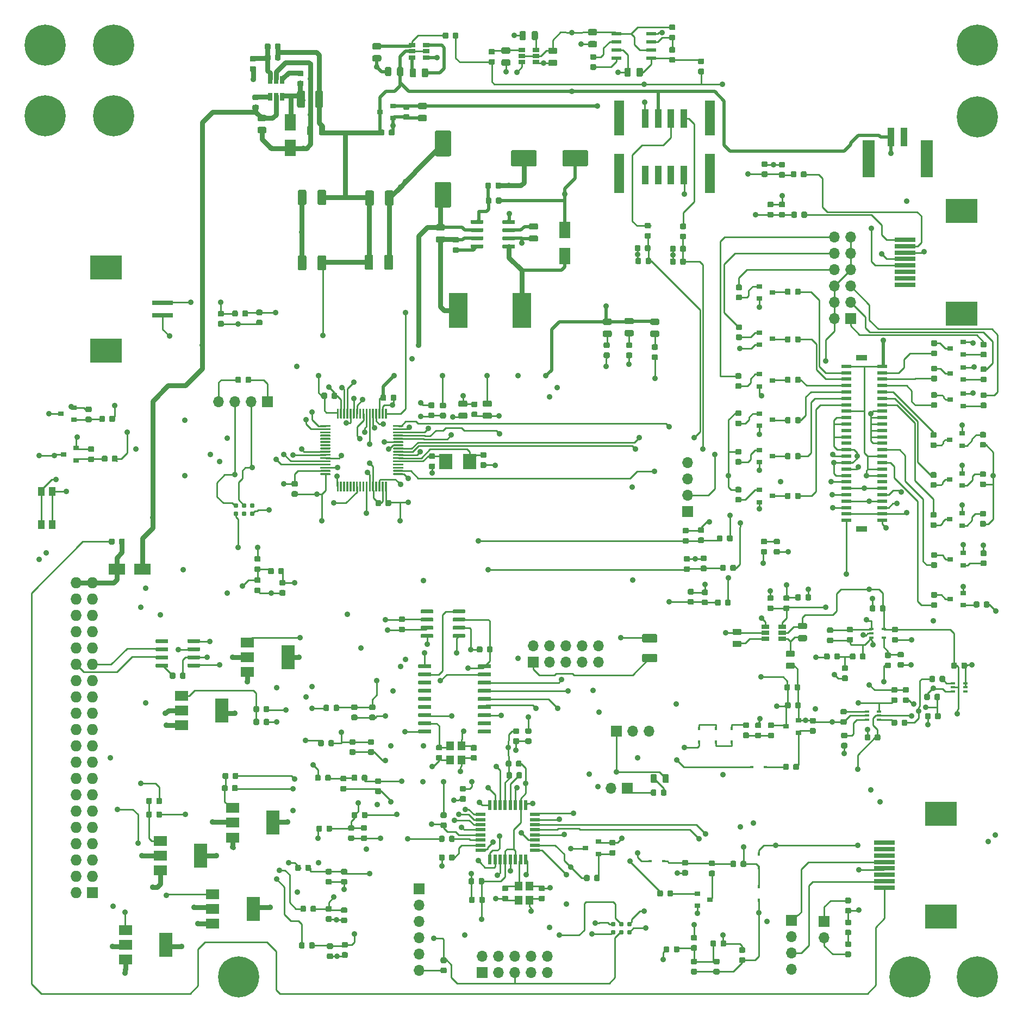
<source format=gbr>
G04 #@! TF.GenerationSoftware,KiCad,Pcbnew,(5.1.5)-3*
G04 #@! TF.CreationDate,2020-10-04T17:53:17+01:00*
G04 #@! TF.ProjectId,DC Controller STM32 v2,44432043-6f6e-4747-926f-6c6c65722053,rev?*
G04 #@! TF.SameCoordinates,Original*
G04 #@! TF.FileFunction,Copper,L1,Top*
G04 #@! TF.FilePolarity,Positive*
%FSLAX46Y46*%
G04 Gerber Fmt 4.6, Leading zero omitted, Abs format (unit mm)*
G04 Created by KiCad (PCBNEW (5.1.5)-3) date 2020-10-04 17:53:17*
%MOMM*%
%LPD*%
G04 APERTURE LIST*
%ADD10C,0.100000*%
%ADD11R,0.450000X0.600000*%
%ADD12R,0.600000X0.450000*%
%ADD13R,1.000000X1.450000*%
%ADD14R,5.000000X3.850000*%
%ADD15R,3.300000X0.750000*%
%ADD16C,0.787400*%
%ADD17O,1.700000X1.700000*%
%ADD18R,1.700000X1.700000*%
%ADD19R,1.550000X0.600000*%
%ADD20R,1.060000X0.650000*%
%ADD21R,1.600000X6.200000*%
%ADD22R,1.600000X5.500000*%
%ADD23R,1.000000X3.000000*%
%ADD24R,1.800000X0.850000*%
%ADD25R,1.600000X0.600000*%
%ADD26R,1.200000X1.400000*%
%ADD27R,0.900000X0.800000*%
%ADD28R,0.650000X1.220000*%
%ADD29R,1.600000X0.550000*%
%ADD30R,0.550000X1.600000*%
%ADD31R,0.650000X0.400000*%
%ADD32R,2.000000X1.500000*%
%ADD33R,2.000000X3.800000*%
%ADD34R,2.900000X5.400000*%
%ADD35R,1.850000X5.800000*%
%ADD36R,1.800000X2.500000*%
%ADD37R,2.500000X1.800000*%
%ADD38R,1.220000X0.650000*%
%ADD39C,6.400000*%
%ADD40R,1.727200X1.727200*%
%ADD41O,1.727200X1.727200*%
%ADD42R,2.000000X2.400000*%
%ADD43C,0.900000*%
%ADD44C,0.750000*%
%ADD45C,0.250000*%
%ADD46C,0.500000*%
G04 APERTURE END LIST*
G04 #@! TA.AperFunction,SMDPad,CuDef*
D10*
G36*
X112580142Y56748826D02*
G01*
X112603803Y56745316D01*
X112627007Y56739504D01*
X112649529Y56731446D01*
X112671153Y56721218D01*
X112691670Y56708921D01*
X112710883Y56694671D01*
X112728607Y56678607D01*
X112744671Y56660883D01*
X112758921Y56641670D01*
X112771218Y56621153D01*
X112781446Y56599529D01*
X112789504Y56577007D01*
X112795316Y56553803D01*
X112798826Y56530142D01*
X112800000Y56506250D01*
X112800000Y56018750D01*
X112798826Y55994858D01*
X112795316Y55971197D01*
X112789504Y55947993D01*
X112781446Y55925471D01*
X112771218Y55903847D01*
X112758921Y55883330D01*
X112744671Y55864117D01*
X112728607Y55846393D01*
X112710883Y55830329D01*
X112691670Y55816079D01*
X112671153Y55803782D01*
X112649529Y55793554D01*
X112627007Y55785496D01*
X112603803Y55779684D01*
X112580142Y55776174D01*
X112556250Y55775000D01*
X111643750Y55775000D01*
X111619858Y55776174D01*
X111596197Y55779684D01*
X111572993Y55785496D01*
X111550471Y55793554D01*
X111528847Y55803782D01*
X111508330Y55816079D01*
X111489117Y55830329D01*
X111471393Y55846393D01*
X111455329Y55864117D01*
X111441079Y55883330D01*
X111428782Y55903847D01*
X111418554Y55925471D01*
X111410496Y55947993D01*
X111404684Y55971197D01*
X111401174Y55994858D01*
X111400000Y56018750D01*
X111400000Y56506250D01*
X111401174Y56530142D01*
X111404684Y56553803D01*
X111410496Y56577007D01*
X111418554Y56599529D01*
X111428782Y56621153D01*
X111441079Y56641670D01*
X111455329Y56660883D01*
X111471393Y56678607D01*
X111489117Y56694671D01*
X111508330Y56708921D01*
X111528847Y56721218D01*
X111550471Y56731446D01*
X111572993Y56739504D01*
X111596197Y56745316D01*
X111619858Y56748826D01*
X111643750Y56750000D01*
X112556250Y56750000D01*
X112580142Y56748826D01*
G37*
G04 #@! TD.AperFunction*
G04 #@! TA.AperFunction,SMDPad,CuDef*
G36*
X112580142Y58623826D02*
G01*
X112603803Y58620316D01*
X112627007Y58614504D01*
X112649529Y58606446D01*
X112671153Y58596218D01*
X112691670Y58583921D01*
X112710883Y58569671D01*
X112728607Y58553607D01*
X112744671Y58535883D01*
X112758921Y58516670D01*
X112771218Y58496153D01*
X112781446Y58474529D01*
X112789504Y58452007D01*
X112795316Y58428803D01*
X112798826Y58405142D01*
X112800000Y58381250D01*
X112800000Y57893750D01*
X112798826Y57869858D01*
X112795316Y57846197D01*
X112789504Y57822993D01*
X112781446Y57800471D01*
X112771218Y57778847D01*
X112758921Y57758330D01*
X112744671Y57739117D01*
X112728607Y57721393D01*
X112710883Y57705329D01*
X112691670Y57691079D01*
X112671153Y57678782D01*
X112649529Y57668554D01*
X112627007Y57660496D01*
X112603803Y57654684D01*
X112580142Y57651174D01*
X112556250Y57650000D01*
X111643750Y57650000D01*
X111619858Y57651174D01*
X111596197Y57654684D01*
X111572993Y57660496D01*
X111550471Y57668554D01*
X111528847Y57678782D01*
X111508330Y57691079D01*
X111489117Y57705329D01*
X111471393Y57721393D01*
X111455329Y57739117D01*
X111441079Y57758330D01*
X111428782Y57778847D01*
X111418554Y57800471D01*
X111410496Y57822993D01*
X111404684Y57846197D01*
X111401174Y57869858D01*
X111400000Y57893750D01*
X111400000Y58381250D01*
X111401174Y58405142D01*
X111404684Y58428803D01*
X111410496Y58452007D01*
X111418554Y58474529D01*
X111428782Y58496153D01*
X111441079Y58516670D01*
X111455329Y58535883D01*
X111471393Y58553607D01*
X111489117Y58569671D01*
X111508330Y58583921D01*
X111528847Y58596218D01*
X111550471Y58606446D01*
X111572993Y58614504D01*
X111596197Y58620316D01*
X111619858Y58623826D01*
X111643750Y58625000D01*
X112556250Y58625000D01*
X112580142Y58623826D01*
G37*
G04 #@! TD.AperFunction*
G04 #@! TA.AperFunction,SMDPad,CuDef*
G36*
X120880142Y55223826D02*
G01*
X120903803Y55220316D01*
X120927007Y55214504D01*
X120949529Y55206446D01*
X120971153Y55196218D01*
X120991670Y55183921D01*
X121010883Y55169671D01*
X121028607Y55153607D01*
X121044671Y55135883D01*
X121058921Y55116670D01*
X121071218Y55096153D01*
X121081446Y55074529D01*
X121089504Y55052007D01*
X121095316Y55028803D01*
X121098826Y55005142D01*
X121100000Y54981250D01*
X121100000Y54493750D01*
X121098826Y54469858D01*
X121095316Y54446197D01*
X121089504Y54422993D01*
X121081446Y54400471D01*
X121071218Y54378847D01*
X121058921Y54358330D01*
X121044671Y54339117D01*
X121028607Y54321393D01*
X121010883Y54305329D01*
X120991670Y54291079D01*
X120971153Y54278782D01*
X120949529Y54268554D01*
X120927007Y54260496D01*
X120903803Y54254684D01*
X120880142Y54251174D01*
X120856250Y54250000D01*
X119943750Y54250000D01*
X119919858Y54251174D01*
X119896197Y54254684D01*
X119872993Y54260496D01*
X119850471Y54268554D01*
X119828847Y54278782D01*
X119808330Y54291079D01*
X119789117Y54305329D01*
X119771393Y54321393D01*
X119755329Y54339117D01*
X119741079Y54358330D01*
X119728782Y54378847D01*
X119718554Y54400471D01*
X119710496Y54422993D01*
X119704684Y54446197D01*
X119701174Y54469858D01*
X119700000Y54493750D01*
X119700000Y54981250D01*
X119701174Y55005142D01*
X119704684Y55028803D01*
X119710496Y55052007D01*
X119718554Y55074529D01*
X119728782Y55096153D01*
X119741079Y55116670D01*
X119755329Y55135883D01*
X119771393Y55153607D01*
X119789117Y55169671D01*
X119808330Y55183921D01*
X119828847Y55196218D01*
X119850471Y55206446D01*
X119872993Y55214504D01*
X119896197Y55220316D01*
X119919858Y55223826D01*
X119943750Y55225000D01*
X120856250Y55225000D01*
X120880142Y55223826D01*
G37*
G04 #@! TD.AperFunction*
G04 #@! TA.AperFunction,SMDPad,CuDef*
G36*
X120880142Y53348826D02*
G01*
X120903803Y53345316D01*
X120927007Y53339504D01*
X120949529Y53331446D01*
X120971153Y53321218D01*
X120991670Y53308921D01*
X121010883Y53294671D01*
X121028607Y53278607D01*
X121044671Y53260883D01*
X121058921Y53241670D01*
X121071218Y53221153D01*
X121081446Y53199529D01*
X121089504Y53177007D01*
X121095316Y53153803D01*
X121098826Y53130142D01*
X121100000Y53106250D01*
X121100000Y52618750D01*
X121098826Y52594858D01*
X121095316Y52571197D01*
X121089504Y52547993D01*
X121081446Y52525471D01*
X121071218Y52503847D01*
X121058921Y52483330D01*
X121044671Y52464117D01*
X121028607Y52446393D01*
X121010883Y52430329D01*
X120991670Y52416079D01*
X120971153Y52403782D01*
X120949529Y52393554D01*
X120927007Y52385496D01*
X120903803Y52379684D01*
X120880142Y52376174D01*
X120856250Y52375000D01*
X119943750Y52375000D01*
X119919858Y52376174D01*
X119896197Y52379684D01*
X119872993Y52385496D01*
X119850471Y52393554D01*
X119828847Y52403782D01*
X119808330Y52416079D01*
X119789117Y52430329D01*
X119771393Y52446393D01*
X119755329Y52464117D01*
X119741079Y52483330D01*
X119728782Y52503847D01*
X119718554Y52525471D01*
X119710496Y52547993D01*
X119704684Y52571197D01*
X119701174Y52594858D01*
X119700000Y52618750D01*
X119700000Y53106250D01*
X119701174Y53130142D01*
X119704684Y53153803D01*
X119710496Y53177007D01*
X119718554Y53199529D01*
X119728782Y53221153D01*
X119741079Y53241670D01*
X119755329Y53260883D01*
X119771393Y53278607D01*
X119789117Y53294671D01*
X119808330Y53308921D01*
X119828847Y53321218D01*
X119850471Y53331446D01*
X119872993Y53339504D01*
X119896197Y53345316D01*
X119919858Y53348826D01*
X119943750Y53350000D01*
X120856250Y53350000D01*
X120880142Y53348826D01*
G37*
G04 #@! TD.AperFunction*
G04 #@! TA.AperFunction,SMDPad,CuDef*
G36*
X122780142Y59523826D02*
G01*
X122803803Y59520316D01*
X122827007Y59514504D01*
X122849529Y59506446D01*
X122871153Y59496218D01*
X122891670Y59483921D01*
X122910883Y59469671D01*
X122928607Y59453607D01*
X122944671Y59435883D01*
X122958921Y59416670D01*
X122971218Y59396153D01*
X122981446Y59374529D01*
X122989504Y59352007D01*
X122995316Y59328803D01*
X122998826Y59305142D01*
X123000000Y59281250D01*
X123000000Y58793750D01*
X122998826Y58769858D01*
X122995316Y58746197D01*
X122989504Y58722993D01*
X122981446Y58700471D01*
X122971218Y58678847D01*
X122958921Y58658330D01*
X122944671Y58639117D01*
X122928607Y58621393D01*
X122910883Y58605329D01*
X122891670Y58591079D01*
X122871153Y58578782D01*
X122849529Y58568554D01*
X122827007Y58560496D01*
X122803803Y58554684D01*
X122780142Y58551174D01*
X122756250Y58550000D01*
X121843750Y58550000D01*
X121819858Y58551174D01*
X121796197Y58554684D01*
X121772993Y58560496D01*
X121750471Y58568554D01*
X121728847Y58578782D01*
X121708330Y58591079D01*
X121689117Y58605329D01*
X121671393Y58621393D01*
X121655329Y58639117D01*
X121641079Y58658330D01*
X121628782Y58678847D01*
X121618554Y58700471D01*
X121610496Y58722993D01*
X121604684Y58746197D01*
X121601174Y58769858D01*
X121600000Y58793750D01*
X121600000Y59281250D01*
X121601174Y59305142D01*
X121604684Y59328803D01*
X121610496Y59352007D01*
X121618554Y59374529D01*
X121628782Y59396153D01*
X121641079Y59416670D01*
X121655329Y59435883D01*
X121671393Y59453607D01*
X121689117Y59469671D01*
X121708330Y59483921D01*
X121728847Y59496218D01*
X121750471Y59506446D01*
X121772993Y59514504D01*
X121796197Y59520316D01*
X121819858Y59523826D01*
X121843750Y59525000D01*
X122756250Y59525000D01*
X122780142Y59523826D01*
G37*
G04 #@! TD.AperFunction*
G04 #@! TA.AperFunction,SMDPad,CuDef*
G36*
X122780142Y57648826D02*
G01*
X122803803Y57645316D01*
X122827007Y57639504D01*
X122849529Y57631446D01*
X122871153Y57621218D01*
X122891670Y57608921D01*
X122910883Y57594671D01*
X122928607Y57578607D01*
X122944671Y57560883D01*
X122958921Y57541670D01*
X122971218Y57521153D01*
X122981446Y57499529D01*
X122989504Y57477007D01*
X122995316Y57453803D01*
X122998826Y57430142D01*
X123000000Y57406250D01*
X123000000Y56918750D01*
X122998826Y56894858D01*
X122995316Y56871197D01*
X122989504Y56847993D01*
X122981446Y56825471D01*
X122971218Y56803847D01*
X122958921Y56783330D01*
X122944671Y56764117D01*
X122928607Y56746393D01*
X122910883Y56730329D01*
X122891670Y56716079D01*
X122871153Y56703782D01*
X122849529Y56693554D01*
X122827007Y56685496D01*
X122803803Y56679684D01*
X122780142Y56676174D01*
X122756250Y56675000D01*
X121843750Y56675000D01*
X121819858Y56676174D01*
X121796197Y56679684D01*
X121772993Y56685496D01*
X121750471Y56693554D01*
X121728847Y56703782D01*
X121708330Y56716079D01*
X121689117Y56730329D01*
X121671393Y56746393D01*
X121655329Y56764117D01*
X121641079Y56783330D01*
X121628782Y56803847D01*
X121618554Y56825471D01*
X121610496Y56847993D01*
X121604684Y56871197D01*
X121601174Y56894858D01*
X121600000Y56918750D01*
X121600000Y57406250D01*
X121601174Y57430142D01*
X121604684Y57453803D01*
X121610496Y57477007D01*
X121618554Y57499529D01*
X121628782Y57521153D01*
X121641079Y57541670D01*
X121655329Y57560883D01*
X121671393Y57578607D01*
X121689117Y57594671D01*
X121708330Y57608921D01*
X121728847Y57621218D01*
X121750471Y57631446D01*
X121772993Y57639504D01*
X121796197Y57645316D01*
X121819858Y57648826D01*
X121843750Y57650000D01*
X122756250Y57650000D01*
X122780142Y57648826D01*
G37*
G04 #@! TD.AperFunction*
D11*
X115500000Y16350000D03*
X115500000Y18450000D03*
X115500000Y21450000D03*
X115500000Y23550000D03*
X111300000Y40950000D03*
X111300000Y43050000D03*
D12*
X114400000Y37100000D03*
X116500000Y37100000D03*
D11*
X108800000Y43050000D03*
X108800000Y40950000D03*
X106150000Y40950000D03*
X106150000Y43050000D03*
D12*
X98550000Y22400000D03*
X100650000Y22400000D03*
G04 #@! TA.AperFunction,SMDPad,CuDef*
D10*
G36*
X55377691Y39848947D02*
G01*
X55398926Y39845797D01*
X55419750Y39840581D01*
X55439962Y39833349D01*
X55459368Y39824170D01*
X55477781Y39813134D01*
X55495024Y39800346D01*
X55510930Y39785930D01*
X55525346Y39770024D01*
X55538134Y39752781D01*
X55549170Y39734368D01*
X55558349Y39714962D01*
X55565581Y39694750D01*
X55570797Y39673926D01*
X55573947Y39652691D01*
X55575000Y39631250D01*
X55575000Y39193750D01*
X55573947Y39172309D01*
X55570797Y39151074D01*
X55565581Y39130250D01*
X55558349Y39110038D01*
X55549170Y39090632D01*
X55538134Y39072219D01*
X55525346Y39054976D01*
X55510930Y39039070D01*
X55495024Y39024654D01*
X55477781Y39011866D01*
X55459368Y39000830D01*
X55439962Y38991651D01*
X55419750Y38984419D01*
X55398926Y38979203D01*
X55377691Y38976053D01*
X55356250Y38975000D01*
X54843750Y38975000D01*
X54822309Y38976053D01*
X54801074Y38979203D01*
X54780250Y38984419D01*
X54760038Y38991651D01*
X54740632Y39000830D01*
X54722219Y39011866D01*
X54704976Y39024654D01*
X54689070Y39039070D01*
X54674654Y39054976D01*
X54661866Y39072219D01*
X54650830Y39090632D01*
X54641651Y39110038D01*
X54634419Y39130250D01*
X54629203Y39151074D01*
X54626053Y39172309D01*
X54625000Y39193750D01*
X54625000Y39631250D01*
X54626053Y39652691D01*
X54629203Y39673926D01*
X54634419Y39694750D01*
X54641651Y39714962D01*
X54650830Y39734368D01*
X54661866Y39752781D01*
X54674654Y39770024D01*
X54689070Y39785930D01*
X54704976Y39800346D01*
X54722219Y39813134D01*
X54740632Y39824170D01*
X54760038Y39833349D01*
X54780250Y39840581D01*
X54801074Y39845797D01*
X54822309Y39848947D01*
X54843750Y39850000D01*
X55356250Y39850000D01*
X55377691Y39848947D01*
G37*
G04 #@! TD.AperFunction*
G04 #@! TA.AperFunction,SMDPad,CuDef*
G36*
X55377691Y41423947D02*
G01*
X55398926Y41420797D01*
X55419750Y41415581D01*
X55439962Y41408349D01*
X55459368Y41399170D01*
X55477781Y41388134D01*
X55495024Y41375346D01*
X55510930Y41360930D01*
X55525346Y41345024D01*
X55538134Y41327781D01*
X55549170Y41309368D01*
X55558349Y41289962D01*
X55565581Y41269750D01*
X55570797Y41248926D01*
X55573947Y41227691D01*
X55575000Y41206250D01*
X55575000Y40768750D01*
X55573947Y40747309D01*
X55570797Y40726074D01*
X55565581Y40705250D01*
X55558349Y40685038D01*
X55549170Y40665632D01*
X55538134Y40647219D01*
X55525346Y40629976D01*
X55510930Y40614070D01*
X55495024Y40599654D01*
X55477781Y40586866D01*
X55459368Y40575830D01*
X55439962Y40566651D01*
X55419750Y40559419D01*
X55398926Y40554203D01*
X55377691Y40551053D01*
X55356250Y40550000D01*
X54843750Y40550000D01*
X54822309Y40551053D01*
X54801074Y40554203D01*
X54780250Y40559419D01*
X54760038Y40566651D01*
X54740632Y40575830D01*
X54722219Y40586866D01*
X54704976Y40599654D01*
X54689070Y40614070D01*
X54674654Y40629976D01*
X54661866Y40647219D01*
X54650830Y40665632D01*
X54641651Y40685038D01*
X54634419Y40705250D01*
X54629203Y40726074D01*
X54626053Y40747309D01*
X54625000Y40768750D01*
X54625000Y41206250D01*
X54626053Y41227691D01*
X54629203Y41248926D01*
X54634419Y41269750D01*
X54641651Y41289962D01*
X54650830Y41309368D01*
X54661866Y41327781D01*
X54674654Y41345024D01*
X54689070Y41360930D01*
X54704976Y41375346D01*
X54722219Y41388134D01*
X54740632Y41399170D01*
X54760038Y41408349D01*
X54780250Y41415581D01*
X54801074Y41420797D01*
X54822309Y41423947D01*
X54843750Y41425000D01*
X55356250Y41425000D01*
X55377691Y41423947D01*
G37*
G04 #@! TD.AperFunction*
D13*
X3750000Y79975000D03*
X3750000Y74825000D03*
X5450000Y74825000D03*
X5450000Y79975000D03*
D14*
X147100000Y123675000D03*
X147100000Y107725000D03*
D15*
X138300000Y112200000D03*
X138300000Y113200000D03*
X138300000Y114200000D03*
X138300000Y115200000D03*
X138300000Y116200000D03*
X138300000Y117200000D03*
X138300000Y118200000D03*
X138300000Y119200000D03*
D16*
X36610000Y77835000D03*
X36610000Y76565000D03*
X35340000Y77835000D03*
X35340000Y76565000D03*
X34070000Y77835000D03*
X34070000Y76565000D03*
X95310000Y12635000D03*
X95310000Y11365000D03*
X94040000Y12635000D03*
X94040000Y11365000D03*
X92770000Y12635000D03*
X92770000Y11365000D03*
G04 #@! TA.AperFunction,SMDPad,CuDef*
D10*
G36*
X100915191Y33573947D02*
G01*
X100936426Y33570797D01*
X100957250Y33565581D01*
X100977462Y33558349D01*
X100996868Y33549170D01*
X101015281Y33538134D01*
X101032524Y33525346D01*
X101048430Y33510930D01*
X101062846Y33495024D01*
X101075634Y33477781D01*
X101086670Y33459368D01*
X101095849Y33439962D01*
X101103081Y33419750D01*
X101108297Y33398926D01*
X101111447Y33377691D01*
X101112500Y33356250D01*
X101112500Y32843750D01*
X101111447Y32822309D01*
X101108297Y32801074D01*
X101103081Y32780250D01*
X101095849Y32760038D01*
X101086670Y32740632D01*
X101075634Y32722219D01*
X101062846Y32704976D01*
X101048430Y32689070D01*
X101032524Y32674654D01*
X101015281Y32661866D01*
X100996868Y32650830D01*
X100977462Y32641651D01*
X100957250Y32634419D01*
X100936426Y32629203D01*
X100915191Y32626053D01*
X100893750Y32625000D01*
X100456250Y32625000D01*
X100434809Y32626053D01*
X100413574Y32629203D01*
X100392750Y32634419D01*
X100372538Y32641651D01*
X100353132Y32650830D01*
X100334719Y32661866D01*
X100317476Y32674654D01*
X100301570Y32689070D01*
X100287154Y32704976D01*
X100274366Y32722219D01*
X100263330Y32740632D01*
X100254151Y32760038D01*
X100246919Y32780250D01*
X100241703Y32801074D01*
X100238553Y32822309D01*
X100237500Y32843750D01*
X100237500Y33356250D01*
X100238553Y33377691D01*
X100241703Y33398926D01*
X100246919Y33419750D01*
X100254151Y33439962D01*
X100263330Y33459368D01*
X100274366Y33477781D01*
X100287154Y33495024D01*
X100301570Y33510930D01*
X100317476Y33525346D01*
X100334719Y33538134D01*
X100353132Y33549170D01*
X100372538Y33558349D01*
X100392750Y33565581D01*
X100413574Y33570797D01*
X100434809Y33573947D01*
X100456250Y33575000D01*
X100893750Y33575000D01*
X100915191Y33573947D01*
G37*
G04 #@! TD.AperFunction*
G04 #@! TA.AperFunction,SMDPad,CuDef*
G36*
X99340191Y33573947D02*
G01*
X99361426Y33570797D01*
X99382250Y33565581D01*
X99402462Y33558349D01*
X99421868Y33549170D01*
X99440281Y33538134D01*
X99457524Y33525346D01*
X99473430Y33510930D01*
X99487846Y33495024D01*
X99500634Y33477781D01*
X99511670Y33459368D01*
X99520849Y33439962D01*
X99528081Y33419750D01*
X99533297Y33398926D01*
X99536447Y33377691D01*
X99537500Y33356250D01*
X99537500Y32843750D01*
X99536447Y32822309D01*
X99533297Y32801074D01*
X99528081Y32780250D01*
X99520849Y32760038D01*
X99511670Y32740632D01*
X99500634Y32722219D01*
X99487846Y32704976D01*
X99473430Y32689070D01*
X99457524Y32674654D01*
X99440281Y32661866D01*
X99421868Y32650830D01*
X99402462Y32641651D01*
X99382250Y32634419D01*
X99361426Y32629203D01*
X99340191Y32626053D01*
X99318750Y32625000D01*
X98881250Y32625000D01*
X98859809Y32626053D01*
X98838574Y32629203D01*
X98817750Y32634419D01*
X98797538Y32641651D01*
X98778132Y32650830D01*
X98759719Y32661866D01*
X98742476Y32674654D01*
X98726570Y32689070D01*
X98712154Y32704976D01*
X98699366Y32722219D01*
X98688330Y32740632D01*
X98679151Y32760038D01*
X98671919Y32780250D01*
X98666703Y32801074D01*
X98663553Y32822309D01*
X98662500Y32843750D01*
X98662500Y33356250D01*
X98663553Y33377691D01*
X98666703Y33398926D01*
X98671919Y33419750D01*
X98679151Y33439962D01*
X98688330Y33459368D01*
X98699366Y33477781D01*
X98712154Y33495024D01*
X98726570Y33510930D01*
X98742476Y33525346D01*
X98759719Y33538134D01*
X98778132Y33549170D01*
X98797538Y33558349D01*
X98817750Y33565581D01*
X98838574Y33570797D01*
X98859809Y33573947D01*
X98881250Y33575000D01*
X99318750Y33575000D01*
X99340191Y33573947D01*
G37*
G04 #@! TD.AperFunction*
D17*
X92460000Y33800000D03*
D18*
X95000000Y33800000D03*
G04 #@! TA.AperFunction,SMDPad,CuDef*
D10*
G36*
X101267642Y35998826D02*
G01*
X101291303Y35995316D01*
X101314507Y35989504D01*
X101337029Y35981446D01*
X101358653Y35971218D01*
X101379170Y35958921D01*
X101398383Y35944671D01*
X101416107Y35928607D01*
X101432171Y35910883D01*
X101446421Y35891670D01*
X101458718Y35871153D01*
X101468946Y35849529D01*
X101477004Y35827007D01*
X101482816Y35803803D01*
X101486326Y35780142D01*
X101487500Y35756250D01*
X101487500Y34843750D01*
X101486326Y34819858D01*
X101482816Y34796197D01*
X101477004Y34772993D01*
X101468946Y34750471D01*
X101458718Y34728847D01*
X101446421Y34708330D01*
X101432171Y34689117D01*
X101416107Y34671393D01*
X101398383Y34655329D01*
X101379170Y34641079D01*
X101358653Y34628782D01*
X101337029Y34618554D01*
X101314507Y34610496D01*
X101291303Y34604684D01*
X101267642Y34601174D01*
X101243750Y34600000D01*
X100756250Y34600000D01*
X100732358Y34601174D01*
X100708697Y34604684D01*
X100685493Y34610496D01*
X100662971Y34618554D01*
X100641347Y34628782D01*
X100620830Y34641079D01*
X100601617Y34655329D01*
X100583893Y34671393D01*
X100567829Y34689117D01*
X100553579Y34708330D01*
X100541282Y34728847D01*
X100531054Y34750471D01*
X100522996Y34772993D01*
X100517184Y34796197D01*
X100513674Y34819858D01*
X100512500Y34843750D01*
X100512500Y35756250D01*
X100513674Y35780142D01*
X100517184Y35803803D01*
X100522996Y35827007D01*
X100531054Y35849529D01*
X100541282Y35871153D01*
X100553579Y35891670D01*
X100567829Y35910883D01*
X100583893Y35928607D01*
X100601617Y35944671D01*
X100620830Y35958921D01*
X100641347Y35971218D01*
X100662971Y35981446D01*
X100685493Y35989504D01*
X100708697Y35995316D01*
X100732358Y35998826D01*
X100756250Y36000000D01*
X101243750Y36000000D01*
X101267642Y35998826D01*
G37*
G04 #@! TD.AperFunction*
G04 #@! TA.AperFunction,SMDPad,CuDef*
G36*
X99392642Y35998826D02*
G01*
X99416303Y35995316D01*
X99439507Y35989504D01*
X99462029Y35981446D01*
X99483653Y35971218D01*
X99504170Y35958921D01*
X99523383Y35944671D01*
X99541107Y35928607D01*
X99557171Y35910883D01*
X99571421Y35891670D01*
X99583718Y35871153D01*
X99593946Y35849529D01*
X99602004Y35827007D01*
X99607816Y35803803D01*
X99611326Y35780142D01*
X99612500Y35756250D01*
X99612500Y34843750D01*
X99611326Y34819858D01*
X99607816Y34796197D01*
X99602004Y34772993D01*
X99593946Y34750471D01*
X99583718Y34728847D01*
X99571421Y34708330D01*
X99557171Y34689117D01*
X99541107Y34671393D01*
X99523383Y34655329D01*
X99504170Y34641079D01*
X99483653Y34628782D01*
X99462029Y34618554D01*
X99439507Y34610496D01*
X99416303Y34604684D01*
X99392642Y34601174D01*
X99368750Y34600000D01*
X98881250Y34600000D01*
X98857358Y34601174D01*
X98833697Y34604684D01*
X98810493Y34610496D01*
X98787971Y34618554D01*
X98766347Y34628782D01*
X98745830Y34641079D01*
X98726617Y34655329D01*
X98708893Y34671393D01*
X98692829Y34689117D01*
X98678579Y34708330D01*
X98666282Y34728847D01*
X98656054Y34750471D01*
X98647996Y34772993D01*
X98642184Y34796197D01*
X98638674Y34819858D01*
X98637500Y34843750D01*
X98637500Y35756250D01*
X98638674Y35780142D01*
X98642184Y35803803D01*
X98647996Y35827007D01*
X98656054Y35849529D01*
X98666282Y35871153D01*
X98678579Y35891670D01*
X98692829Y35910883D01*
X98708893Y35928607D01*
X98726617Y35944671D01*
X98745830Y35958921D01*
X98766347Y35971218D01*
X98787971Y35981446D01*
X98810493Y35989504D01*
X98833697Y35995316D01*
X98857358Y35998826D01*
X98881250Y36000000D01*
X99368750Y36000000D01*
X99392642Y35998826D01*
G37*
G04 #@! TD.AperFunction*
D19*
X98700000Y150035000D03*
X98700000Y151305000D03*
X98700000Y148765000D03*
X98700000Y147495000D03*
X93300000Y147495000D03*
X93300000Y148765000D03*
X93300000Y150035000D03*
X93300000Y151305000D03*
G04 #@! TA.AperFunction,SMDPad,CuDef*
D10*
G36*
X90080142Y150148826D02*
G01*
X90103803Y150145316D01*
X90127007Y150139504D01*
X90149529Y150131446D01*
X90171153Y150121218D01*
X90191670Y150108921D01*
X90210883Y150094671D01*
X90228607Y150078607D01*
X90244671Y150060883D01*
X90258921Y150041670D01*
X90271218Y150021153D01*
X90281446Y149999529D01*
X90289504Y149977007D01*
X90295316Y149953803D01*
X90298826Y149930142D01*
X90300000Y149906250D01*
X90300000Y149418750D01*
X90298826Y149394858D01*
X90295316Y149371197D01*
X90289504Y149347993D01*
X90281446Y149325471D01*
X90271218Y149303847D01*
X90258921Y149283330D01*
X90244671Y149264117D01*
X90228607Y149246393D01*
X90210883Y149230329D01*
X90191670Y149216079D01*
X90171153Y149203782D01*
X90149529Y149193554D01*
X90127007Y149185496D01*
X90103803Y149179684D01*
X90080142Y149176174D01*
X90056250Y149175000D01*
X89143750Y149175000D01*
X89119858Y149176174D01*
X89096197Y149179684D01*
X89072993Y149185496D01*
X89050471Y149193554D01*
X89028847Y149203782D01*
X89008330Y149216079D01*
X88989117Y149230329D01*
X88971393Y149246393D01*
X88955329Y149264117D01*
X88941079Y149283330D01*
X88928782Y149303847D01*
X88918554Y149325471D01*
X88910496Y149347993D01*
X88904684Y149371197D01*
X88901174Y149394858D01*
X88900000Y149418750D01*
X88900000Y149906250D01*
X88901174Y149930142D01*
X88904684Y149953803D01*
X88910496Y149977007D01*
X88918554Y149999529D01*
X88928782Y150021153D01*
X88941079Y150041670D01*
X88955329Y150060883D01*
X88971393Y150078607D01*
X88989117Y150094671D01*
X89008330Y150108921D01*
X89028847Y150121218D01*
X89050471Y150131446D01*
X89072993Y150139504D01*
X89096197Y150145316D01*
X89119858Y150148826D01*
X89143750Y150150000D01*
X90056250Y150150000D01*
X90080142Y150148826D01*
G37*
G04 #@! TD.AperFunction*
G04 #@! TA.AperFunction,SMDPad,CuDef*
G36*
X90080142Y152023826D02*
G01*
X90103803Y152020316D01*
X90127007Y152014504D01*
X90149529Y152006446D01*
X90171153Y151996218D01*
X90191670Y151983921D01*
X90210883Y151969671D01*
X90228607Y151953607D01*
X90244671Y151935883D01*
X90258921Y151916670D01*
X90271218Y151896153D01*
X90281446Y151874529D01*
X90289504Y151852007D01*
X90295316Y151828803D01*
X90298826Y151805142D01*
X90300000Y151781250D01*
X90300000Y151293750D01*
X90298826Y151269858D01*
X90295316Y151246197D01*
X90289504Y151222993D01*
X90281446Y151200471D01*
X90271218Y151178847D01*
X90258921Y151158330D01*
X90244671Y151139117D01*
X90228607Y151121393D01*
X90210883Y151105329D01*
X90191670Y151091079D01*
X90171153Y151078782D01*
X90149529Y151068554D01*
X90127007Y151060496D01*
X90103803Y151054684D01*
X90080142Y151051174D01*
X90056250Y151050000D01*
X89143750Y151050000D01*
X89119858Y151051174D01*
X89096197Y151054684D01*
X89072993Y151060496D01*
X89050471Y151068554D01*
X89028847Y151078782D01*
X89008330Y151091079D01*
X88989117Y151105329D01*
X88971393Y151121393D01*
X88955329Y151139117D01*
X88941079Y151158330D01*
X88928782Y151178847D01*
X88918554Y151200471D01*
X88910496Y151222993D01*
X88904684Y151246197D01*
X88901174Y151269858D01*
X88900000Y151293750D01*
X88900000Y151781250D01*
X88901174Y151805142D01*
X88904684Y151828803D01*
X88910496Y151852007D01*
X88918554Y151874529D01*
X88928782Y151896153D01*
X88941079Y151916670D01*
X88955329Y151935883D01*
X88971393Y151953607D01*
X88989117Y151969671D01*
X89008330Y151983921D01*
X89028847Y151996218D01*
X89050471Y152006446D01*
X89072993Y152014504D01*
X89096197Y152020316D01*
X89119858Y152023826D01*
X89143750Y152025000D01*
X90056250Y152025000D01*
X90080142Y152023826D01*
G37*
G04 #@! TD.AperFunction*
D20*
X80800000Y147800000D03*
X80800000Y148750000D03*
X80800000Y146850000D03*
X78600000Y146850000D03*
X78600000Y147800000D03*
X78600000Y148750000D03*
G04 #@! TA.AperFunction,SMDPad,CuDef*
D10*
G36*
X106777691Y147423947D02*
G01*
X106798926Y147420797D01*
X106819750Y147415581D01*
X106839962Y147408349D01*
X106859368Y147399170D01*
X106877781Y147388134D01*
X106895024Y147375346D01*
X106910930Y147360930D01*
X106925346Y147345024D01*
X106938134Y147327781D01*
X106949170Y147309368D01*
X106958349Y147289962D01*
X106965581Y147269750D01*
X106970797Y147248926D01*
X106973947Y147227691D01*
X106975000Y147206250D01*
X106975000Y146768750D01*
X106973947Y146747309D01*
X106970797Y146726074D01*
X106965581Y146705250D01*
X106958349Y146685038D01*
X106949170Y146665632D01*
X106938134Y146647219D01*
X106925346Y146629976D01*
X106910930Y146614070D01*
X106895024Y146599654D01*
X106877781Y146586866D01*
X106859368Y146575830D01*
X106839962Y146566651D01*
X106819750Y146559419D01*
X106798926Y146554203D01*
X106777691Y146551053D01*
X106756250Y146550000D01*
X106243750Y146550000D01*
X106222309Y146551053D01*
X106201074Y146554203D01*
X106180250Y146559419D01*
X106160038Y146566651D01*
X106140632Y146575830D01*
X106122219Y146586866D01*
X106104976Y146599654D01*
X106089070Y146614070D01*
X106074654Y146629976D01*
X106061866Y146647219D01*
X106050830Y146665632D01*
X106041651Y146685038D01*
X106034419Y146705250D01*
X106029203Y146726074D01*
X106026053Y146747309D01*
X106025000Y146768750D01*
X106025000Y147206250D01*
X106026053Y147227691D01*
X106029203Y147248926D01*
X106034419Y147269750D01*
X106041651Y147289962D01*
X106050830Y147309368D01*
X106061866Y147327781D01*
X106074654Y147345024D01*
X106089070Y147360930D01*
X106104976Y147375346D01*
X106122219Y147388134D01*
X106140632Y147399170D01*
X106160038Y147408349D01*
X106180250Y147415581D01*
X106201074Y147420797D01*
X106222309Y147423947D01*
X106243750Y147425000D01*
X106756250Y147425000D01*
X106777691Y147423947D01*
G37*
G04 #@! TD.AperFunction*
G04 #@! TA.AperFunction,SMDPad,CuDef*
G36*
X106777691Y145848947D02*
G01*
X106798926Y145845797D01*
X106819750Y145840581D01*
X106839962Y145833349D01*
X106859368Y145824170D01*
X106877781Y145813134D01*
X106895024Y145800346D01*
X106910930Y145785930D01*
X106925346Y145770024D01*
X106938134Y145752781D01*
X106949170Y145734368D01*
X106958349Y145714962D01*
X106965581Y145694750D01*
X106970797Y145673926D01*
X106973947Y145652691D01*
X106975000Y145631250D01*
X106975000Y145193750D01*
X106973947Y145172309D01*
X106970797Y145151074D01*
X106965581Y145130250D01*
X106958349Y145110038D01*
X106949170Y145090632D01*
X106938134Y145072219D01*
X106925346Y145054976D01*
X106910930Y145039070D01*
X106895024Y145024654D01*
X106877781Y145011866D01*
X106859368Y145000830D01*
X106839962Y144991651D01*
X106819750Y144984419D01*
X106798926Y144979203D01*
X106777691Y144976053D01*
X106756250Y144975000D01*
X106243750Y144975000D01*
X106222309Y144976053D01*
X106201074Y144979203D01*
X106180250Y144984419D01*
X106160038Y144991651D01*
X106140632Y145000830D01*
X106122219Y145011866D01*
X106104976Y145024654D01*
X106089070Y145039070D01*
X106074654Y145054976D01*
X106061866Y145072219D01*
X106050830Y145090632D01*
X106041651Y145110038D01*
X106034419Y145130250D01*
X106029203Y145151074D01*
X106026053Y145172309D01*
X106025000Y145193750D01*
X106025000Y145631250D01*
X106026053Y145652691D01*
X106029203Y145673926D01*
X106034419Y145694750D01*
X106041651Y145714962D01*
X106050830Y145734368D01*
X106061866Y145752781D01*
X106074654Y145770024D01*
X106089070Y145785930D01*
X106104976Y145800346D01*
X106122219Y145813134D01*
X106140632Y145824170D01*
X106160038Y145833349D01*
X106180250Y145840581D01*
X106201074Y145845797D01*
X106222309Y145848947D01*
X106243750Y145850000D01*
X106756250Y145850000D01*
X106777691Y145848947D01*
G37*
G04 #@! TD.AperFunction*
G04 #@! TA.AperFunction,SMDPad,CuDef*
G36*
X102277691Y147648947D02*
G01*
X102298926Y147645797D01*
X102319750Y147640581D01*
X102339962Y147633349D01*
X102359368Y147624170D01*
X102377781Y147613134D01*
X102395024Y147600346D01*
X102410930Y147585930D01*
X102425346Y147570024D01*
X102438134Y147552781D01*
X102449170Y147534368D01*
X102458349Y147514962D01*
X102465581Y147494750D01*
X102470797Y147473926D01*
X102473947Y147452691D01*
X102475000Y147431250D01*
X102475000Y146993750D01*
X102473947Y146972309D01*
X102470797Y146951074D01*
X102465581Y146930250D01*
X102458349Y146910038D01*
X102449170Y146890632D01*
X102438134Y146872219D01*
X102425346Y146854976D01*
X102410930Y146839070D01*
X102395024Y146824654D01*
X102377781Y146811866D01*
X102359368Y146800830D01*
X102339962Y146791651D01*
X102319750Y146784419D01*
X102298926Y146779203D01*
X102277691Y146776053D01*
X102256250Y146775000D01*
X101743750Y146775000D01*
X101722309Y146776053D01*
X101701074Y146779203D01*
X101680250Y146784419D01*
X101660038Y146791651D01*
X101640632Y146800830D01*
X101622219Y146811866D01*
X101604976Y146824654D01*
X101589070Y146839070D01*
X101574654Y146854976D01*
X101561866Y146872219D01*
X101550830Y146890632D01*
X101541651Y146910038D01*
X101534419Y146930250D01*
X101529203Y146951074D01*
X101526053Y146972309D01*
X101525000Y146993750D01*
X101525000Y147431250D01*
X101526053Y147452691D01*
X101529203Y147473926D01*
X101534419Y147494750D01*
X101541651Y147514962D01*
X101550830Y147534368D01*
X101561866Y147552781D01*
X101574654Y147570024D01*
X101589070Y147585930D01*
X101604976Y147600346D01*
X101622219Y147613134D01*
X101640632Y147624170D01*
X101660038Y147633349D01*
X101680250Y147640581D01*
X101701074Y147645797D01*
X101722309Y147648947D01*
X101743750Y147650000D01*
X102256250Y147650000D01*
X102277691Y147648947D01*
G37*
G04 #@! TD.AperFunction*
G04 #@! TA.AperFunction,SMDPad,CuDef*
G36*
X102277691Y149223947D02*
G01*
X102298926Y149220797D01*
X102319750Y149215581D01*
X102339962Y149208349D01*
X102359368Y149199170D01*
X102377781Y149188134D01*
X102395024Y149175346D01*
X102410930Y149160930D01*
X102425346Y149145024D01*
X102438134Y149127781D01*
X102449170Y149109368D01*
X102458349Y149089962D01*
X102465581Y149069750D01*
X102470797Y149048926D01*
X102473947Y149027691D01*
X102475000Y149006250D01*
X102475000Y148568750D01*
X102473947Y148547309D01*
X102470797Y148526074D01*
X102465581Y148505250D01*
X102458349Y148485038D01*
X102449170Y148465632D01*
X102438134Y148447219D01*
X102425346Y148429976D01*
X102410930Y148414070D01*
X102395024Y148399654D01*
X102377781Y148386866D01*
X102359368Y148375830D01*
X102339962Y148366651D01*
X102319750Y148359419D01*
X102298926Y148354203D01*
X102277691Y148351053D01*
X102256250Y148350000D01*
X101743750Y148350000D01*
X101722309Y148351053D01*
X101701074Y148354203D01*
X101680250Y148359419D01*
X101660038Y148366651D01*
X101640632Y148375830D01*
X101622219Y148386866D01*
X101604976Y148399654D01*
X101589070Y148414070D01*
X101574654Y148429976D01*
X101561866Y148447219D01*
X101550830Y148465632D01*
X101541651Y148485038D01*
X101534419Y148505250D01*
X101529203Y148526074D01*
X101526053Y148547309D01*
X101525000Y148568750D01*
X101525000Y149006250D01*
X101526053Y149027691D01*
X101529203Y149048926D01*
X101534419Y149069750D01*
X101541651Y149089962D01*
X101550830Y149109368D01*
X101561866Y149127781D01*
X101574654Y149145024D01*
X101589070Y149160930D01*
X101604976Y149175346D01*
X101622219Y149188134D01*
X101640632Y149199170D01*
X101660038Y149208349D01*
X101680250Y149215581D01*
X101701074Y149220797D01*
X101722309Y149223947D01*
X101743750Y149225000D01*
X102256250Y149225000D01*
X102277691Y149223947D01*
G37*
G04 #@! TD.AperFunction*
G04 #@! TA.AperFunction,SMDPad,CuDef*
G36*
X102277691Y151148947D02*
G01*
X102298926Y151145797D01*
X102319750Y151140581D01*
X102339962Y151133349D01*
X102359368Y151124170D01*
X102377781Y151113134D01*
X102395024Y151100346D01*
X102410930Y151085930D01*
X102425346Y151070024D01*
X102438134Y151052781D01*
X102449170Y151034368D01*
X102458349Y151014962D01*
X102465581Y150994750D01*
X102470797Y150973926D01*
X102473947Y150952691D01*
X102475000Y150931250D01*
X102475000Y150493750D01*
X102473947Y150472309D01*
X102470797Y150451074D01*
X102465581Y150430250D01*
X102458349Y150410038D01*
X102449170Y150390632D01*
X102438134Y150372219D01*
X102425346Y150354976D01*
X102410930Y150339070D01*
X102395024Y150324654D01*
X102377781Y150311866D01*
X102359368Y150300830D01*
X102339962Y150291651D01*
X102319750Y150284419D01*
X102298926Y150279203D01*
X102277691Y150276053D01*
X102256250Y150275000D01*
X101743750Y150275000D01*
X101722309Y150276053D01*
X101701074Y150279203D01*
X101680250Y150284419D01*
X101660038Y150291651D01*
X101640632Y150300830D01*
X101622219Y150311866D01*
X101604976Y150324654D01*
X101589070Y150339070D01*
X101574654Y150354976D01*
X101561866Y150372219D01*
X101550830Y150390632D01*
X101541651Y150410038D01*
X101534419Y150430250D01*
X101529203Y150451074D01*
X101526053Y150472309D01*
X101525000Y150493750D01*
X101525000Y150931250D01*
X101526053Y150952691D01*
X101529203Y150973926D01*
X101534419Y150994750D01*
X101541651Y151014962D01*
X101550830Y151034368D01*
X101561866Y151052781D01*
X101574654Y151070024D01*
X101589070Y151085930D01*
X101604976Y151100346D01*
X101622219Y151113134D01*
X101640632Y151124170D01*
X101660038Y151133349D01*
X101680250Y151140581D01*
X101701074Y151145797D01*
X101722309Y151148947D01*
X101743750Y151150000D01*
X102256250Y151150000D01*
X102277691Y151148947D01*
G37*
G04 #@! TD.AperFunction*
G04 #@! TA.AperFunction,SMDPad,CuDef*
G36*
X102277691Y152723947D02*
G01*
X102298926Y152720797D01*
X102319750Y152715581D01*
X102339962Y152708349D01*
X102359368Y152699170D01*
X102377781Y152688134D01*
X102395024Y152675346D01*
X102410930Y152660930D01*
X102425346Y152645024D01*
X102438134Y152627781D01*
X102449170Y152609368D01*
X102458349Y152589962D01*
X102465581Y152569750D01*
X102470797Y152548926D01*
X102473947Y152527691D01*
X102475000Y152506250D01*
X102475000Y152068750D01*
X102473947Y152047309D01*
X102470797Y152026074D01*
X102465581Y152005250D01*
X102458349Y151985038D01*
X102449170Y151965632D01*
X102438134Y151947219D01*
X102425346Y151929976D01*
X102410930Y151914070D01*
X102395024Y151899654D01*
X102377781Y151886866D01*
X102359368Y151875830D01*
X102339962Y151866651D01*
X102319750Y151859419D01*
X102298926Y151854203D01*
X102277691Y151851053D01*
X102256250Y151850000D01*
X101743750Y151850000D01*
X101722309Y151851053D01*
X101701074Y151854203D01*
X101680250Y151859419D01*
X101660038Y151866651D01*
X101640632Y151875830D01*
X101622219Y151886866D01*
X101604976Y151899654D01*
X101589070Y151914070D01*
X101574654Y151929976D01*
X101561866Y151947219D01*
X101550830Y151965632D01*
X101541651Y151985038D01*
X101534419Y152005250D01*
X101529203Y152026074D01*
X101526053Y152047309D01*
X101525000Y152068750D01*
X101525000Y152506250D01*
X101526053Y152527691D01*
X101529203Y152548926D01*
X101534419Y152569750D01*
X101541651Y152589962D01*
X101550830Y152609368D01*
X101561866Y152627781D01*
X101574654Y152645024D01*
X101589070Y152660930D01*
X101604976Y152675346D01*
X101622219Y152688134D01*
X101640632Y152699170D01*
X101660038Y152708349D01*
X101680250Y152715581D01*
X101701074Y152720797D01*
X101722309Y152723947D01*
X101743750Y152725000D01*
X102256250Y152725000D01*
X102277691Y152723947D01*
G37*
G04 #@! TD.AperFunction*
G04 #@! TA.AperFunction,SMDPad,CuDef*
G36*
X66940191Y151473947D02*
G01*
X66961426Y151470797D01*
X66982250Y151465581D01*
X67002462Y151458349D01*
X67021868Y151449170D01*
X67040281Y151438134D01*
X67057524Y151425346D01*
X67073430Y151410930D01*
X67087846Y151395024D01*
X67100634Y151377781D01*
X67111670Y151359368D01*
X67120849Y151339962D01*
X67128081Y151319750D01*
X67133297Y151298926D01*
X67136447Y151277691D01*
X67137500Y151256250D01*
X67137500Y150743750D01*
X67136447Y150722309D01*
X67133297Y150701074D01*
X67128081Y150680250D01*
X67120849Y150660038D01*
X67111670Y150640632D01*
X67100634Y150622219D01*
X67087846Y150604976D01*
X67073430Y150589070D01*
X67057524Y150574654D01*
X67040281Y150561866D01*
X67021868Y150550830D01*
X67002462Y150541651D01*
X66982250Y150534419D01*
X66961426Y150529203D01*
X66940191Y150526053D01*
X66918750Y150525000D01*
X66481250Y150525000D01*
X66459809Y150526053D01*
X66438574Y150529203D01*
X66417750Y150534419D01*
X66397538Y150541651D01*
X66378132Y150550830D01*
X66359719Y150561866D01*
X66342476Y150574654D01*
X66326570Y150589070D01*
X66312154Y150604976D01*
X66299366Y150622219D01*
X66288330Y150640632D01*
X66279151Y150660038D01*
X66271919Y150680250D01*
X66266703Y150701074D01*
X66263553Y150722309D01*
X66262500Y150743750D01*
X66262500Y151256250D01*
X66263553Y151277691D01*
X66266703Y151298926D01*
X66271919Y151319750D01*
X66279151Y151339962D01*
X66288330Y151359368D01*
X66299366Y151377781D01*
X66312154Y151395024D01*
X66326570Y151410930D01*
X66342476Y151425346D01*
X66359719Y151438134D01*
X66378132Y151449170D01*
X66397538Y151458349D01*
X66417750Y151465581D01*
X66438574Y151470797D01*
X66459809Y151473947D01*
X66481250Y151475000D01*
X66918750Y151475000D01*
X66940191Y151473947D01*
G37*
G04 #@! TD.AperFunction*
G04 #@! TA.AperFunction,SMDPad,CuDef*
G36*
X68515191Y151473947D02*
G01*
X68536426Y151470797D01*
X68557250Y151465581D01*
X68577462Y151458349D01*
X68596868Y151449170D01*
X68615281Y151438134D01*
X68632524Y151425346D01*
X68648430Y151410930D01*
X68662846Y151395024D01*
X68675634Y151377781D01*
X68686670Y151359368D01*
X68695849Y151339962D01*
X68703081Y151319750D01*
X68708297Y151298926D01*
X68711447Y151277691D01*
X68712500Y151256250D01*
X68712500Y150743750D01*
X68711447Y150722309D01*
X68708297Y150701074D01*
X68703081Y150680250D01*
X68695849Y150660038D01*
X68686670Y150640632D01*
X68675634Y150622219D01*
X68662846Y150604976D01*
X68648430Y150589070D01*
X68632524Y150574654D01*
X68615281Y150561866D01*
X68596868Y150550830D01*
X68577462Y150541651D01*
X68557250Y150534419D01*
X68536426Y150529203D01*
X68515191Y150526053D01*
X68493750Y150525000D01*
X68056250Y150525000D01*
X68034809Y150526053D01*
X68013574Y150529203D01*
X67992750Y150534419D01*
X67972538Y150541651D01*
X67953132Y150550830D01*
X67934719Y150561866D01*
X67917476Y150574654D01*
X67901570Y150589070D01*
X67887154Y150604976D01*
X67874366Y150622219D01*
X67863330Y150640632D01*
X67854151Y150660038D01*
X67846919Y150680250D01*
X67841703Y150701074D01*
X67838553Y150722309D01*
X67837500Y150743750D01*
X67837500Y151256250D01*
X67838553Y151277691D01*
X67841703Y151298926D01*
X67846919Y151319750D01*
X67854151Y151339962D01*
X67863330Y151359368D01*
X67874366Y151377781D01*
X67887154Y151395024D01*
X67901570Y151410930D01*
X67917476Y151425346D01*
X67934719Y151438134D01*
X67953132Y151449170D01*
X67972538Y151458349D01*
X67992750Y151465581D01*
X68013574Y151470797D01*
X68034809Y151473947D01*
X68056250Y151475000D01*
X68493750Y151475000D01*
X68515191Y151473947D01*
G37*
G04 #@! TD.AperFunction*
G04 #@! TA.AperFunction,SMDPad,CuDef*
G36*
X74177691Y148911447D02*
G01*
X74198926Y148908297D01*
X74219750Y148903081D01*
X74239962Y148895849D01*
X74259368Y148886670D01*
X74277781Y148875634D01*
X74295024Y148862846D01*
X74310930Y148848430D01*
X74325346Y148832524D01*
X74338134Y148815281D01*
X74349170Y148796868D01*
X74358349Y148777462D01*
X74365581Y148757250D01*
X74370797Y148736426D01*
X74373947Y148715191D01*
X74375000Y148693750D01*
X74375000Y148256250D01*
X74373947Y148234809D01*
X74370797Y148213574D01*
X74365581Y148192750D01*
X74358349Y148172538D01*
X74349170Y148153132D01*
X74338134Y148134719D01*
X74325346Y148117476D01*
X74310930Y148101570D01*
X74295024Y148087154D01*
X74277781Y148074366D01*
X74259368Y148063330D01*
X74239962Y148054151D01*
X74219750Y148046919D01*
X74198926Y148041703D01*
X74177691Y148038553D01*
X74156250Y148037500D01*
X73643750Y148037500D01*
X73622309Y148038553D01*
X73601074Y148041703D01*
X73580250Y148046919D01*
X73560038Y148054151D01*
X73540632Y148063330D01*
X73522219Y148074366D01*
X73504976Y148087154D01*
X73489070Y148101570D01*
X73474654Y148117476D01*
X73461866Y148134719D01*
X73450830Y148153132D01*
X73441651Y148172538D01*
X73434419Y148192750D01*
X73429203Y148213574D01*
X73426053Y148234809D01*
X73425000Y148256250D01*
X73425000Y148693750D01*
X73426053Y148715191D01*
X73429203Y148736426D01*
X73434419Y148757250D01*
X73441651Y148777462D01*
X73450830Y148796868D01*
X73461866Y148815281D01*
X73474654Y148832524D01*
X73489070Y148848430D01*
X73504976Y148862846D01*
X73522219Y148875634D01*
X73540632Y148886670D01*
X73560038Y148895849D01*
X73580250Y148903081D01*
X73601074Y148908297D01*
X73622309Y148911447D01*
X73643750Y148912500D01*
X74156250Y148912500D01*
X74177691Y148911447D01*
G37*
G04 #@! TD.AperFunction*
G04 #@! TA.AperFunction,SMDPad,CuDef*
G36*
X74177691Y147336447D02*
G01*
X74198926Y147333297D01*
X74219750Y147328081D01*
X74239962Y147320849D01*
X74259368Y147311670D01*
X74277781Y147300634D01*
X74295024Y147287846D01*
X74310930Y147273430D01*
X74325346Y147257524D01*
X74338134Y147240281D01*
X74349170Y147221868D01*
X74358349Y147202462D01*
X74365581Y147182250D01*
X74370797Y147161426D01*
X74373947Y147140191D01*
X74375000Y147118750D01*
X74375000Y146681250D01*
X74373947Y146659809D01*
X74370797Y146638574D01*
X74365581Y146617750D01*
X74358349Y146597538D01*
X74349170Y146578132D01*
X74338134Y146559719D01*
X74325346Y146542476D01*
X74310930Y146526570D01*
X74295024Y146512154D01*
X74277781Y146499366D01*
X74259368Y146488330D01*
X74239962Y146479151D01*
X74219750Y146471919D01*
X74198926Y146466703D01*
X74177691Y146463553D01*
X74156250Y146462500D01*
X73643750Y146462500D01*
X73622309Y146463553D01*
X73601074Y146466703D01*
X73580250Y146471919D01*
X73560038Y146479151D01*
X73540632Y146488330D01*
X73522219Y146499366D01*
X73504976Y146512154D01*
X73489070Y146526570D01*
X73474654Y146542476D01*
X73461866Y146559719D01*
X73450830Y146578132D01*
X73441651Y146597538D01*
X73434419Y146617750D01*
X73429203Y146638574D01*
X73426053Y146659809D01*
X73425000Y146681250D01*
X73425000Y147118750D01*
X73426053Y147140191D01*
X73429203Y147161426D01*
X73434419Y147182250D01*
X73441651Y147202462D01*
X73450830Y147221868D01*
X73461866Y147240281D01*
X73474654Y147257524D01*
X73489070Y147273430D01*
X73504976Y147287846D01*
X73522219Y147300634D01*
X73540632Y147311670D01*
X73560038Y147320849D01*
X73580250Y147328081D01*
X73601074Y147333297D01*
X73622309Y147336447D01*
X73643750Y147337500D01*
X74156250Y147337500D01*
X74177691Y147336447D01*
G37*
G04 #@! TD.AperFunction*
G04 #@! TA.AperFunction,SMDPad,CuDef*
G36*
X95330142Y145998826D02*
G01*
X95353803Y145995316D01*
X95377007Y145989504D01*
X95399529Y145981446D01*
X95421153Y145971218D01*
X95441670Y145958921D01*
X95460883Y145944671D01*
X95478607Y145928607D01*
X95494671Y145910883D01*
X95508921Y145891670D01*
X95521218Y145871153D01*
X95531446Y145849529D01*
X95539504Y145827007D01*
X95545316Y145803803D01*
X95548826Y145780142D01*
X95550000Y145756250D01*
X95550000Y144843750D01*
X95548826Y144819858D01*
X95545316Y144796197D01*
X95539504Y144772993D01*
X95531446Y144750471D01*
X95521218Y144728847D01*
X95508921Y144708330D01*
X95494671Y144689117D01*
X95478607Y144671393D01*
X95460883Y144655329D01*
X95441670Y144641079D01*
X95421153Y144628782D01*
X95399529Y144618554D01*
X95377007Y144610496D01*
X95353803Y144604684D01*
X95330142Y144601174D01*
X95306250Y144600000D01*
X94818750Y144600000D01*
X94794858Y144601174D01*
X94771197Y144604684D01*
X94747993Y144610496D01*
X94725471Y144618554D01*
X94703847Y144628782D01*
X94683330Y144641079D01*
X94664117Y144655329D01*
X94646393Y144671393D01*
X94630329Y144689117D01*
X94616079Y144708330D01*
X94603782Y144728847D01*
X94593554Y144750471D01*
X94585496Y144772993D01*
X94579684Y144796197D01*
X94576174Y144819858D01*
X94575000Y144843750D01*
X94575000Y145756250D01*
X94576174Y145780142D01*
X94579684Y145803803D01*
X94585496Y145827007D01*
X94593554Y145849529D01*
X94603782Y145871153D01*
X94616079Y145891670D01*
X94630329Y145910883D01*
X94646393Y145928607D01*
X94664117Y145944671D01*
X94683330Y145958921D01*
X94703847Y145971218D01*
X94725471Y145981446D01*
X94747993Y145989504D01*
X94771197Y145995316D01*
X94794858Y145998826D01*
X94818750Y146000000D01*
X95306250Y146000000D01*
X95330142Y145998826D01*
G37*
G04 #@! TD.AperFunction*
G04 #@! TA.AperFunction,SMDPad,CuDef*
G36*
X97205142Y145998826D02*
G01*
X97228803Y145995316D01*
X97252007Y145989504D01*
X97274529Y145981446D01*
X97296153Y145971218D01*
X97316670Y145958921D01*
X97335883Y145944671D01*
X97353607Y145928607D01*
X97369671Y145910883D01*
X97383921Y145891670D01*
X97396218Y145871153D01*
X97406446Y145849529D01*
X97414504Y145827007D01*
X97420316Y145803803D01*
X97423826Y145780142D01*
X97425000Y145756250D01*
X97425000Y144843750D01*
X97423826Y144819858D01*
X97420316Y144796197D01*
X97414504Y144772993D01*
X97406446Y144750471D01*
X97396218Y144728847D01*
X97383921Y144708330D01*
X97369671Y144689117D01*
X97353607Y144671393D01*
X97335883Y144655329D01*
X97316670Y144641079D01*
X97296153Y144628782D01*
X97274529Y144618554D01*
X97252007Y144610496D01*
X97228803Y144604684D01*
X97205142Y144601174D01*
X97181250Y144600000D01*
X96693750Y144600000D01*
X96669858Y144601174D01*
X96646197Y144604684D01*
X96622993Y144610496D01*
X96600471Y144618554D01*
X96578847Y144628782D01*
X96558330Y144641079D01*
X96539117Y144655329D01*
X96521393Y144671393D01*
X96505329Y144689117D01*
X96491079Y144708330D01*
X96478782Y144728847D01*
X96468554Y144750471D01*
X96460496Y144772993D01*
X96454684Y144796197D01*
X96451174Y144819858D01*
X96450000Y144843750D01*
X96450000Y145756250D01*
X96451174Y145780142D01*
X96454684Y145803803D01*
X96460496Y145827007D01*
X96468554Y145849529D01*
X96478782Y145871153D01*
X96491079Y145891670D01*
X96505329Y145910883D01*
X96521393Y145928607D01*
X96539117Y145944671D01*
X96558330Y145958921D01*
X96578847Y145971218D01*
X96600471Y145981446D01*
X96622993Y145989504D01*
X96646197Y145995316D01*
X96669858Y145998826D01*
X96693750Y146000000D01*
X97181250Y146000000D01*
X97205142Y145998826D01*
G37*
G04 #@! TD.AperFunction*
G04 #@! TA.AperFunction,SMDPad,CuDef*
G36*
X89977691Y146536447D02*
G01*
X89998926Y146533297D01*
X90019750Y146528081D01*
X90039962Y146520849D01*
X90059368Y146511670D01*
X90077781Y146500634D01*
X90095024Y146487846D01*
X90110930Y146473430D01*
X90125346Y146457524D01*
X90138134Y146440281D01*
X90149170Y146421868D01*
X90158349Y146402462D01*
X90165581Y146382250D01*
X90170797Y146361426D01*
X90173947Y146340191D01*
X90175000Y146318750D01*
X90175000Y145881250D01*
X90173947Y145859809D01*
X90170797Y145838574D01*
X90165581Y145817750D01*
X90158349Y145797538D01*
X90149170Y145778132D01*
X90138134Y145759719D01*
X90125346Y145742476D01*
X90110930Y145726570D01*
X90095024Y145712154D01*
X90077781Y145699366D01*
X90059368Y145688330D01*
X90039962Y145679151D01*
X90019750Y145671919D01*
X89998926Y145666703D01*
X89977691Y145663553D01*
X89956250Y145662500D01*
X89443750Y145662500D01*
X89422309Y145663553D01*
X89401074Y145666703D01*
X89380250Y145671919D01*
X89360038Y145679151D01*
X89340632Y145688330D01*
X89322219Y145699366D01*
X89304976Y145712154D01*
X89289070Y145726570D01*
X89274654Y145742476D01*
X89261866Y145759719D01*
X89250830Y145778132D01*
X89241651Y145797538D01*
X89234419Y145817750D01*
X89229203Y145838574D01*
X89226053Y145859809D01*
X89225000Y145881250D01*
X89225000Y146318750D01*
X89226053Y146340191D01*
X89229203Y146361426D01*
X89234419Y146382250D01*
X89241651Y146402462D01*
X89250830Y146421868D01*
X89261866Y146440281D01*
X89274654Y146457524D01*
X89289070Y146473430D01*
X89304976Y146487846D01*
X89322219Y146500634D01*
X89340632Y146511670D01*
X89360038Y146520849D01*
X89380250Y146528081D01*
X89401074Y146533297D01*
X89422309Y146536447D01*
X89443750Y146537500D01*
X89956250Y146537500D01*
X89977691Y146536447D01*
G37*
G04 #@! TD.AperFunction*
G04 #@! TA.AperFunction,SMDPad,CuDef*
G36*
X89977691Y148111447D02*
G01*
X89998926Y148108297D01*
X90019750Y148103081D01*
X90039962Y148095849D01*
X90059368Y148086670D01*
X90077781Y148075634D01*
X90095024Y148062846D01*
X90110930Y148048430D01*
X90125346Y148032524D01*
X90138134Y148015281D01*
X90149170Y147996868D01*
X90158349Y147977462D01*
X90165581Y147957250D01*
X90170797Y147936426D01*
X90173947Y147915191D01*
X90175000Y147893750D01*
X90175000Y147456250D01*
X90173947Y147434809D01*
X90170797Y147413574D01*
X90165581Y147392750D01*
X90158349Y147372538D01*
X90149170Y147353132D01*
X90138134Y147334719D01*
X90125346Y147317476D01*
X90110930Y147301570D01*
X90095024Y147287154D01*
X90077781Y147274366D01*
X90059368Y147263330D01*
X90039962Y147254151D01*
X90019750Y147246919D01*
X89998926Y147241703D01*
X89977691Y147238553D01*
X89956250Y147237500D01*
X89443750Y147237500D01*
X89422309Y147238553D01*
X89401074Y147241703D01*
X89380250Y147246919D01*
X89360038Y147254151D01*
X89340632Y147263330D01*
X89322219Y147274366D01*
X89304976Y147287154D01*
X89289070Y147301570D01*
X89274654Y147317476D01*
X89261866Y147334719D01*
X89250830Y147353132D01*
X89241651Y147372538D01*
X89234419Y147392750D01*
X89229203Y147413574D01*
X89226053Y147434809D01*
X89225000Y147456250D01*
X89225000Y147893750D01*
X89226053Y147915191D01*
X89229203Y147936426D01*
X89234419Y147957250D01*
X89241651Y147977462D01*
X89250830Y147996868D01*
X89261866Y148015281D01*
X89274654Y148032524D01*
X89289070Y148048430D01*
X89304976Y148062846D01*
X89322219Y148075634D01*
X89340632Y148086670D01*
X89360038Y148095849D01*
X89380250Y148103081D01*
X89401074Y148108297D01*
X89422309Y148111447D01*
X89443750Y148112500D01*
X89956250Y148112500D01*
X89977691Y148111447D01*
G37*
G04 #@! TD.AperFunction*
G04 #@! TA.AperFunction,SMDPad,CuDef*
G36*
X80867642Y151698826D02*
G01*
X80891303Y151695316D01*
X80914507Y151689504D01*
X80937029Y151681446D01*
X80958653Y151671218D01*
X80979170Y151658921D01*
X80998383Y151644671D01*
X81016107Y151628607D01*
X81032171Y151610883D01*
X81046421Y151591670D01*
X81058718Y151571153D01*
X81068946Y151549529D01*
X81077004Y151527007D01*
X81082816Y151503803D01*
X81086326Y151480142D01*
X81087500Y151456250D01*
X81087500Y150543750D01*
X81086326Y150519858D01*
X81082816Y150496197D01*
X81077004Y150472993D01*
X81068946Y150450471D01*
X81058718Y150428847D01*
X81046421Y150408330D01*
X81032171Y150389117D01*
X81016107Y150371393D01*
X80998383Y150355329D01*
X80979170Y150341079D01*
X80958653Y150328782D01*
X80937029Y150318554D01*
X80914507Y150310496D01*
X80891303Y150304684D01*
X80867642Y150301174D01*
X80843750Y150300000D01*
X80356250Y150300000D01*
X80332358Y150301174D01*
X80308697Y150304684D01*
X80285493Y150310496D01*
X80262971Y150318554D01*
X80241347Y150328782D01*
X80220830Y150341079D01*
X80201617Y150355329D01*
X80183893Y150371393D01*
X80167829Y150389117D01*
X80153579Y150408330D01*
X80141282Y150428847D01*
X80131054Y150450471D01*
X80122996Y150472993D01*
X80117184Y150496197D01*
X80113674Y150519858D01*
X80112500Y150543750D01*
X80112500Y151456250D01*
X80113674Y151480142D01*
X80117184Y151503803D01*
X80122996Y151527007D01*
X80131054Y151549529D01*
X80141282Y151571153D01*
X80153579Y151591670D01*
X80167829Y151610883D01*
X80183893Y151628607D01*
X80201617Y151644671D01*
X80220830Y151658921D01*
X80241347Y151671218D01*
X80262971Y151681446D01*
X80285493Y151689504D01*
X80308697Y151695316D01*
X80332358Y151698826D01*
X80356250Y151700000D01*
X80843750Y151700000D01*
X80867642Y151698826D01*
G37*
G04 #@! TD.AperFunction*
G04 #@! TA.AperFunction,SMDPad,CuDef*
G36*
X78992642Y151698826D02*
G01*
X79016303Y151695316D01*
X79039507Y151689504D01*
X79062029Y151681446D01*
X79083653Y151671218D01*
X79104170Y151658921D01*
X79123383Y151644671D01*
X79141107Y151628607D01*
X79157171Y151610883D01*
X79171421Y151591670D01*
X79183718Y151571153D01*
X79193946Y151549529D01*
X79202004Y151527007D01*
X79207816Y151503803D01*
X79211326Y151480142D01*
X79212500Y151456250D01*
X79212500Y150543750D01*
X79211326Y150519858D01*
X79207816Y150496197D01*
X79202004Y150472993D01*
X79193946Y150450471D01*
X79183718Y150428847D01*
X79171421Y150408330D01*
X79157171Y150389117D01*
X79141107Y150371393D01*
X79123383Y150355329D01*
X79104170Y150341079D01*
X79083653Y150328782D01*
X79062029Y150318554D01*
X79039507Y150310496D01*
X79016303Y150304684D01*
X78992642Y150301174D01*
X78968750Y150300000D01*
X78481250Y150300000D01*
X78457358Y150301174D01*
X78433697Y150304684D01*
X78410493Y150310496D01*
X78387971Y150318554D01*
X78366347Y150328782D01*
X78345830Y150341079D01*
X78326617Y150355329D01*
X78308893Y150371393D01*
X78292829Y150389117D01*
X78278579Y150408330D01*
X78266282Y150428847D01*
X78256054Y150450471D01*
X78247996Y150472993D01*
X78242184Y150496197D01*
X78238674Y150519858D01*
X78237500Y150543750D01*
X78237500Y151456250D01*
X78238674Y151480142D01*
X78242184Y151503803D01*
X78247996Y151527007D01*
X78256054Y151549529D01*
X78266282Y151571153D01*
X78278579Y151591670D01*
X78292829Y151610883D01*
X78308893Y151628607D01*
X78326617Y151644671D01*
X78345830Y151658921D01*
X78366347Y151671218D01*
X78387971Y151681446D01*
X78410493Y151689504D01*
X78433697Y151695316D01*
X78457358Y151698826D01*
X78481250Y151700000D01*
X78968750Y151700000D01*
X78992642Y151698826D01*
G37*
G04 #@! TD.AperFunction*
G04 #@! TA.AperFunction,SMDPad,CuDef*
G36*
X83880142Y147248826D02*
G01*
X83903803Y147245316D01*
X83927007Y147239504D01*
X83949529Y147231446D01*
X83971153Y147221218D01*
X83991670Y147208921D01*
X84010883Y147194671D01*
X84028607Y147178607D01*
X84044671Y147160883D01*
X84058921Y147141670D01*
X84071218Y147121153D01*
X84081446Y147099529D01*
X84089504Y147077007D01*
X84095316Y147053803D01*
X84098826Y147030142D01*
X84100000Y147006250D01*
X84100000Y146518750D01*
X84098826Y146494858D01*
X84095316Y146471197D01*
X84089504Y146447993D01*
X84081446Y146425471D01*
X84071218Y146403847D01*
X84058921Y146383330D01*
X84044671Y146364117D01*
X84028607Y146346393D01*
X84010883Y146330329D01*
X83991670Y146316079D01*
X83971153Y146303782D01*
X83949529Y146293554D01*
X83927007Y146285496D01*
X83903803Y146279684D01*
X83880142Y146276174D01*
X83856250Y146275000D01*
X82943750Y146275000D01*
X82919858Y146276174D01*
X82896197Y146279684D01*
X82872993Y146285496D01*
X82850471Y146293554D01*
X82828847Y146303782D01*
X82808330Y146316079D01*
X82789117Y146330329D01*
X82771393Y146346393D01*
X82755329Y146364117D01*
X82741079Y146383330D01*
X82728782Y146403847D01*
X82718554Y146425471D01*
X82710496Y146447993D01*
X82704684Y146471197D01*
X82701174Y146494858D01*
X82700000Y146518750D01*
X82700000Y147006250D01*
X82701174Y147030142D01*
X82704684Y147053803D01*
X82710496Y147077007D01*
X82718554Y147099529D01*
X82728782Y147121153D01*
X82741079Y147141670D01*
X82755329Y147160883D01*
X82771393Y147178607D01*
X82789117Y147194671D01*
X82808330Y147208921D01*
X82828847Y147221218D01*
X82850471Y147231446D01*
X82872993Y147239504D01*
X82896197Y147245316D01*
X82919858Y147248826D01*
X82943750Y147250000D01*
X83856250Y147250000D01*
X83880142Y147248826D01*
G37*
G04 #@! TD.AperFunction*
G04 #@! TA.AperFunction,SMDPad,CuDef*
G36*
X83880142Y149123826D02*
G01*
X83903803Y149120316D01*
X83927007Y149114504D01*
X83949529Y149106446D01*
X83971153Y149096218D01*
X83991670Y149083921D01*
X84010883Y149069671D01*
X84028607Y149053607D01*
X84044671Y149035883D01*
X84058921Y149016670D01*
X84071218Y148996153D01*
X84081446Y148974529D01*
X84089504Y148952007D01*
X84095316Y148928803D01*
X84098826Y148905142D01*
X84100000Y148881250D01*
X84100000Y148393750D01*
X84098826Y148369858D01*
X84095316Y148346197D01*
X84089504Y148322993D01*
X84081446Y148300471D01*
X84071218Y148278847D01*
X84058921Y148258330D01*
X84044671Y148239117D01*
X84028607Y148221393D01*
X84010883Y148205329D01*
X83991670Y148191079D01*
X83971153Y148178782D01*
X83949529Y148168554D01*
X83927007Y148160496D01*
X83903803Y148154684D01*
X83880142Y148151174D01*
X83856250Y148150000D01*
X82943750Y148150000D01*
X82919858Y148151174D01*
X82896197Y148154684D01*
X82872993Y148160496D01*
X82850471Y148168554D01*
X82828847Y148178782D01*
X82808330Y148191079D01*
X82789117Y148205329D01*
X82771393Y148221393D01*
X82755329Y148239117D01*
X82741079Y148258330D01*
X82728782Y148278847D01*
X82718554Y148300471D01*
X82710496Y148322993D01*
X82704684Y148346197D01*
X82701174Y148369858D01*
X82700000Y148393750D01*
X82700000Y148881250D01*
X82701174Y148905142D01*
X82704684Y148928803D01*
X82710496Y148952007D01*
X82718554Y148974529D01*
X82728782Y148996153D01*
X82741079Y149016670D01*
X82755329Y149035883D01*
X82771393Y149053607D01*
X82789117Y149069671D01*
X82808330Y149083921D01*
X82828847Y149096218D01*
X82850471Y149106446D01*
X82872993Y149114504D01*
X82896197Y149120316D01*
X82919858Y149123826D01*
X82943750Y149125000D01*
X83856250Y149125000D01*
X83880142Y149123826D01*
G37*
G04 #@! TD.AperFunction*
G04 #@! TA.AperFunction,SMDPad,CuDef*
G36*
X76580142Y147286326D02*
G01*
X76603803Y147282816D01*
X76627007Y147277004D01*
X76649529Y147268946D01*
X76671153Y147258718D01*
X76691670Y147246421D01*
X76710883Y147232171D01*
X76728607Y147216107D01*
X76744671Y147198383D01*
X76758921Y147179170D01*
X76771218Y147158653D01*
X76781446Y147137029D01*
X76789504Y147114507D01*
X76795316Y147091303D01*
X76798826Y147067642D01*
X76800000Y147043750D01*
X76800000Y146556250D01*
X76798826Y146532358D01*
X76795316Y146508697D01*
X76789504Y146485493D01*
X76781446Y146462971D01*
X76771218Y146441347D01*
X76758921Y146420830D01*
X76744671Y146401617D01*
X76728607Y146383893D01*
X76710883Y146367829D01*
X76691670Y146353579D01*
X76671153Y146341282D01*
X76649529Y146331054D01*
X76627007Y146322996D01*
X76603803Y146317184D01*
X76580142Y146313674D01*
X76556250Y146312500D01*
X75643750Y146312500D01*
X75619858Y146313674D01*
X75596197Y146317184D01*
X75572993Y146322996D01*
X75550471Y146331054D01*
X75528847Y146341282D01*
X75508330Y146353579D01*
X75489117Y146367829D01*
X75471393Y146383893D01*
X75455329Y146401617D01*
X75441079Y146420830D01*
X75428782Y146441347D01*
X75418554Y146462971D01*
X75410496Y146485493D01*
X75404684Y146508697D01*
X75401174Y146532358D01*
X75400000Y146556250D01*
X75400000Y147043750D01*
X75401174Y147067642D01*
X75404684Y147091303D01*
X75410496Y147114507D01*
X75418554Y147137029D01*
X75428782Y147158653D01*
X75441079Y147179170D01*
X75455329Y147198383D01*
X75471393Y147216107D01*
X75489117Y147232171D01*
X75508330Y147246421D01*
X75528847Y147258718D01*
X75550471Y147268946D01*
X75572993Y147277004D01*
X75596197Y147282816D01*
X75619858Y147286326D01*
X75643750Y147287500D01*
X76556250Y147287500D01*
X76580142Y147286326D01*
G37*
G04 #@! TD.AperFunction*
G04 #@! TA.AperFunction,SMDPad,CuDef*
G36*
X76580142Y149161326D02*
G01*
X76603803Y149157816D01*
X76627007Y149152004D01*
X76649529Y149143946D01*
X76671153Y149133718D01*
X76691670Y149121421D01*
X76710883Y149107171D01*
X76728607Y149091107D01*
X76744671Y149073383D01*
X76758921Y149054170D01*
X76771218Y149033653D01*
X76781446Y149012029D01*
X76789504Y148989507D01*
X76795316Y148966303D01*
X76798826Y148942642D01*
X76800000Y148918750D01*
X76800000Y148431250D01*
X76798826Y148407358D01*
X76795316Y148383697D01*
X76789504Y148360493D01*
X76781446Y148337971D01*
X76771218Y148316347D01*
X76758921Y148295830D01*
X76744671Y148276617D01*
X76728607Y148258893D01*
X76710883Y148242829D01*
X76691670Y148228579D01*
X76671153Y148216282D01*
X76649529Y148206054D01*
X76627007Y148197996D01*
X76603803Y148192184D01*
X76580142Y148188674D01*
X76556250Y148187500D01*
X75643750Y148187500D01*
X75619858Y148188674D01*
X75596197Y148192184D01*
X75572993Y148197996D01*
X75550471Y148206054D01*
X75528847Y148216282D01*
X75508330Y148228579D01*
X75489117Y148242829D01*
X75471393Y148258893D01*
X75455329Y148276617D01*
X75441079Y148295830D01*
X75428782Y148316347D01*
X75418554Y148337971D01*
X75410496Y148360493D01*
X75404684Y148383697D01*
X75401174Y148407358D01*
X75400000Y148431250D01*
X75400000Y148918750D01*
X75401174Y148942642D01*
X75404684Y148966303D01*
X75410496Y148989507D01*
X75418554Y149012029D01*
X75428782Y149033653D01*
X75441079Y149054170D01*
X75455329Y149073383D01*
X75471393Y149091107D01*
X75489117Y149107171D01*
X75508330Y149121421D01*
X75528847Y149133718D01*
X75550471Y149143946D01*
X75572993Y149152004D01*
X75596197Y149157816D01*
X75619858Y149161326D01*
X75643750Y149162500D01*
X76556250Y149162500D01*
X76580142Y149161326D01*
G37*
G04 #@! TD.AperFunction*
G04 #@! TA.AperFunction,SMDPad,CuDef*
G36*
X39040191Y46573947D02*
G01*
X39061426Y46570797D01*
X39082250Y46565581D01*
X39102462Y46558349D01*
X39121868Y46549170D01*
X39140281Y46538134D01*
X39157524Y46525346D01*
X39173430Y46510930D01*
X39187846Y46495024D01*
X39200634Y46477781D01*
X39211670Y46459368D01*
X39220849Y46439962D01*
X39228081Y46419750D01*
X39233297Y46398926D01*
X39236447Y46377691D01*
X39237500Y46356250D01*
X39237500Y45843750D01*
X39236447Y45822309D01*
X39233297Y45801074D01*
X39228081Y45780250D01*
X39220849Y45760038D01*
X39211670Y45740632D01*
X39200634Y45722219D01*
X39187846Y45704976D01*
X39173430Y45689070D01*
X39157524Y45674654D01*
X39140281Y45661866D01*
X39121868Y45650830D01*
X39102462Y45641651D01*
X39082250Y45634419D01*
X39061426Y45629203D01*
X39040191Y45626053D01*
X39018750Y45625000D01*
X38581250Y45625000D01*
X38559809Y45626053D01*
X38538574Y45629203D01*
X38517750Y45634419D01*
X38497538Y45641651D01*
X38478132Y45650830D01*
X38459719Y45661866D01*
X38442476Y45674654D01*
X38426570Y45689070D01*
X38412154Y45704976D01*
X38399366Y45722219D01*
X38388330Y45740632D01*
X38379151Y45760038D01*
X38371919Y45780250D01*
X38366703Y45801074D01*
X38363553Y45822309D01*
X38362500Y45843750D01*
X38362500Y46356250D01*
X38363553Y46377691D01*
X38366703Y46398926D01*
X38371919Y46419750D01*
X38379151Y46439962D01*
X38388330Y46459368D01*
X38399366Y46477781D01*
X38412154Y46495024D01*
X38426570Y46510930D01*
X38442476Y46525346D01*
X38459719Y46538134D01*
X38478132Y46549170D01*
X38497538Y46558349D01*
X38517750Y46565581D01*
X38538574Y46570797D01*
X38559809Y46573947D01*
X38581250Y46575000D01*
X39018750Y46575000D01*
X39040191Y46573947D01*
G37*
G04 #@! TD.AperFunction*
G04 #@! TA.AperFunction,SMDPad,CuDef*
G36*
X37465191Y46573947D02*
G01*
X37486426Y46570797D01*
X37507250Y46565581D01*
X37527462Y46558349D01*
X37546868Y46549170D01*
X37565281Y46538134D01*
X37582524Y46525346D01*
X37598430Y46510930D01*
X37612846Y46495024D01*
X37625634Y46477781D01*
X37636670Y46459368D01*
X37645849Y46439962D01*
X37653081Y46419750D01*
X37658297Y46398926D01*
X37661447Y46377691D01*
X37662500Y46356250D01*
X37662500Y45843750D01*
X37661447Y45822309D01*
X37658297Y45801074D01*
X37653081Y45780250D01*
X37645849Y45760038D01*
X37636670Y45740632D01*
X37625634Y45722219D01*
X37612846Y45704976D01*
X37598430Y45689070D01*
X37582524Y45674654D01*
X37565281Y45661866D01*
X37546868Y45650830D01*
X37527462Y45641651D01*
X37507250Y45634419D01*
X37486426Y45629203D01*
X37465191Y45626053D01*
X37443750Y45625000D01*
X37006250Y45625000D01*
X36984809Y45626053D01*
X36963574Y45629203D01*
X36942750Y45634419D01*
X36922538Y45641651D01*
X36903132Y45650830D01*
X36884719Y45661866D01*
X36867476Y45674654D01*
X36851570Y45689070D01*
X36837154Y45704976D01*
X36824366Y45722219D01*
X36813330Y45740632D01*
X36804151Y45760038D01*
X36796919Y45780250D01*
X36791703Y45801074D01*
X36788553Y45822309D01*
X36787500Y45843750D01*
X36787500Y46356250D01*
X36788553Y46377691D01*
X36791703Y46398926D01*
X36796919Y46419750D01*
X36804151Y46439962D01*
X36813330Y46459368D01*
X36824366Y46477781D01*
X36837154Y46495024D01*
X36851570Y46510930D01*
X36867476Y46525346D01*
X36884719Y46538134D01*
X36903132Y46549170D01*
X36922538Y46558349D01*
X36942750Y46565581D01*
X36963574Y46570797D01*
X36984809Y46573947D01*
X37006250Y46575000D01*
X37443750Y46575000D01*
X37465191Y46573947D01*
G37*
G04 #@! TD.AperFunction*
G04 #@! TA.AperFunction,SMDPad,CuDef*
G36*
X34227691Y36173947D02*
G01*
X34248926Y36170797D01*
X34269750Y36165581D01*
X34289962Y36158349D01*
X34309368Y36149170D01*
X34327781Y36138134D01*
X34345024Y36125346D01*
X34360930Y36110930D01*
X34375346Y36095024D01*
X34388134Y36077781D01*
X34399170Y36059368D01*
X34408349Y36039962D01*
X34415581Y36019750D01*
X34420797Y35998926D01*
X34423947Y35977691D01*
X34425000Y35956250D01*
X34425000Y35443750D01*
X34423947Y35422309D01*
X34420797Y35401074D01*
X34415581Y35380250D01*
X34408349Y35360038D01*
X34399170Y35340632D01*
X34388134Y35322219D01*
X34375346Y35304976D01*
X34360930Y35289070D01*
X34345024Y35274654D01*
X34327781Y35261866D01*
X34309368Y35250830D01*
X34289962Y35241651D01*
X34269750Y35234419D01*
X34248926Y35229203D01*
X34227691Y35226053D01*
X34206250Y35225000D01*
X33768750Y35225000D01*
X33747309Y35226053D01*
X33726074Y35229203D01*
X33705250Y35234419D01*
X33685038Y35241651D01*
X33665632Y35250830D01*
X33647219Y35261866D01*
X33629976Y35274654D01*
X33614070Y35289070D01*
X33599654Y35304976D01*
X33586866Y35322219D01*
X33575830Y35340632D01*
X33566651Y35360038D01*
X33559419Y35380250D01*
X33554203Y35401074D01*
X33551053Y35422309D01*
X33550000Y35443750D01*
X33550000Y35956250D01*
X33551053Y35977691D01*
X33554203Y35998926D01*
X33559419Y36019750D01*
X33566651Y36039962D01*
X33575830Y36059368D01*
X33586866Y36077781D01*
X33599654Y36095024D01*
X33614070Y36110930D01*
X33629976Y36125346D01*
X33647219Y36138134D01*
X33665632Y36149170D01*
X33685038Y36158349D01*
X33705250Y36165581D01*
X33726074Y36170797D01*
X33747309Y36173947D01*
X33768750Y36175000D01*
X34206250Y36175000D01*
X34227691Y36173947D01*
G37*
G04 #@! TD.AperFunction*
G04 #@! TA.AperFunction,SMDPad,CuDef*
G36*
X32652691Y36173947D02*
G01*
X32673926Y36170797D01*
X32694750Y36165581D01*
X32714962Y36158349D01*
X32734368Y36149170D01*
X32752781Y36138134D01*
X32770024Y36125346D01*
X32785930Y36110930D01*
X32800346Y36095024D01*
X32813134Y36077781D01*
X32824170Y36059368D01*
X32833349Y36039962D01*
X32840581Y36019750D01*
X32845797Y35998926D01*
X32848947Y35977691D01*
X32850000Y35956250D01*
X32850000Y35443750D01*
X32848947Y35422309D01*
X32845797Y35401074D01*
X32840581Y35380250D01*
X32833349Y35360038D01*
X32824170Y35340632D01*
X32813134Y35322219D01*
X32800346Y35304976D01*
X32785930Y35289070D01*
X32770024Y35274654D01*
X32752781Y35261866D01*
X32734368Y35250830D01*
X32714962Y35241651D01*
X32694750Y35234419D01*
X32673926Y35229203D01*
X32652691Y35226053D01*
X32631250Y35225000D01*
X32193750Y35225000D01*
X32172309Y35226053D01*
X32151074Y35229203D01*
X32130250Y35234419D01*
X32110038Y35241651D01*
X32090632Y35250830D01*
X32072219Y35261866D01*
X32054976Y35274654D01*
X32039070Y35289070D01*
X32024654Y35304976D01*
X32011866Y35322219D01*
X32000830Y35340632D01*
X31991651Y35360038D01*
X31984419Y35380250D01*
X31979203Y35401074D01*
X31976053Y35422309D01*
X31975000Y35443750D01*
X31975000Y35956250D01*
X31976053Y35977691D01*
X31979203Y35998926D01*
X31984419Y36019750D01*
X31991651Y36039962D01*
X32000830Y36059368D01*
X32011866Y36077781D01*
X32024654Y36095024D01*
X32039070Y36110930D01*
X32054976Y36125346D01*
X32072219Y36138134D01*
X32090632Y36149170D01*
X32110038Y36158349D01*
X32130250Y36165581D01*
X32151074Y36170797D01*
X32172309Y36173947D01*
X32193750Y36175000D01*
X32631250Y36175000D01*
X32652691Y36173947D01*
G37*
G04 #@! TD.AperFunction*
G04 #@! TA.AperFunction,SMDPad,CuDef*
G36*
X22327691Y30173947D02*
G01*
X22348926Y30170797D01*
X22369750Y30165581D01*
X22389962Y30158349D01*
X22409368Y30149170D01*
X22427781Y30138134D01*
X22445024Y30125346D01*
X22460930Y30110930D01*
X22475346Y30095024D01*
X22488134Y30077781D01*
X22499170Y30059368D01*
X22508349Y30039962D01*
X22515581Y30019750D01*
X22520797Y29998926D01*
X22523947Y29977691D01*
X22525000Y29956250D01*
X22525000Y29443750D01*
X22523947Y29422309D01*
X22520797Y29401074D01*
X22515581Y29380250D01*
X22508349Y29360038D01*
X22499170Y29340632D01*
X22488134Y29322219D01*
X22475346Y29304976D01*
X22460930Y29289070D01*
X22445024Y29274654D01*
X22427781Y29261866D01*
X22409368Y29250830D01*
X22389962Y29241651D01*
X22369750Y29234419D01*
X22348926Y29229203D01*
X22327691Y29226053D01*
X22306250Y29225000D01*
X21868750Y29225000D01*
X21847309Y29226053D01*
X21826074Y29229203D01*
X21805250Y29234419D01*
X21785038Y29241651D01*
X21765632Y29250830D01*
X21747219Y29261866D01*
X21729976Y29274654D01*
X21714070Y29289070D01*
X21699654Y29304976D01*
X21686866Y29322219D01*
X21675830Y29340632D01*
X21666651Y29360038D01*
X21659419Y29380250D01*
X21654203Y29401074D01*
X21651053Y29422309D01*
X21650000Y29443750D01*
X21650000Y29956250D01*
X21651053Y29977691D01*
X21654203Y29998926D01*
X21659419Y30019750D01*
X21666651Y30039962D01*
X21675830Y30059368D01*
X21686866Y30077781D01*
X21699654Y30095024D01*
X21714070Y30110930D01*
X21729976Y30125346D01*
X21747219Y30138134D01*
X21765632Y30149170D01*
X21785038Y30158349D01*
X21805250Y30165581D01*
X21826074Y30170797D01*
X21847309Y30173947D01*
X21868750Y30175000D01*
X22306250Y30175000D01*
X22327691Y30173947D01*
G37*
G04 #@! TD.AperFunction*
G04 #@! TA.AperFunction,SMDPad,CuDef*
G36*
X20752691Y30173947D02*
G01*
X20773926Y30170797D01*
X20794750Y30165581D01*
X20814962Y30158349D01*
X20834368Y30149170D01*
X20852781Y30138134D01*
X20870024Y30125346D01*
X20885930Y30110930D01*
X20900346Y30095024D01*
X20913134Y30077781D01*
X20924170Y30059368D01*
X20933349Y30039962D01*
X20940581Y30019750D01*
X20945797Y29998926D01*
X20948947Y29977691D01*
X20950000Y29956250D01*
X20950000Y29443750D01*
X20948947Y29422309D01*
X20945797Y29401074D01*
X20940581Y29380250D01*
X20933349Y29360038D01*
X20924170Y29340632D01*
X20913134Y29322219D01*
X20900346Y29304976D01*
X20885930Y29289070D01*
X20870024Y29274654D01*
X20852781Y29261866D01*
X20834368Y29250830D01*
X20814962Y29241651D01*
X20794750Y29234419D01*
X20773926Y29229203D01*
X20752691Y29226053D01*
X20731250Y29225000D01*
X20293750Y29225000D01*
X20272309Y29226053D01*
X20251074Y29229203D01*
X20230250Y29234419D01*
X20210038Y29241651D01*
X20190632Y29250830D01*
X20172219Y29261866D01*
X20154976Y29274654D01*
X20139070Y29289070D01*
X20124654Y29304976D01*
X20111866Y29322219D01*
X20100830Y29340632D01*
X20091651Y29360038D01*
X20084419Y29380250D01*
X20079203Y29401074D01*
X20076053Y29422309D01*
X20075000Y29443750D01*
X20075000Y29956250D01*
X20076053Y29977691D01*
X20079203Y29998926D01*
X20084419Y30019750D01*
X20091651Y30039962D01*
X20100830Y30059368D01*
X20111866Y30077781D01*
X20124654Y30095024D01*
X20139070Y30110930D01*
X20154976Y30125346D01*
X20172219Y30138134D01*
X20190632Y30149170D01*
X20210038Y30158349D01*
X20230250Y30165581D01*
X20251074Y30170797D01*
X20272309Y30173947D01*
X20293750Y30175000D01*
X20731250Y30175000D01*
X20752691Y30173947D01*
G37*
G04 #@! TD.AperFunction*
G04 #@! TA.AperFunction,SMDPad,CuDef*
G36*
X39040191Y44573947D02*
G01*
X39061426Y44570797D01*
X39082250Y44565581D01*
X39102462Y44558349D01*
X39121868Y44549170D01*
X39140281Y44538134D01*
X39157524Y44525346D01*
X39173430Y44510930D01*
X39187846Y44495024D01*
X39200634Y44477781D01*
X39211670Y44459368D01*
X39220849Y44439962D01*
X39228081Y44419750D01*
X39233297Y44398926D01*
X39236447Y44377691D01*
X39237500Y44356250D01*
X39237500Y43843750D01*
X39236447Y43822309D01*
X39233297Y43801074D01*
X39228081Y43780250D01*
X39220849Y43760038D01*
X39211670Y43740632D01*
X39200634Y43722219D01*
X39187846Y43704976D01*
X39173430Y43689070D01*
X39157524Y43674654D01*
X39140281Y43661866D01*
X39121868Y43650830D01*
X39102462Y43641651D01*
X39082250Y43634419D01*
X39061426Y43629203D01*
X39040191Y43626053D01*
X39018750Y43625000D01*
X38581250Y43625000D01*
X38559809Y43626053D01*
X38538574Y43629203D01*
X38517750Y43634419D01*
X38497538Y43641651D01*
X38478132Y43650830D01*
X38459719Y43661866D01*
X38442476Y43674654D01*
X38426570Y43689070D01*
X38412154Y43704976D01*
X38399366Y43722219D01*
X38388330Y43740632D01*
X38379151Y43760038D01*
X38371919Y43780250D01*
X38366703Y43801074D01*
X38363553Y43822309D01*
X38362500Y43843750D01*
X38362500Y44356250D01*
X38363553Y44377691D01*
X38366703Y44398926D01*
X38371919Y44419750D01*
X38379151Y44439962D01*
X38388330Y44459368D01*
X38399366Y44477781D01*
X38412154Y44495024D01*
X38426570Y44510930D01*
X38442476Y44525346D01*
X38459719Y44538134D01*
X38478132Y44549170D01*
X38497538Y44558349D01*
X38517750Y44565581D01*
X38538574Y44570797D01*
X38559809Y44573947D01*
X38581250Y44575000D01*
X39018750Y44575000D01*
X39040191Y44573947D01*
G37*
G04 #@! TD.AperFunction*
G04 #@! TA.AperFunction,SMDPad,CuDef*
G36*
X37465191Y44573947D02*
G01*
X37486426Y44570797D01*
X37507250Y44565581D01*
X37527462Y44558349D01*
X37546868Y44549170D01*
X37565281Y44538134D01*
X37582524Y44525346D01*
X37598430Y44510930D01*
X37612846Y44495024D01*
X37625634Y44477781D01*
X37636670Y44459368D01*
X37645849Y44439962D01*
X37653081Y44419750D01*
X37658297Y44398926D01*
X37661447Y44377691D01*
X37662500Y44356250D01*
X37662500Y43843750D01*
X37661447Y43822309D01*
X37658297Y43801074D01*
X37653081Y43780250D01*
X37645849Y43760038D01*
X37636670Y43740632D01*
X37625634Y43722219D01*
X37612846Y43704976D01*
X37598430Y43689070D01*
X37582524Y43674654D01*
X37565281Y43661866D01*
X37546868Y43650830D01*
X37527462Y43641651D01*
X37507250Y43634419D01*
X37486426Y43629203D01*
X37465191Y43626053D01*
X37443750Y43625000D01*
X37006250Y43625000D01*
X36984809Y43626053D01*
X36963574Y43629203D01*
X36942750Y43634419D01*
X36922538Y43641651D01*
X36903132Y43650830D01*
X36884719Y43661866D01*
X36867476Y43674654D01*
X36851570Y43689070D01*
X36837154Y43704976D01*
X36824366Y43722219D01*
X36813330Y43740632D01*
X36804151Y43760038D01*
X36796919Y43780250D01*
X36791703Y43801074D01*
X36788553Y43822309D01*
X36787500Y43843750D01*
X36787500Y44356250D01*
X36788553Y44377691D01*
X36791703Y44398926D01*
X36796919Y44419750D01*
X36804151Y44439962D01*
X36813330Y44459368D01*
X36824366Y44477781D01*
X36837154Y44495024D01*
X36851570Y44510930D01*
X36867476Y44525346D01*
X36884719Y44538134D01*
X36903132Y44549170D01*
X36922538Y44558349D01*
X36942750Y44565581D01*
X36963574Y44570797D01*
X36984809Y44573947D01*
X37006250Y44575000D01*
X37443750Y44575000D01*
X37465191Y44573947D01*
G37*
G04 #@! TD.AperFunction*
G04 #@! TA.AperFunction,SMDPad,CuDef*
G36*
X34127691Y34273947D02*
G01*
X34148926Y34270797D01*
X34169750Y34265581D01*
X34189962Y34258349D01*
X34209368Y34249170D01*
X34227781Y34238134D01*
X34245024Y34225346D01*
X34260930Y34210930D01*
X34275346Y34195024D01*
X34288134Y34177781D01*
X34299170Y34159368D01*
X34308349Y34139962D01*
X34315581Y34119750D01*
X34320797Y34098926D01*
X34323947Y34077691D01*
X34325000Y34056250D01*
X34325000Y33543750D01*
X34323947Y33522309D01*
X34320797Y33501074D01*
X34315581Y33480250D01*
X34308349Y33460038D01*
X34299170Y33440632D01*
X34288134Y33422219D01*
X34275346Y33404976D01*
X34260930Y33389070D01*
X34245024Y33374654D01*
X34227781Y33361866D01*
X34209368Y33350830D01*
X34189962Y33341651D01*
X34169750Y33334419D01*
X34148926Y33329203D01*
X34127691Y33326053D01*
X34106250Y33325000D01*
X33668750Y33325000D01*
X33647309Y33326053D01*
X33626074Y33329203D01*
X33605250Y33334419D01*
X33585038Y33341651D01*
X33565632Y33350830D01*
X33547219Y33361866D01*
X33529976Y33374654D01*
X33514070Y33389070D01*
X33499654Y33404976D01*
X33486866Y33422219D01*
X33475830Y33440632D01*
X33466651Y33460038D01*
X33459419Y33480250D01*
X33454203Y33501074D01*
X33451053Y33522309D01*
X33450000Y33543750D01*
X33450000Y34056250D01*
X33451053Y34077691D01*
X33454203Y34098926D01*
X33459419Y34119750D01*
X33466651Y34139962D01*
X33475830Y34159368D01*
X33486866Y34177781D01*
X33499654Y34195024D01*
X33514070Y34210930D01*
X33529976Y34225346D01*
X33547219Y34238134D01*
X33565632Y34249170D01*
X33585038Y34258349D01*
X33605250Y34265581D01*
X33626074Y34270797D01*
X33647309Y34273947D01*
X33668750Y34275000D01*
X34106250Y34275000D01*
X34127691Y34273947D01*
G37*
G04 #@! TD.AperFunction*
G04 #@! TA.AperFunction,SMDPad,CuDef*
G36*
X32552691Y34273947D02*
G01*
X32573926Y34270797D01*
X32594750Y34265581D01*
X32614962Y34258349D01*
X32634368Y34249170D01*
X32652781Y34238134D01*
X32670024Y34225346D01*
X32685930Y34210930D01*
X32700346Y34195024D01*
X32713134Y34177781D01*
X32724170Y34159368D01*
X32733349Y34139962D01*
X32740581Y34119750D01*
X32745797Y34098926D01*
X32748947Y34077691D01*
X32750000Y34056250D01*
X32750000Y33543750D01*
X32748947Y33522309D01*
X32745797Y33501074D01*
X32740581Y33480250D01*
X32733349Y33460038D01*
X32724170Y33440632D01*
X32713134Y33422219D01*
X32700346Y33404976D01*
X32685930Y33389070D01*
X32670024Y33374654D01*
X32652781Y33361866D01*
X32634368Y33350830D01*
X32614962Y33341651D01*
X32594750Y33334419D01*
X32573926Y33329203D01*
X32552691Y33326053D01*
X32531250Y33325000D01*
X32093750Y33325000D01*
X32072309Y33326053D01*
X32051074Y33329203D01*
X32030250Y33334419D01*
X32010038Y33341651D01*
X31990632Y33350830D01*
X31972219Y33361866D01*
X31954976Y33374654D01*
X31939070Y33389070D01*
X31924654Y33404976D01*
X31911866Y33422219D01*
X31900830Y33440632D01*
X31891651Y33460038D01*
X31884419Y33480250D01*
X31879203Y33501074D01*
X31876053Y33522309D01*
X31875000Y33543750D01*
X31875000Y34056250D01*
X31876053Y34077691D01*
X31879203Y34098926D01*
X31884419Y34119750D01*
X31891651Y34139962D01*
X31900830Y34159368D01*
X31911866Y34177781D01*
X31924654Y34195024D01*
X31939070Y34210930D01*
X31954976Y34225346D01*
X31972219Y34238134D01*
X31990632Y34249170D01*
X32010038Y34258349D01*
X32030250Y34265581D01*
X32051074Y34270797D01*
X32072309Y34273947D01*
X32093750Y34275000D01*
X32531250Y34275000D01*
X32552691Y34273947D01*
G37*
G04 #@! TD.AperFunction*
G04 #@! TA.AperFunction,SMDPad,CuDef*
G36*
X22327691Y32273947D02*
G01*
X22348926Y32270797D01*
X22369750Y32265581D01*
X22389962Y32258349D01*
X22409368Y32249170D01*
X22427781Y32238134D01*
X22445024Y32225346D01*
X22460930Y32210930D01*
X22475346Y32195024D01*
X22488134Y32177781D01*
X22499170Y32159368D01*
X22508349Y32139962D01*
X22515581Y32119750D01*
X22520797Y32098926D01*
X22523947Y32077691D01*
X22525000Y32056250D01*
X22525000Y31543750D01*
X22523947Y31522309D01*
X22520797Y31501074D01*
X22515581Y31480250D01*
X22508349Y31460038D01*
X22499170Y31440632D01*
X22488134Y31422219D01*
X22475346Y31404976D01*
X22460930Y31389070D01*
X22445024Y31374654D01*
X22427781Y31361866D01*
X22409368Y31350830D01*
X22389962Y31341651D01*
X22369750Y31334419D01*
X22348926Y31329203D01*
X22327691Y31326053D01*
X22306250Y31325000D01*
X21868750Y31325000D01*
X21847309Y31326053D01*
X21826074Y31329203D01*
X21805250Y31334419D01*
X21785038Y31341651D01*
X21765632Y31350830D01*
X21747219Y31361866D01*
X21729976Y31374654D01*
X21714070Y31389070D01*
X21699654Y31404976D01*
X21686866Y31422219D01*
X21675830Y31440632D01*
X21666651Y31460038D01*
X21659419Y31480250D01*
X21654203Y31501074D01*
X21651053Y31522309D01*
X21650000Y31543750D01*
X21650000Y32056250D01*
X21651053Y32077691D01*
X21654203Y32098926D01*
X21659419Y32119750D01*
X21666651Y32139962D01*
X21675830Y32159368D01*
X21686866Y32177781D01*
X21699654Y32195024D01*
X21714070Y32210930D01*
X21729976Y32225346D01*
X21747219Y32238134D01*
X21765632Y32249170D01*
X21785038Y32258349D01*
X21805250Y32265581D01*
X21826074Y32270797D01*
X21847309Y32273947D01*
X21868750Y32275000D01*
X22306250Y32275000D01*
X22327691Y32273947D01*
G37*
G04 #@! TD.AperFunction*
G04 #@! TA.AperFunction,SMDPad,CuDef*
G36*
X20752691Y32273947D02*
G01*
X20773926Y32270797D01*
X20794750Y32265581D01*
X20814962Y32258349D01*
X20834368Y32249170D01*
X20852781Y32238134D01*
X20870024Y32225346D01*
X20885930Y32210930D01*
X20900346Y32195024D01*
X20913134Y32177781D01*
X20924170Y32159368D01*
X20933349Y32139962D01*
X20940581Y32119750D01*
X20945797Y32098926D01*
X20948947Y32077691D01*
X20950000Y32056250D01*
X20950000Y31543750D01*
X20948947Y31522309D01*
X20945797Y31501074D01*
X20940581Y31480250D01*
X20933349Y31460038D01*
X20924170Y31440632D01*
X20913134Y31422219D01*
X20900346Y31404976D01*
X20885930Y31389070D01*
X20870024Y31374654D01*
X20852781Y31361866D01*
X20834368Y31350830D01*
X20814962Y31341651D01*
X20794750Y31334419D01*
X20773926Y31329203D01*
X20752691Y31326053D01*
X20731250Y31325000D01*
X20293750Y31325000D01*
X20272309Y31326053D01*
X20251074Y31329203D01*
X20230250Y31334419D01*
X20210038Y31341651D01*
X20190632Y31350830D01*
X20172219Y31361866D01*
X20154976Y31374654D01*
X20139070Y31389070D01*
X20124654Y31404976D01*
X20111866Y31422219D01*
X20100830Y31440632D01*
X20091651Y31460038D01*
X20084419Y31480250D01*
X20079203Y31501074D01*
X20076053Y31522309D01*
X20075000Y31543750D01*
X20075000Y32056250D01*
X20076053Y32077691D01*
X20079203Y32098926D01*
X20084419Y32119750D01*
X20091651Y32139962D01*
X20100830Y32159368D01*
X20111866Y32177781D01*
X20124654Y32195024D01*
X20139070Y32210930D01*
X20154976Y32225346D01*
X20172219Y32238134D01*
X20190632Y32249170D01*
X20210038Y32258349D01*
X20230250Y32265581D01*
X20251074Y32270797D01*
X20272309Y32273947D01*
X20293750Y32275000D01*
X20731250Y32275000D01*
X20752691Y32273947D01*
G37*
G04 #@! TD.AperFunction*
G04 #@! TA.AperFunction,SMDPad,CuDef*
G36*
X67324504Y136198796D02*
G01*
X67348773Y136195196D01*
X67372571Y136189235D01*
X67395671Y136180970D01*
X67417849Y136170480D01*
X67438893Y136157867D01*
X67458598Y136143253D01*
X67476777Y136126777D01*
X67493253Y136108598D01*
X67507867Y136088893D01*
X67520480Y136067849D01*
X67530970Y136045671D01*
X67539235Y136022571D01*
X67545196Y135998773D01*
X67548796Y135974504D01*
X67550000Y135950000D01*
X67550000Y132450000D01*
X67548796Y132425496D01*
X67545196Y132401227D01*
X67539235Y132377429D01*
X67530970Y132354329D01*
X67520480Y132332151D01*
X67507867Y132311107D01*
X67493253Y132291402D01*
X67476777Y132273223D01*
X67458598Y132256747D01*
X67438893Y132242133D01*
X67417849Y132229520D01*
X67395671Y132219030D01*
X67372571Y132210765D01*
X67348773Y132204804D01*
X67324504Y132201204D01*
X67300000Y132200000D01*
X65300000Y132200000D01*
X65275496Y132201204D01*
X65251227Y132204804D01*
X65227429Y132210765D01*
X65204329Y132219030D01*
X65182151Y132229520D01*
X65161107Y132242133D01*
X65141402Y132256747D01*
X65123223Y132273223D01*
X65106747Y132291402D01*
X65092133Y132311107D01*
X65079520Y132332151D01*
X65069030Y132354329D01*
X65060765Y132377429D01*
X65054804Y132401227D01*
X65051204Y132425496D01*
X65050000Y132450000D01*
X65050000Y135950000D01*
X65051204Y135974504D01*
X65054804Y135998773D01*
X65060765Y136022571D01*
X65069030Y136045671D01*
X65079520Y136067849D01*
X65092133Y136088893D01*
X65106747Y136108598D01*
X65123223Y136126777D01*
X65141402Y136143253D01*
X65161107Y136157867D01*
X65182151Y136170480D01*
X65204329Y136180970D01*
X65227429Y136189235D01*
X65251227Y136195196D01*
X65275496Y136198796D01*
X65300000Y136200000D01*
X67300000Y136200000D01*
X67324504Y136198796D01*
G37*
G04 #@! TD.AperFunction*
G04 #@! TA.AperFunction,SMDPad,CuDef*
G36*
X67324504Y128198796D02*
G01*
X67348773Y128195196D01*
X67372571Y128189235D01*
X67395671Y128180970D01*
X67417849Y128170480D01*
X67438893Y128157867D01*
X67458598Y128143253D01*
X67476777Y128126777D01*
X67493253Y128108598D01*
X67507867Y128088893D01*
X67520480Y128067849D01*
X67530970Y128045671D01*
X67539235Y128022571D01*
X67545196Y127998773D01*
X67548796Y127974504D01*
X67550000Y127950000D01*
X67550000Y124450000D01*
X67548796Y124425496D01*
X67545196Y124401227D01*
X67539235Y124377429D01*
X67530970Y124354329D01*
X67520480Y124332151D01*
X67507867Y124311107D01*
X67493253Y124291402D01*
X67476777Y124273223D01*
X67458598Y124256747D01*
X67438893Y124242133D01*
X67417849Y124229520D01*
X67395671Y124219030D01*
X67372571Y124210765D01*
X67348773Y124204804D01*
X67324504Y124201204D01*
X67300000Y124200000D01*
X65300000Y124200000D01*
X65275496Y124201204D01*
X65251227Y124204804D01*
X65227429Y124210765D01*
X65204329Y124219030D01*
X65182151Y124229520D01*
X65161107Y124242133D01*
X65141402Y124256747D01*
X65123223Y124273223D01*
X65106747Y124291402D01*
X65092133Y124311107D01*
X65079520Y124332151D01*
X65069030Y124354329D01*
X65060765Y124377429D01*
X65054804Y124401227D01*
X65051204Y124425496D01*
X65050000Y124450000D01*
X65050000Y127950000D01*
X65051204Y127974504D01*
X65054804Y127998773D01*
X65060765Y128022571D01*
X65069030Y128045671D01*
X65079520Y128067849D01*
X65092133Y128088893D01*
X65106747Y128108598D01*
X65123223Y128126777D01*
X65141402Y128143253D01*
X65161107Y128157867D01*
X65182151Y128170480D01*
X65204329Y128180970D01*
X65227429Y128189235D01*
X65251227Y128195196D01*
X65275496Y128198796D01*
X65300000Y128200000D01*
X67300000Y128200000D01*
X67324504Y128198796D01*
G37*
G04 #@! TD.AperFunction*
G04 #@! TA.AperFunction,SMDPad,CuDef*
G36*
X58374505Y126873796D02*
G01*
X58398773Y126870196D01*
X58422572Y126864235D01*
X58445671Y126855970D01*
X58467850Y126845480D01*
X58488893Y126832868D01*
X58508599Y126818253D01*
X58526777Y126801777D01*
X58543253Y126783599D01*
X58557868Y126763893D01*
X58570480Y126742850D01*
X58580970Y126720671D01*
X58589235Y126697572D01*
X58595196Y126673773D01*
X58598796Y126649505D01*
X58600000Y126625001D01*
X58600000Y124774999D01*
X58598796Y124750495D01*
X58595196Y124726227D01*
X58589235Y124702428D01*
X58580970Y124679329D01*
X58570480Y124657150D01*
X58557868Y124636107D01*
X58543253Y124616401D01*
X58526777Y124598223D01*
X58508599Y124581747D01*
X58488893Y124567132D01*
X58467850Y124554520D01*
X58445671Y124544030D01*
X58422572Y124535765D01*
X58398773Y124529804D01*
X58374505Y124526204D01*
X58350001Y124525000D01*
X57524999Y124525000D01*
X57500495Y124526204D01*
X57476227Y124529804D01*
X57452428Y124535765D01*
X57429329Y124544030D01*
X57407150Y124554520D01*
X57386107Y124567132D01*
X57366401Y124581747D01*
X57348223Y124598223D01*
X57331747Y124616401D01*
X57317132Y124636107D01*
X57304520Y124657150D01*
X57294030Y124679329D01*
X57285765Y124702428D01*
X57279804Y124726227D01*
X57276204Y124750495D01*
X57275000Y124774999D01*
X57275000Y126625001D01*
X57276204Y126649505D01*
X57279804Y126673773D01*
X57285765Y126697572D01*
X57294030Y126720671D01*
X57304520Y126742850D01*
X57317132Y126763893D01*
X57331747Y126783599D01*
X57348223Y126801777D01*
X57366401Y126818253D01*
X57386107Y126832868D01*
X57407150Y126845480D01*
X57429329Y126855970D01*
X57452428Y126864235D01*
X57476227Y126870196D01*
X57500495Y126873796D01*
X57524999Y126875000D01*
X58350001Y126875000D01*
X58374505Y126873796D01*
G37*
G04 #@! TD.AperFunction*
G04 #@! TA.AperFunction,SMDPad,CuDef*
G36*
X55299505Y126873796D02*
G01*
X55323773Y126870196D01*
X55347572Y126864235D01*
X55370671Y126855970D01*
X55392850Y126845480D01*
X55413893Y126832868D01*
X55433599Y126818253D01*
X55451777Y126801777D01*
X55468253Y126783599D01*
X55482868Y126763893D01*
X55495480Y126742850D01*
X55505970Y126720671D01*
X55514235Y126697572D01*
X55520196Y126673773D01*
X55523796Y126649505D01*
X55525000Y126625001D01*
X55525000Y124774999D01*
X55523796Y124750495D01*
X55520196Y124726227D01*
X55514235Y124702428D01*
X55505970Y124679329D01*
X55495480Y124657150D01*
X55482868Y124636107D01*
X55468253Y124616401D01*
X55451777Y124598223D01*
X55433599Y124581747D01*
X55413893Y124567132D01*
X55392850Y124554520D01*
X55370671Y124544030D01*
X55347572Y124535765D01*
X55323773Y124529804D01*
X55299505Y124526204D01*
X55275001Y124525000D01*
X54449999Y124525000D01*
X54425495Y124526204D01*
X54401227Y124529804D01*
X54377428Y124535765D01*
X54354329Y124544030D01*
X54332150Y124554520D01*
X54311107Y124567132D01*
X54291401Y124581747D01*
X54273223Y124598223D01*
X54256747Y124616401D01*
X54242132Y124636107D01*
X54229520Y124657150D01*
X54219030Y124679329D01*
X54210765Y124702428D01*
X54204804Y124726227D01*
X54201204Y124750495D01*
X54200000Y124774999D01*
X54200000Y126625001D01*
X54201204Y126649505D01*
X54204804Y126673773D01*
X54210765Y126697572D01*
X54219030Y126720671D01*
X54229520Y126742850D01*
X54242132Y126763893D01*
X54256747Y126783599D01*
X54273223Y126801777D01*
X54291401Y126818253D01*
X54311107Y126832868D01*
X54332150Y126845480D01*
X54354329Y126855970D01*
X54377428Y126864235D01*
X54401227Y126870196D01*
X54425495Y126873796D01*
X54449999Y126875000D01*
X55275001Y126875000D01*
X55299505Y126873796D01*
G37*
G04 #@! TD.AperFunction*
G04 #@! TA.AperFunction,SMDPad,CuDef*
G36*
X58274505Y116873796D02*
G01*
X58298773Y116870196D01*
X58322572Y116864235D01*
X58345671Y116855970D01*
X58367850Y116845480D01*
X58388893Y116832868D01*
X58408599Y116818253D01*
X58426777Y116801777D01*
X58443253Y116783599D01*
X58457868Y116763893D01*
X58470480Y116742850D01*
X58480970Y116720671D01*
X58489235Y116697572D01*
X58495196Y116673773D01*
X58498796Y116649505D01*
X58500000Y116625001D01*
X58500000Y114774999D01*
X58498796Y114750495D01*
X58495196Y114726227D01*
X58489235Y114702428D01*
X58480970Y114679329D01*
X58470480Y114657150D01*
X58457868Y114636107D01*
X58443253Y114616401D01*
X58426777Y114598223D01*
X58408599Y114581747D01*
X58388893Y114567132D01*
X58367850Y114554520D01*
X58345671Y114544030D01*
X58322572Y114535765D01*
X58298773Y114529804D01*
X58274505Y114526204D01*
X58250001Y114525000D01*
X57424999Y114525000D01*
X57400495Y114526204D01*
X57376227Y114529804D01*
X57352428Y114535765D01*
X57329329Y114544030D01*
X57307150Y114554520D01*
X57286107Y114567132D01*
X57266401Y114581747D01*
X57248223Y114598223D01*
X57231747Y114616401D01*
X57217132Y114636107D01*
X57204520Y114657150D01*
X57194030Y114679329D01*
X57185765Y114702428D01*
X57179804Y114726227D01*
X57176204Y114750495D01*
X57175000Y114774999D01*
X57175000Y116625001D01*
X57176204Y116649505D01*
X57179804Y116673773D01*
X57185765Y116697572D01*
X57194030Y116720671D01*
X57204520Y116742850D01*
X57217132Y116763893D01*
X57231747Y116783599D01*
X57248223Y116801777D01*
X57266401Y116818253D01*
X57286107Y116832868D01*
X57307150Y116845480D01*
X57329329Y116855970D01*
X57352428Y116864235D01*
X57376227Y116870196D01*
X57400495Y116873796D01*
X57424999Y116875000D01*
X58250001Y116875000D01*
X58274505Y116873796D01*
G37*
G04 #@! TD.AperFunction*
G04 #@! TA.AperFunction,SMDPad,CuDef*
G36*
X55199505Y116873796D02*
G01*
X55223773Y116870196D01*
X55247572Y116864235D01*
X55270671Y116855970D01*
X55292850Y116845480D01*
X55313893Y116832868D01*
X55333599Y116818253D01*
X55351777Y116801777D01*
X55368253Y116783599D01*
X55382868Y116763893D01*
X55395480Y116742850D01*
X55405970Y116720671D01*
X55414235Y116697572D01*
X55420196Y116673773D01*
X55423796Y116649505D01*
X55425000Y116625001D01*
X55425000Y114774999D01*
X55423796Y114750495D01*
X55420196Y114726227D01*
X55414235Y114702428D01*
X55405970Y114679329D01*
X55395480Y114657150D01*
X55382868Y114636107D01*
X55368253Y114616401D01*
X55351777Y114598223D01*
X55333599Y114581747D01*
X55313893Y114567132D01*
X55292850Y114554520D01*
X55270671Y114544030D01*
X55247572Y114535765D01*
X55223773Y114529804D01*
X55199505Y114526204D01*
X55175001Y114525000D01*
X54349999Y114525000D01*
X54325495Y114526204D01*
X54301227Y114529804D01*
X54277428Y114535765D01*
X54254329Y114544030D01*
X54232150Y114554520D01*
X54211107Y114567132D01*
X54191401Y114581747D01*
X54173223Y114598223D01*
X54156747Y114616401D01*
X54142132Y114636107D01*
X54129520Y114657150D01*
X54119030Y114679329D01*
X54110765Y114702428D01*
X54104804Y114726227D01*
X54101204Y114750495D01*
X54100000Y114774999D01*
X54100000Y116625001D01*
X54101204Y116649505D01*
X54104804Y116673773D01*
X54110765Y116697572D01*
X54119030Y116720671D01*
X54129520Y116742850D01*
X54142132Y116763893D01*
X54156747Y116783599D01*
X54173223Y116801777D01*
X54191401Y116818253D01*
X54211107Y116832868D01*
X54232150Y116845480D01*
X54254329Y116855970D01*
X54277428Y116864235D01*
X54301227Y116870196D01*
X54325495Y116873796D01*
X54349999Y116875000D01*
X55175001Y116875000D01*
X55199505Y116873796D01*
G37*
G04 #@! TD.AperFunction*
G04 #@! TA.AperFunction,SMDPad,CuDef*
G36*
X44799505Y116773796D02*
G01*
X44823773Y116770196D01*
X44847572Y116764235D01*
X44870671Y116755970D01*
X44892850Y116745480D01*
X44913893Y116732868D01*
X44933599Y116718253D01*
X44951777Y116701777D01*
X44968253Y116683599D01*
X44982868Y116663893D01*
X44995480Y116642850D01*
X45005970Y116620671D01*
X45014235Y116597572D01*
X45020196Y116573773D01*
X45023796Y116549505D01*
X45025000Y116525001D01*
X45025000Y114674999D01*
X45023796Y114650495D01*
X45020196Y114626227D01*
X45014235Y114602428D01*
X45005970Y114579329D01*
X44995480Y114557150D01*
X44982868Y114536107D01*
X44968253Y114516401D01*
X44951777Y114498223D01*
X44933599Y114481747D01*
X44913893Y114467132D01*
X44892850Y114454520D01*
X44870671Y114444030D01*
X44847572Y114435765D01*
X44823773Y114429804D01*
X44799505Y114426204D01*
X44775001Y114425000D01*
X43949999Y114425000D01*
X43925495Y114426204D01*
X43901227Y114429804D01*
X43877428Y114435765D01*
X43854329Y114444030D01*
X43832150Y114454520D01*
X43811107Y114467132D01*
X43791401Y114481747D01*
X43773223Y114498223D01*
X43756747Y114516401D01*
X43742132Y114536107D01*
X43729520Y114557150D01*
X43719030Y114579329D01*
X43710765Y114602428D01*
X43704804Y114626227D01*
X43701204Y114650495D01*
X43700000Y114674999D01*
X43700000Y116525001D01*
X43701204Y116549505D01*
X43704804Y116573773D01*
X43710765Y116597572D01*
X43719030Y116620671D01*
X43729520Y116642850D01*
X43742132Y116663893D01*
X43756747Y116683599D01*
X43773223Y116701777D01*
X43791401Y116718253D01*
X43811107Y116732868D01*
X43832150Y116745480D01*
X43854329Y116755970D01*
X43877428Y116764235D01*
X43901227Y116770196D01*
X43925495Y116773796D01*
X43949999Y116775000D01*
X44775001Y116775000D01*
X44799505Y116773796D01*
G37*
G04 #@! TD.AperFunction*
G04 #@! TA.AperFunction,SMDPad,CuDef*
G36*
X47874505Y116773796D02*
G01*
X47898773Y116770196D01*
X47922572Y116764235D01*
X47945671Y116755970D01*
X47967850Y116745480D01*
X47988893Y116732868D01*
X48008599Y116718253D01*
X48026777Y116701777D01*
X48043253Y116683599D01*
X48057868Y116663893D01*
X48070480Y116642850D01*
X48080970Y116620671D01*
X48089235Y116597572D01*
X48095196Y116573773D01*
X48098796Y116549505D01*
X48100000Y116525001D01*
X48100000Y114674999D01*
X48098796Y114650495D01*
X48095196Y114626227D01*
X48089235Y114602428D01*
X48080970Y114579329D01*
X48070480Y114557150D01*
X48057868Y114536107D01*
X48043253Y114516401D01*
X48026777Y114498223D01*
X48008599Y114481747D01*
X47988893Y114467132D01*
X47967850Y114454520D01*
X47945671Y114444030D01*
X47922572Y114435765D01*
X47898773Y114429804D01*
X47874505Y114426204D01*
X47850001Y114425000D01*
X47024999Y114425000D01*
X47000495Y114426204D01*
X46976227Y114429804D01*
X46952428Y114435765D01*
X46929329Y114444030D01*
X46907150Y114454520D01*
X46886107Y114467132D01*
X46866401Y114481747D01*
X46848223Y114498223D01*
X46831747Y114516401D01*
X46817132Y114536107D01*
X46804520Y114557150D01*
X46794030Y114579329D01*
X46785765Y114602428D01*
X46779804Y114626227D01*
X46776204Y114650495D01*
X46775000Y114674999D01*
X46775000Y116525001D01*
X46776204Y116549505D01*
X46779804Y116573773D01*
X46785765Y116597572D01*
X46794030Y116620671D01*
X46804520Y116642850D01*
X46817132Y116663893D01*
X46831747Y116683599D01*
X46848223Y116701777D01*
X46866401Y116718253D01*
X46886107Y116732868D01*
X46907150Y116745480D01*
X46929329Y116755970D01*
X46952428Y116764235D01*
X46976227Y116770196D01*
X47000495Y116773796D01*
X47024999Y116775000D01*
X47850001Y116775000D01*
X47874505Y116773796D01*
G37*
G04 #@! TD.AperFunction*
G04 #@! TA.AperFunction,SMDPad,CuDef*
G36*
X44799505Y126973796D02*
G01*
X44823773Y126970196D01*
X44847572Y126964235D01*
X44870671Y126955970D01*
X44892850Y126945480D01*
X44913893Y126932868D01*
X44933599Y126918253D01*
X44951777Y126901777D01*
X44968253Y126883599D01*
X44982868Y126863893D01*
X44995480Y126842850D01*
X45005970Y126820671D01*
X45014235Y126797572D01*
X45020196Y126773773D01*
X45023796Y126749505D01*
X45025000Y126725001D01*
X45025000Y124874999D01*
X45023796Y124850495D01*
X45020196Y124826227D01*
X45014235Y124802428D01*
X45005970Y124779329D01*
X44995480Y124757150D01*
X44982868Y124736107D01*
X44968253Y124716401D01*
X44951777Y124698223D01*
X44933599Y124681747D01*
X44913893Y124667132D01*
X44892850Y124654520D01*
X44870671Y124644030D01*
X44847572Y124635765D01*
X44823773Y124629804D01*
X44799505Y124626204D01*
X44775001Y124625000D01*
X43949999Y124625000D01*
X43925495Y124626204D01*
X43901227Y124629804D01*
X43877428Y124635765D01*
X43854329Y124644030D01*
X43832150Y124654520D01*
X43811107Y124667132D01*
X43791401Y124681747D01*
X43773223Y124698223D01*
X43756747Y124716401D01*
X43742132Y124736107D01*
X43729520Y124757150D01*
X43719030Y124779329D01*
X43710765Y124802428D01*
X43704804Y124826227D01*
X43701204Y124850495D01*
X43700000Y124874999D01*
X43700000Y126725001D01*
X43701204Y126749505D01*
X43704804Y126773773D01*
X43710765Y126797572D01*
X43719030Y126820671D01*
X43729520Y126842850D01*
X43742132Y126863893D01*
X43756747Y126883599D01*
X43773223Y126901777D01*
X43791401Y126918253D01*
X43811107Y126932868D01*
X43832150Y126945480D01*
X43854329Y126955970D01*
X43877428Y126964235D01*
X43901227Y126970196D01*
X43925495Y126973796D01*
X43949999Y126975000D01*
X44775001Y126975000D01*
X44799505Y126973796D01*
G37*
G04 #@! TD.AperFunction*
G04 #@! TA.AperFunction,SMDPad,CuDef*
G36*
X47874505Y126973796D02*
G01*
X47898773Y126970196D01*
X47922572Y126964235D01*
X47945671Y126955970D01*
X47967850Y126945480D01*
X47988893Y126932868D01*
X48008599Y126918253D01*
X48026777Y126901777D01*
X48043253Y126883599D01*
X48057868Y126863893D01*
X48070480Y126842850D01*
X48080970Y126820671D01*
X48089235Y126797572D01*
X48095196Y126773773D01*
X48098796Y126749505D01*
X48100000Y126725001D01*
X48100000Y124874999D01*
X48098796Y124850495D01*
X48095196Y124826227D01*
X48089235Y124802428D01*
X48080970Y124779329D01*
X48070480Y124757150D01*
X48057868Y124736107D01*
X48043253Y124716401D01*
X48026777Y124698223D01*
X48008599Y124681747D01*
X47988893Y124667132D01*
X47967850Y124654520D01*
X47945671Y124644030D01*
X47922572Y124635765D01*
X47898773Y124629804D01*
X47874505Y124626204D01*
X47850001Y124625000D01*
X47024999Y124625000D01*
X47000495Y124626204D01*
X46976227Y124629804D01*
X46952428Y124635765D01*
X46929329Y124644030D01*
X46907150Y124654520D01*
X46886107Y124667132D01*
X46866401Y124681747D01*
X46848223Y124698223D01*
X46831747Y124716401D01*
X46817132Y124736107D01*
X46804520Y124757150D01*
X46794030Y124779329D01*
X46785765Y124802428D01*
X46779804Y124826227D01*
X46776204Y124850495D01*
X46775000Y124874999D01*
X46775000Y126725001D01*
X46776204Y126749505D01*
X46779804Y126773773D01*
X46785765Y126797572D01*
X46794030Y126820671D01*
X46804520Y126842850D01*
X46817132Y126863893D01*
X46831747Y126883599D01*
X46848223Y126901777D01*
X46866401Y126918253D01*
X46886107Y126932868D01*
X46907150Y126945480D01*
X46929329Y126955970D01*
X46952428Y126964235D01*
X46976227Y126970196D01*
X47000495Y126973796D01*
X47024999Y126975000D01*
X47850001Y126975000D01*
X47874505Y126973796D01*
G37*
G04 #@! TD.AperFunction*
G04 #@! TA.AperFunction,SMDPad,CuDef*
G36*
X99449505Y57798796D02*
G01*
X99473773Y57795196D01*
X99497572Y57789235D01*
X99520671Y57780970D01*
X99542850Y57770480D01*
X99563893Y57757868D01*
X99583599Y57743253D01*
X99601777Y57726777D01*
X99618253Y57708599D01*
X99632868Y57688893D01*
X99645480Y57667850D01*
X99655970Y57645671D01*
X99664235Y57622572D01*
X99670196Y57598773D01*
X99673796Y57574505D01*
X99675000Y57550001D01*
X99675000Y56724999D01*
X99673796Y56700495D01*
X99670196Y56676227D01*
X99664235Y56652428D01*
X99655970Y56629329D01*
X99645480Y56607150D01*
X99632868Y56586107D01*
X99618253Y56566401D01*
X99601777Y56548223D01*
X99583599Y56531747D01*
X99563893Y56517132D01*
X99542850Y56504520D01*
X99520671Y56494030D01*
X99497572Y56485765D01*
X99473773Y56479804D01*
X99449505Y56476204D01*
X99425001Y56475000D01*
X97574999Y56475000D01*
X97550495Y56476204D01*
X97526227Y56479804D01*
X97502428Y56485765D01*
X97479329Y56494030D01*
X97457150Y56504520D01*
X97436107Y56517132D01*
X97416401Y56531747D01*
X97398223Y56548223D01*
X97381747Y56566401D01*
X97367132Y56586107D01*
X97354520Y56607150D01*
X97344030Y56629329D01*
X97335765Y56652428D01*
X97329804Y56676227D01*
X97326204Y56700495D01*
X97325000Y56724999D01*
X97325000Y57550001D01*
X97326204Y57574505D01*
X97329804Y57598773D01*
X97335765Y57622572D01*
X97344030Y57645671D01*
X97354520Y57667850D01*
X97367132Y57688893D01*
X97381747Y57708599D01*
X97398223Y57726777D01*
X97416401Y57743253D01*
X97436107Y57757868D01*
X97457150Y57770480D01*
X97479329Y57780970D01*
X97502428Y57789235D01*
X97526227Y57795196D01*
X97550495Y57798796D01*
X97574999Y57800000D01*
X99425001Y57800000D01*
X99449505Y57798796D01*
G37*
G04 #@! TD.AperFunction*
G04 #@! TA.AperFunction,SMDPad,CuDef*
G36*
X99449505Y54723796D02*
G01*
X99473773Y54720196D01*
X99497572Y54714235D01*
X99520671Y54705970D01*
X99542850Y54695480D01*
X99563893Y54682868D01*
X99583599Y54668253D01*
X99601777Y54651777D01*
X99618253Y54633599D01*
X99632868Y54613893D01*
X99645480Y54592850D01*
X99655970Y54570671D01*
X99664235Y54547572D01*
X99670196Y54523773D01*
X99673796Y54499505D01*
X99675000Y54475001D01*
X99675000Y53649999D01*
X99673796Y53625495D01*
X99670196Y53601227D01*
X99664235Y53577428D01*
X99655970Y53554329D01*
X99645480Y53532150D01*
X99632868Y53511107D01*
X99618253Y53491401D01*
X99601777Y53473223D01*
X99583599Y53456747D01*
X99563893Y53442132D01*
X99542850Y53429520D01*
X99520671Y53419030D01*
X99497572Y53410765D01*
X99473773Y53404804D01*
X99449505Y53401204D01*
X99425001Y53400000D01*
X97574999Y53400000D01*
X97550495Y53401204D01*
X97526227Y53404804D01*
X97502428Y53410765D01*
X97479329Y53419030D01*
X97457150Y53429520D01*
X97436107Y53442132D01*
X97416401Y53456747D01*
X97398223Y53473223D01*
X97381747Y53491401D01*
X97367132Y53511107D01*
X97354520Y53532150D01*
X97344030Y53554329D01*
X97335765Y53577428D01*
X97329804Y53601227D01*
X97326204Y53625495D01*
X97325000Y53649999D01*
X97325000Y54475001D01*
X97326204Y54499505D01*
X97329804Y54523773D01*
X97335765Y54547572D01*
X97344030Y54570671D01*
X97354520Y54592850D01*
X97367132Y54613893D01*
X97381747Y54633599D01*
X97398223Y54651777D01*
X97416401Y54668253D01*
X97436107Y54682868D01*
X97457150Y54695480D01*
X97479329Y54705970D01*
X97502428Y54714235D01*
X97526227Y54720196D01*
X97550495Y54723796D01*
X97574999Y54725000D01*
X99425001Y54725000D01*
X99449505Y54723796D01*
G37*
G04 #@! TD.AperFunction*
D17*
X120600000Y5580000D03*
X120600000Y8120000D03*
X120600000Y10660000D03*
D18*
X120600000Y13200000D03*
D17*
X104400000Y84520000D03*
X104400000Y81980000D03*
X104400000Y79440000D03*
D18*
X104400000Y76900000D03*
D21*
X107850000Y129550000D03*
D22*
X107850000Y138200000D03*
D21*
X93750000Y129550000D03*
D22*
X93750000Y138200000D03*
D23*
X97800000Y129300000D03*
X99800000Y129300000D03*
X101800000Y129300000D03*
X103800000Y129300000D03*
X97800000Y138100000D03*
X99800000Y138100000D03*
X101800000Y138100000D03*
X103800000Y138100000D03*
D24*
X131500000Y100825000D03*
X131500000Y74175000D03*
D25*
X129100000Y99500000D03*
X134700000Y99500000D03*
X129100000Y98500000D03*
X134700000Y98500000D03*
X129100000Y97500000D03*
X134700000Y97500000D03*
X129100000Y96500000D03*
X134700000Y96500000D03*
X129100000Y95500000D03*
X134700000Y95500000D03*
X129100000Y94500000D03*
X134700000Y94500000D03*
X129100000Y93500000D03*
X134700000Y93500000D03*
X129100000Y92500000D03*
X134700000Y92500000D03*
X129100000Y91500000D03*
X134700000Y91500000D03*
X129100000Y90500000D03*
X134700000Y90500000D03*
X129100000Y89500000D03*
X134700000Y89500000D03*
X129100000Y88500000D03*
X134700000Y88500000D03*
X129100000Y87500000D03*
X134700000Y87500000D03*
X129100000Y86500000D03*
X134700000Y86500000D03*
X129100000Y85500000D03*
X134700000Y85500000D03*
X129100000Y84500000D03*
X134700000Y84500000D03*
X129100000Y83500000D03*
X134700000Y83500000D03*
X129100000Y82500000D03*
X134700000Y82500000D03*
X129100000Y81500000D03*
X134700000Y81500000D03*
X129100000Y80500000D03*
X134700000Y80500000D03*
X129100000Y79500000D03*
X134700000Y79500000D03*
X129100000Y78500000D03*
X134700000Y78500000D03*
X129100000Y77500000D03*
X134700000Y77500000D03*
X129100000Y76500000D03*
X134700000Y76500000D03*
X129100000Y75500000D03*
X134700000Y75500000D03*
D14*
X13850000Y114875000D03*
X13850000Y101925000D03*
D15*
X22650000Y109400000D03*
X22650000Y107400000D03*
D14*
X143900000Y29775000D03*
X143900000Y13825000D03*
D15*
X135100000Y18300000D03*
X135100000Y19300000D03*
X135100000Y20300000D03*
X135100000Y21300000D03*
X135100000Y22300000D03*
X135100000Y23300000D03*
X135100000Y24300000D03*
X135100000Y25300000D03*
D26*
X78100000Y16300000D03*
X78100000Y18500000D03*
X79800000Y18500000D03*
X79800000Y16300000D03*
X67450000Y38200000D03*
X67450000Y40400000D03*
X69150000Y40400000D03*
X69150000Y38200000D03*
G04 #@! TA.AperFunction,SMDPad,CuDef*
D10*
G36*
X72439703Y118459278D02*
G01*
X72454264Y118457118D01*
X72468543Y118453541D01*
X72482403Y118448582D01*
X72495710Y118442288D01*
X72508336Y118434720D01*
X72520159Y118425952D01*
X72531066Y118416066D01*
X72540952Y118405159D01*
X72549720Y118393336D01*
X72557288Y118380710D01*
X72563582Y118367403D01*
X72568541Y118353543D01*
X72572118Y118339264D01*
X72574278Y118324703D01*
X72575000Y118310000D01*
X72575000Y118010000D01*
X72574278Y117995297D01*
X72572118Y117980736D01*
X72568541Y117966457D01*
X72563582Y117952597D01*
X72557288Y117939290D01*
X72549720Y117926664D01*
X72540952Y117914841D01*
X72531066Y117903934D01*
X72520159Y117894048D01*
X72508336Y117885280D01*
X72495710Y117877712D01*
X72482403Y117871418D01*
X72468543Y117866459D01*
X72454264Y117862882D01*
X72439703Y117860722D01*
X72425000Y117860000D01*
X70775000Y117860000D01*
X70760297Y117860722D01*
X70745736Y117862882D01*
X70731457Y117866459D01*
X70717597Y117871418D01*
X70704290Y117877712D01*
X70691664Y117885280D01*
X70679841Y117894048D01*
X70668934Y117903934D01*
X70659048Y117914841D01*
X70650280Y117926664D01*
X70642712Y117939290D01*
X70636418Y117952597D01*
X70631459Y117966457D01*
X70627882Y117980736D01*
X70625722Y117995297D01*
X70625000Y118010000D01*
X70625000Y118310000D01*
X70625722Y118324703D01*
X70627882Y118339264D01*
X70631459Y118353543D01*
X70636418Y118367403D01*
X70642712Y118380710D01*
X70650280Y118393336D01*
X70659048Y118405159D01*
X70668934Y118416066D01*
X70679841Y118425952D01*
X70691664Y118434720D01*
X70704290Y118442288D01*
X70717597Y118448582D01*
X70731457Y118453541D01*
X70745736Y118457118D01*
X70760297Y118459278D01*
X70775000Y118460000D01*
X72425000Y118460000D01*
X72439703Y118459278D01*
G37*
G04 #@! TD.AperFunction*
G04 #@! TA.AperFunction,SMDPad,CuDef*
G36*
X72439703Y119729278D02*
G01*
X72454264Y119727118D01*
X72468543Y119723541D01*
X72482403Y119718582D01*
X72495710Y119712288D01*
X72508336Y119704720D01*
X72520159Y119695952D01*
X72531066Y119686066D01*
X72540952Y119675159D01*
X72549720Y119663336D01*
X72557288Y119650710D01*
X72563582Y119637403D01*
X72568541Y119623543D01*
X72572118Y119609264D01*
X72574278Y119594703D01*
X72575000Y119580000D01*
X72575000Y119280000D01*
X72574278Y119265297D01*
X72572118Y119250736D01*
X72568541Y119236457D01*
X72563582Y119222597D01*
X72557288Y119209290D01*
X72549720Y119196664D01*
X72540952Y119184841D01*
X72531066Y119173934D01*
X72520159Y119164048D01*
X72508336Y119155280D01*
X72495710Y119147712D01*
X72482403Y119141418D01*
X72468543Y119136459D01*
X72454264Y119132882D01*
X72439703Y119130722D01*
X72425000Y119130000D01*
X70775000Y119130000D01*
X70760297Y119130722D01*
X70745736Y119132882D01*
X70731457Y119136459D01*
X70717597Y119141418D01*
X70704290Y119147712D01*
X70691664Y119155280D01*
X70679841Y119164048D01*
X70668934Y119173934D01*
X70659048Y119184841D01*
X70650280Y119196664D01*
X70642712Y119209290D01*
X70636418Y119222597D01*
X70631459Y119236457D01*
X70627882Y119250736D01*
X70625722Y119265297D01*
X70625000Y119280000D01*
X70625000Y119580000D01*
X70625722Y119594703D01*
X70627882Y119609264D01*
X70631459Y119623543D01*
X70636418Y119637403D01*
X70642712Y119650710D01*
X70650280Y119663336D01*
X70659048Y119675159D01*
X70668934Y119686066D01*
X70679841Y119695952D01*
X70691664Y119704720D01*
X70704290Y119712288D01*
X70717597Y119718582D01*
X70731457Y119723541D01*
X70745736Y119727118D01*
X70760297Y119729278D01*
X70775000Y119730000D01*
X72425000Y119730000D01*
X72439703Y119729278D01*
G37*
G04 #@! TD.AperFunction*
G04 #@! TA.AperFunction,SMDPad,CuDef*
G36*
X72439703Y120999278D02*
G01*
X72454264Y120997118D01*
X72468543Y120993541D01*
X72482403Y120988582D01*
X72495710Y120982288D01*
X72508336Y120974720D01*
X72520159Y120965952D01*
X72531066Y120956066D01*
X72540952Y120945159D01*
X72549720Y120933336D01*
X72557288Y120920710D01*
X72563582Y120907403D01*
X72568541Y120893543D01*
X72572118Y120879264D01*
X72574278Y120864703D01*
X72575000Y120850000D01*
X72575000Y120550000D01*
X72574278Y120535297D01*
X72572118Y120520736D01*
X72568541Y120506457D01*
X72563582Y120492597D01*
X72557288Y120479290D01*
X72549720Y120466664D01*
X72540952Y120454841D01*
X72531066Y120443934D01*
X72520159Y120434048D01*
X72508336Y120425280D01*
X72495710Y120417712D01*
X72482403Y120411418D01*
X72468543Y120406459D01*
X72454264Y120402882D01*
X72439703Y120400722D01*
X72425000Y120400000D01*
X70775000Y120400000D01*
X70760297Y120400722D01*
X70745736Y120402882D01*
X70731457Y120406459D01*
X70717597Y120411418D01*
X70704290Y120417712D01*
X70691664Y120425280D01*
X70679841Y120434048D01*
X70668934Y120443934D01*
X70659048Y120454841D01*
X70650280Y120466664D01*
X70642712Y120479290D01*
X70636418Y120492597D01*
X70631459Y120506457D01*
X70627882Y120520736D01*
X70625722Y120535297D01*
X70625000Y120550000D01*
X70625000Y120850000D01*
X70625722Y120864703D01*
X70627882Y120879264D01*
X70631459Y120893543D01*
X70636418Y120907403D01*
X70642712Y120920710D01*
X70650280Y120933336D01*
X70659048Y120945159D01*
X70668934Y120956066D01*
X70679841Y120965952D01*
X70691664Y120974720D01*
X70704290Y120982288D01*
X70717597Y120988582D01*
X70731457Y120993541D01*
X70745736Y120997118D01*
X70760297Y120999278D01*
X70775000Y121000000D01*
X72425000Y121000000D01*
X72439703Y120999278D01*
G37*
G04 #@! TD.AperFunction*
G04 #@! TA.AperFunction,SMDPad,CuDef*
G36*
X72439703Y122269278D02*
G01*
X72454264Y122267118D01*
X72468543Y122263541D01*
X72482403Y122258582D01*
X72495710Y122252288D01*
X72508336Y122244720D01*
X72520159Y122235952D01*
X72531066Y122226066D01*
X72540952Y122215159D01*
X72549720Y122203336D01*
X72557288Y122190710D01*
X72563582Y122177403D01*
X72568541Y122163543D01*
X72572118Y122149264D01*
X72574278Y122134703D01*
X72575000Y122120000D01*
X72575000Y121820000D01*
X72574278Y121805297D01*
X72572118Y121790736D01*
X72568541Y121776457D01*
X72563582Y121762597D01*
X72557288Y121749290D01*
X72549720Y121736664D01*
X72540952Y121724841D01*
X72531066Y121713934D01*
X72520159Y121704048D01*
X72508336Y121695280D01*
X72495710Y121687712D01*
X72482403Y121681418D01*
X72468543Y121676459D01*
X72454264Y121672882D01*
X72439703Y121670722D01*
X72425000Y121670000D01*
X70775000Y121670000D01*
X70760297Y121670722D01*
X70745736Y121672882D01*
X70731457Y121676459D01*
X70717597Y121681418D01*
X70704290Y121687712D01*
X70691664Y121695280D01*
X70679841Y121704048D01*
X70668934Y121713934D01*
X70659048Y121724841D01*
X70650280Y121736664D01*
X70642712Y121749290D01*
X70636418Y121762597D01*
X70631459Y121776457D01*
X70627882Y121790736D01*
X70625722Y121805297D01*
X70625000Y121820000D01*
X70625000Y122120000D01*
X70625722Y122134703D01*
X70627882Y122149264D01*
X70631459Y122163543D01*
X70636418Y122177403D01*
X70642712Y122190710D01*
X70650280Y122203336D01*
X70659048Y122215159D01*
X70668934Y122226066D01*
X70679841Y122235952D01*
X70691664Y122244720D01*
X70704290Y122252288D01*
X70717597Y122258582D01*
X70731457Y122263541D01*
X70745736Y122267118D01*
X70760297Y122269278D01*
X70775000Y122270000D01*
X72425000Y122270000D01*
X72439703Y122269278D01*
G37*
G04 #@! TD.AperFunction*
G04 #@! TA.AperFunction,SMDPad,CuDef*
G36*
X77389703Y122269278D02*
G01*
X77404264Y122267118D01*
X77418543Y122263541D01*
X77432403Y122258582D01*
X77445710Y122252288D01*
X77458336Y122244720D01*
X77470159Y122235952D01*
X77481066Y122226066D01*
X77490952Y122215159D01*
X77499720Y122203336D01*
X77507288Y122190710D01*
X77513582Y122177403D01*
X77518541Y122163543D01*
X77522118Y122149264D01*
X77524278Y122134703D01*
X77525000Y122120000D01*
X77525000Y121820000D01*
X77524278Y121805297D01*
X77522118Y121790736D01*
X77518541Y121776457D01*
X77513582Y121762597D01*
X77507288Y121749290D01*
X77499720Y121736664D01*
X77490952Y121724841D01*
X77481066Y121713934D01*
X77470159Y121704048D01*
X77458336Y121695280D01*
X77445710Y121687712D01*
X77432403Y121681418D01*
X77418543Y121676459D01*
X77404264Y121672882D01*
X77389703Y121670722D01*
X77375000Y121670000D01*
X75725000Y121670000D01*
X75710297Y121670722D01*
X75695736Y121672882D01*
X75681457Y121676459D01*
X75667597Y121681418D01*
X75654290Y121687712D01*
X75641664Y121695280D01*
X75629841Y121704048D01*
X75618934Y121713934D01*
X75609048Y121724841D01*
X75600280Y121736664D01*
X75592712Y121749290D01*
X75586418Y121762597D01*
X75581459Y121776457D01*
X75577882Y121790736D01*
X75575722Y121805297D01*
X75575000Y121820000D01*
X75575000Y122120000D01*
X75575722Y122134703D01*
X75577882Y122149264D01*
X75581459Y122163543D01*
X75586418Y122177403D01*
X75592712Y122190710D01*
X75600280Y122203336D01*
X75609048Y122215159D01*
X75618934Y122226066D01*
X75629841Y122235952D01*
X75641664Y122244720D01*
X75654290Y122252288D01*
X75667597Y122258582D01*
X75681457Y122263541D01*
X75695736Y122267118D01*
X75710297Y122269278D01*
X75725000Y122270000D01*
X77375000Y122270000D01*
X77389703Y122269278D01*
G37*
G04 #@! TD.AperFunction*
G04 #@! TA.AperFunction,SMDPad,CuDef*
G36*
X77389703Y120999278D02*
G01*
X77404264Y120997118D01*
X77418543Y120993541D01*
X77432403Y120988582D01*
X77445710Y120982288D01*
X77458336Y120974720D01*
X77470159Y120965952D01*
X77481066Y120956066D01*
X77490952Y120945159D01*
X77499720Y120933336D01*
X77507288Y120920710D01*
X77513582Y120907403D01*
X77518541Y120893543D01*
X77522118Y120879264D01*
X77524278Y120864703D01*
X77525000Y120850000D01*
X77525000Y120550000D01*
X77524278Y120535297D01*
X77522118Y120520736D01*
X77518541Y120506457D01*
X77513582Y120492597D01*
X77507288Y120479290D01*
X77499720Y120466664D01*
X77490952Y120454841D01*
X77481066Y120443934D01*
X77470159Y120434048D01*
X77458336Y120425280D01*
X77445710Y120417712D01*
X77432403Y120411418D01*
X77418543Y120406459D01*
X77404264Y120402882D01*
X77389703Y120400722D01*
X77375000Y120400000D01*
X75725000Y120400000D01*
X75710297Y120400722D01*
X75695736Y120402882D01*
X75681457Y120406459D01*
X75667597Y120411418D01*
X75654290Y120417712D01*
X75641664Y120425280D01*
X75629841Y120434048D01*
X75618934Y120443934D01*
X75609048Y120454841D01*
X75600280Y120466664D01*
X75592712Y120479290D01*
X75586418Y120492597D01*
X75581459Y120506457D01*
X75577882Y120520736D01*
X75575722Y120535297D01*
X75575000Y120550000D01*
X75575000Y120850000D01*
X75575722Y120864703D01*
X75577882Y120879264D01*
X75581459Y120893543D01*
X75586418Y120907403D01*
X75592712Y120920710D01*
X75600280Y120933336D01*
X75609048Y120945159D01*
X75618934Y120956066D01*
X75629841Y120965952D01*
X75641664Y120974720D01*
X75654290Y120982288D01*
X75667597Y120988582D01*
X75681457Y120993541D01*
X75695736Y120997118D01*
X75710297Y120999278D01*
X75725000Y121000000D01*
X77375000Y121000000D01*
X77389703Y120999278D01*
G37*
G04 #@! TD.AperFunction*
G04 #@! TA.AperFunction,SMDPad,CuDef*
G36*
X77389703Y119729278D02*
G01*
X77404264Y119727118D01*
X77418543Y119723541D01*
X77432403Y119718582D01*
X77445710Y119712288D01*
X77458336Y119704720D01*
X77470159Y119695952D01*
X77481066Y119686066D01*
X77490952Y119675159D01*
X77499720Y119663336D01*
X77507288Y119650710D01*
X77513582Y119637403D01*
X77518541Y119623543D01*
X77522118Y119609264D01*
X77524278Y119594703D01*
X77525000Y119580000D01*
X77525000Y119280000D01*
X77524278Y119265297D01*
X77522118Y119250736D01*
X77518541Y119236457D01*
X77513582Y119222597D01*
X77507288Y119209290D01*
X77499720Y119196664D01*
X77490952Y119184841D01*
X77481066Y119173934D01*
X77470159Y119164048D01*
X77458336Y119155280D01*
X77445710Y119147712D01*
X77432403Y119141418D01*
X77418543Y119136459D01*
X77404264Y119132882D01*
X77389703Y119130722D01*
X77375000Y119130000D01*
X75725000Y119130000D01*
X75710297Y119130722D01*
X75695736Y119132882D01*
X75681457Y119136459D01*
X75667597Y119141418D01*
X75654290Y119147712D01*
X75641664Y119155280D01*
X75629841Y119164048D01*
X75618934Y119173934D01*
X75609048Y119184841D01*
X75600280Y119196664D01*
X75592712Y119209290D01*
X75586418Y119222597D01*
X75581459Y119236457D01*
X75577882Y119250736D01*
X75575722Y119265297D01*
X75575000Y119280000D01*
X75575000Y119580000D01*
X75575722Y119594703D01*
X75577882Y119609264D01*
X75581459Y119623543D01*
X75586418Y119637403D01*
X75592712Y119650710D01*
X75600280Y119663336D01*
X75609048Y119675159D01*
X75618934Y119686066D01*
X75629841Y119695952D01*
X75641664Y119704720D01*
X75654290Y119712288D01*
X75667597Y119718582D01*
X75681457Y119723541D01*
X75695736Y119727118D01*
X75710297Y119729278D01*
X75725000Y119730000D01*
X77375000Y119730000D01*
X77389703Y119729278D01*
G37*
G04 #@! TD.AperFunction*
G04 #@! TA.AperFunction,SMDPad,CuDef*
G36*
X77389703Y118459278D02*
G01*
X77404264Y118457118D01*
X77418543Y118453541D01*
X77432403Y118448582D01*
X77445710Y118442288D01*
X77458336Y118434720D01*
X77470159Y118425952D01*
X77481066Y118416066D01*
X77490952Y118405159D01*
X77499720Y118393336D01*
X77507288Y118380710D01*
X77513582Y118367403D01*
X77518541Y118353543D01*
X77522118Y118339264D01*
X77524278Y118324703D01*
X77525000Y118310000D01*
X77525000Y118010000D01*
X77524278Y117995297D01*
X77522118Y117980736D01*
X77518541Y117966457D01*
X77513582Y117952597D01*
X77507288Y117939290D01*
X77499720Y117926664D01*
X77490952Y117914841D01*
X77481066Y117903934D01*
X77470159Y117894048D01*
X77458336Y117885280D01*
X77445710Y117877712D01*
X77432403Y117871418D01*
X77418543Y117866459D01*
X77404264Y117862882D01*
X77389703Y117860722D01*
X77375000Y117860000D01*
X75725000Y117860000D01*
X75710297Y117860722D01*
X75695736Y117862882D01*
X75681457Y117866459D01*
X75667597Y117871418D01*
X75654290Y117877712D01*
X75641664Y117885280D01*
X75629841Y117894048D01*
X75618934Y117903934D01*
X75609048Y117914841D01*
X75600280Y117926664D01*
X75592712Y117939290D01*
X75586418Y117952597D01*
X75581459Y117966457D01*
X75577882Y117980736D01*
X75575722Y117995297D01*
X75575000Y118010000D01*
X75575000Y118310000D01*
X75575722Y118324703D01*
X75577882Y118339264D01*
X75581459Y118353543D01*
X75586418Y118367403D01*
X75592712Y118380710D01*
X75600280Y118393336D01*
X75609048Y118405159D01*
X75618934Y118416066D01*
X75629841Y118425952D01*
X75641664Y118434720D01*
X75654290Y118442288D01*
X75667597Y118448582D01*
X75681457Y118453541D01*
X75695736Y118457118D01*
X75710297Y118459278D01*
X75725000Y118460000D01*
X77375000Y118460000D01*
X77389703Y118459278D01*
G37*
G04 #@! TD.AperFunction*
D27*
X56500000Y139100000D03*
X58500000Y140050000D03*
X58500000Y138150000D03*
D28*
X41250000Y141500000D03*
X40300000Y141500000D03*
X39350000Y141500000D03*
X39350000Y144120000D03*
X40300000Y144120000D03*
X41250000Y144120000D03*
D20*
X63700000Y148550000D03*
X63700000Y149500000D03*
X63700000Y147600000D03*
X61500000Y147600000D03*
X61500000Y148550000D03*
X61500000Y149500000D03*
D29*
X72150000Y24100000D03*
X72150000Y24900000D03*
X72150000Y25700000D03*
X72150000Y26500000D03*
X72150000Y27300000D03*
X72150000Y28100000D03*
X72150000Y28900000D03*
X72150000Y29700000D03*
D30*
X73600000Y31150000D03*
X74400000Y31150000D03*
X75200000Y31150000D03*
X76000000Y31150000D03*
X76800000Y31150000D03*
X77600000Y31150000D03*
X78400000Y31150000D03*
X79200000Y31150000D03*
D29*
X80650000Y29700000D03*
X80650000Y28900000D03*
X80650000Y28100000D03*
X80650000Y27300000D03*
X80650000Y26500000D03*
X80650000Y25700000D03*
X80650000Y24900000D03*
X80650000Y24100000D03*
D30*
X79200000Y22650000D03*
X78400000Y22650000D03*
X77600000Y22650000D03*
X76800000Y22650000D03*
X76000000Y22650000D03*
X75200000Y22650000D03*
X74400000Y22650000D03*
X73600000Y22650000D03*
G04 #@! TA.AperFunction,SMDPad,CuDef*
D10*
G36*
X64664703Y57794278D02*
G01*
X64679264Y57792118D01*
X64693543Y57788541D01*
X64707403Y57783582D01*
X64720710Y57777288D01*
X64733336Y57769720D01*
X64745159Y57760952D01*
X64756066Y57751066D01*
X64765952Y57740159D01*
X64774720Y57728336D01*
X64782288Y57715710D01*
X64788582Y57702403D01*
X64793541Y57688543D01*
X64797118Y57674264D01*
X64799278Y57659703D01*
X64800000Y57645000D01*
X64800000Y57345000D01*
X64799278Y57330297D01*
X64797118Y57315736D01*
X64793541Y57301457D01*
X64788582Y57287597D01*
X64782288Y57274290D01*
X64774720Y57261664D01*
X64765952Y57249841D01*
X64756066Y57238934D01*
X64745159Y57229048D01*
X64733336Y57220280D01*
X64720710Y57212712D01*
X64707403Y57206418D01*
X64693543Y57201459D01*
X64679264Y57197882D01*
X64664703Y57195722D01*
X64650000Y57195000D01*
X63000000Y57195000D01*
X62985297Y57195722D01*
X62970736Y57197882D01*
X62956457Y57201459D01*
X62942597Y57206418D01*
X62929290Y57212712D01*
X62916664Y57220280D01*
X62904841Y57229048D01*
X62893934Y57238934D01*
X62884048Y57249841D01*
X62875280Y57261664D01*
X62867712Y57274290D01*
X62861418Y57287597D01*
X62856459Y57301457D01*
X62852882Y57315736D01*
X62850722Y57330297D01*
X62850000Y57345000D01*
X62850000Y57645000D01*
X62850722Y57659703D01*
X62852882Y57674264D01*
X62856459Y57688543D01*
X62861418Y57702403D01*
X62867712Y57715710D01*
X62875280Y57728336D01*
X62884048Y57740159D01*
X62893934Y57751066D01*
X62904841Y57760952D01*
X62916664Y57769720D01*
X62929290Y57777288D01*
X62942597Y57783582D01*
X62956457Y57788541D01*
X62970736Y57792118D01*
X62985297Y57794278D01*
X63000000Y57795000D01*
X64650000Y57795000D01*
X64664703Y57794278D01*
G37*
G04 #@! TD.AperFunction*
G04 #@! TA.AperFunction,SMDPad,CuDef*
G36*
X64664703Y59064278D02*
G01*
X64679264Y59062118D01*
X64693543Y59058541D01*
X64707403Y59053582D01*
X64720710Y59047288D01*
X64733336Y59039720D01*
X64745159Y59030952D01*
X64756066Y59021066D01*
X64765952Y59010159D01*
X64774720Y58998336D01*
X64782288Y58985710D01*
X64788582Y58972403D01*
X64793541Y58958543D01*
X64797118Y58944264D01*
X64799278Y58929703D01*
X64800000Y58915000D01*
X64800000Y58615000D01*
X64799278Y58600297D01*
X64797118Y58585736D01*
X64793541Y58571457D01*
X64788582Y58557597D01*
X64782288Y58544290D01*
X64774720Y58531664D01*
X64765952Y58519841D01*
X64756066Y58508934D01*
X64745159Y58499048D01*
X64733336Y58490280D01*
X64720710Y58482712D01*
X64707403Y58476418D01*
X64693543Y58471459D01*
X64679264Y58467882D01*
X64664703Y58465722D01*
X64650000Y58465000D01*
X63000000Y58465000D01*
X62985297Y58465722D01*
X62970736Y58467882D01*
X62956457Y58471459D01*
X62942597Y58476418D01*
X62929290Y58482712D01*
X62916664Y58490280D01*
X62904841Y58499048D01*
X62893934Y58508934D01*
X62884048Y58519841D01*
X62875280Y58531664D01*
X62867712Y58544290D01*
X62861418Y58557597D01*
X62856459Y58571457D01*
X62852882Y58585736D01*
X62850722Y58600297D01*
X62850000Y58615000D01*
X62850000Y58915000D01*
X62850722Y58929703D01*
X62852882Y58944264D01*
X62856459Y58958543D01*
X62861418Y58972403D01*
X62867712Y58985710D01*
X62875280Y58998336D01*
X62884048Y59010159D01*
X62893934Y59021066D01*
X62904841Y59030952D01*
X62916664Y59039720D01*
X62929290Y59047288D01*
X62942597Y59053582D01*
X62956457Y59058541D01*
X62970736Y59062118D01*
X62985297Y59064278D01*
X63000000Y59065000D01*
X64650000Y59065000D01*
X64664703Y59064278D01*
G37*
G04 #@! TD.AperFunction*
G04 #@! TA.AperFunction,SMDPad,CuDef*
G36*
X64664703Y60334278D02*
G01*
X64679264Y60332118D01*
X64693543Y60328541D01*
X64707403Y60323582D01*
X64720710Y60317288D01*
X64733336Y60309720D01*
X64745159Y60300952D01*
X64756066Y60291066D01*
X64765952Y60280159D01*
X64774720Y60268336D01*
X64782288Y60255710D01*
X64788582Y60242403D01*
X64793541Y60228543D01*
X64797118Y60214264D01*
X64799278Y60199703D01*
X64800000Y60185000D01*
X64800000Y59885000D01*
X64799278Y59870297D01*
X64797118Y59855736D01*
X64793541Y59841457D01*
X64788582Y59827597D01*
X64782288Y59814290D01*
X64774720Y59801664D01*
X64765952Y59789841D01*
X64756066Y59778934D01*
X64745159Y59769048D01*
X64733336Y59760280D01*
X64720710Y59752712D01*
X64707403Y59746418D01*
X64693543Y59741459D01*
X64679264Y59737882D01*
X64664703Y59735722D01*
X64650000Y59735000D01*
X63000000Y59735000D01*
X62985297Y59735722D01*
X62970736Y59737882D01*
X62956457Y59741459D01*
X62942597Y59746418D01*
X62929290Y59752712D01*
X62916664Y59760280D01*
X62904841Y59769048D01*
X62893934Y59778934D01*
X62884048Y59789841D01*
X62875280Y59801664D01*
X62867712Y59814290D01*
X62861418Y59827597D01*
X62856459Y59841457D01*
X62852882Y59855736D01*
X62850722Y59870297D01*
X62850000Y59885000D01*
X62850000Y60185000D01*
X62850722Y60199703D01*
X62852882Y60214264D01*
X62856459Y60228543D01*
X62861418Y60242403D01*
X62867712Y60255710D01*
X62875280Y60268336D01*
X62884048Y60280159D01*
X62893934Y60291066D01*
X62904841Y60300952D01*
X62916664Y60309720D01*
X62929290Y60317288D01*
X62942597Y60323582D01*
X62956457Y60328541D01*
X62970736Y60332118D01*
X62985297Y60334278D01*
X63000000Y60335000D01*
X64650000Y60335000D01*
X64664703Y60334278D01*
G37*
G04 #@! TD.AperFunction*
G04 #@! TA.AperFunction,SMDPad,CuDef*
G36*
X64664703Y61604278D02*
G01*
X64679264Y61602118D01*
X64693543Y61598541D01*
X64707403Y61593582D01*
X64720710Y61587288D01*
X64733336Y61579720D01*
X64745159Y61570952D01*
X64756066Y61561066D01*
X64765952Y61550159D01*
X64774720Y61538336D01*
X64782288Y61525710D01*
X64788582Y61512403D01*
X64793541Y61498543D01*
X64797118Y61484264D01*
X64799278Y61469703D01*
X64800000Y61455000D01*
X64800000Y61155000D01*
X64799278Y61140297D01*
X64797118Y61125736D01*
X64793541Y61111457D01*
X64788582Y61097597D01*
X64782288Y61084290D01*
X64774720Y61071664D01*
X64765952Y61059841D01*
X64756066Y61048934D01*
X64745159Y61039048D01*
X64733336Y61030280D01*
X64720710Y61022712D01*
X64707403Y61016418D01*
X64693543Y61011459D01*
X64679264Y61007882D01*
X64664703Y61005722D01*
X64650000Y61005000D01*
X63000000Y61005000D01*
X62985297Y61005722D01*
X62970736Y61007882D01*
X62956457Y61011459D01*
X62942597Y61016418D01*
X62929290Y61022712D01*
X62916664Y61030280D01*
X62904841Y61039048D01*
X62893934Y61048934D01*
X62884048Y61059841D01*
X62875280Y61071664D01*
X62867712Y61084290D01*
X62861418Y61097597D01*
X62856459Y61111457D01*
X62852882Y61125736D01*
X62850722Y61140297D01*
X62850000Y61155000D01*
X62850000Y61455000D01*
X62850722Y61469703D01*
X62852882Y61484264D01*
X62856459Y61498543D01*
X62861418Y61512403D01*
X62867712Y61525710D01*
X62875280Y61538336D01*
X62884048Y61550159D01*
X62893934Y61561066D01*
X62904841Y61570952D01*
X62916664Y61579720D01*
X62929290Y61587288D01*
X62942597Y61593582D01*
X62956457Y61598541D01*
X62970736Y61602118D01*
X62985297Y61604278D01*
X63000000Y61605000D01*
X64650000Y61605000D01*
X64664703Y61604278D01*
G37*
G04 #@! TD.AperFunction*
G04 #@! TA.AperFunction,SMDPad,CuDef*
G36*
X69614703Y61604278D02*
G01*
X69629264Y61602118D01*
X69643543Y61598541D01*
X69657403Y61593582D01*
X69670710Y61587288D01*
X69683336Y61579720D01*
X69695159Y61570952D01*
X69706066Y61561066D01*
X69715952Y61550159D01*
X69724720Y61538336D01*
X69732288Y61525710D01*
X69738582Y61512403D01*
X69743541Y61498543D01*
X69747118Y61484264D01*
X69749278Y61469703D01*
X69750000Y61455000D01*
X69750000Y61155000D01*
X69749278Y61140297D01*
X69747118Y61125736D01*
X69743541Y61111457D01*
X69738582Y61097597D01*
X69732288Y61084290D01*
X69724720Y61071664D01*
X69715952Y61059841D01*
X69706066Y61048934D01*
X69695159Y61039048D01*
X69683336Y61030280D01*
X69670710Y61022712D01*
X69657403Y61016418D01*
X69643543Y61011459D01*
X69629264Y61007882D01*
X69614703Y61005722D01*
X69600000Y61005000D01*
X67950000Y61005000D01*
X67935297Y61005722D01*
X67920736Y61007882D01*
X67906457Y61011459D01*
X67892597Y61016418D01*
X67879290Y61022712D01*
X67866664Y61030280D01*
X67854841Y61039048D01*
X67843934Y61048934D01*
X67834048Y61059841D01*
X67825280Y61071664D01*
X67817712Y61084290D01*
X67811418Y61097597D01*
X67806459Y61111457D01*
X67802882Y61125736D01*
X67800722Y61140297D01*
X67800000Y61155000D01*
X67800000Y61455000D01*
X67800722Y61469703D01*
X67802882Y61484264D01*
X67806459Y61498543D01*
X67811418Y61512403D01*
X67817712Y61525710D01*
X67825280Y61538336D01*
X67834048Y61550159D01*
X67843934Y61561066D01*
X67854841Y61570952D01*
X67866664Y61579720D01*
X67879290Y61587288D01*
X67892597Y61593582D01*
X67906457Y61598541D01*
X67920736Y61602118D01*
X67935297Y61604278D01*
X67950000Y61605000D01*
X69600000Y61605000D01*
X69614703Y61604278D01*
G37*
G04 #@! TD.AperFunction*
G04 #@! TA.AperFunction,SMDPad,CuDef*
G36*
X69614703Y60334278D02*
G01*
X69629264Y60332118D01*
X69643543Y60328541D01*
X69657403Y60323582D01*
X69670710Y60317288D01*
X69683336Y60309720D01*
X69695159Y60300952D01*
X69706066Y60291066D01*
X69715952Y60280159D01*
X69724720Y60268336D01*
X69732288Y60255710D01*
X69738582Y60242403D01*
X69743541Y60228543D01*
X69747118Y60214264D01*
X69749278Y60199703D01*
X69750000Y60185000D01*
X69750000Y59885000D01*
X69749278Y59870297D01*
X69747118Y59855736D01*
X69743541Y59841457D01*
X69738582Y59827597D01*
X69732288Y59814290D01*
X69724720Y59801664D01*
X69715952Y59789841D01*
X69706066Y59778934D01*
X69695159Y59769048D01*
X69683336Y59760280D01*
X69670710Y59752712D01*
X69657403Y59746418D01*
X69643543Y59741459D01*
X69629264Y59737882D01*
X69614703Y59735722D01*
X69600000Y59735000D01*
X67950000Y59735000D01*
X67935297Y59735722D01*
X67920736Y59737882D01*
X67906457Y59741459D01*
X67892597Y59746418D01*
X67879290Y59752712D01*
X67866664Y59760280D01*
X67854841Y59769048D01*
X67843934Y59778934D01*
X67834048Y59789841D01*
X67825280Y59801664D01*
X67817712Y59814290D01*
X67811418Y59827597D01*
X67806459Y59841457D01*
X67802882Y59855736D01*
X67800722Y59870297D01*
X67800000Y59885000D01*
X67800000Y60185000D01*
X67800722Y60199703D01*
X67802882Y60214264D01*
X67806459Y60228543D01*
X67811418Y60242403D01*
X67817712Y60255710D01*
X67825280Y60268336D01*
X67834048Y60280159D01*
X67843934Y60291066D01*
X67854841Y60300952D01*
X67866664Y60309720D01*
X67879290Y60317288D01*
X67892597Y60323582D01*
X67906457Y60328541D01*
X67920736Y60332118D01*
X67935297Y60334278D01*
X67950000Y60335000D01*
X69600000Y60335000D01*
X69614703Y60334278D01*
G37*
G04 #@! TD.AperFunction*
G04 #@! TA.AperFunction,SMDPad,CuDef*
G36*
X69614703Y59064278D02*
G01*
X69629264Y59062118D01*
X69643543Y59058541D01*
X69657403Y59053582D01*
X69670710Y59047288D01*
X69683336Y59039720D01*
X69695159Y59030952D01*
X69706066Y59021066D01*
X69715952Y59010159D01*
X69724720Y58998336D01*
X69732288Y58985710D01*
X69738582Y58972403D01*
X69743541Y58958543D01*
X69747118Y58944264D01*
X69749278Y58929703D01*
X69750000Y58915000D01*
X69750000Y58615000D01*
X69749278Y58600297D01*
X69747118Y58585736D01*
X69743541Y58571457D01*
X69738582Y58557597D01*
X69732288Y58544290D01*
X69724720Y58531664D01*
X69715952Y58519841D01*
X69706066Y58508934D01*
X69695159Y58499048D01*
X69683336Y58490280D01*
X69670710Y58482712D01*
X69657403Y58476418D01*
X69643543Y58471459D01*
X69629264Y58467882D01*
X69614703Y58465722D01*
X69600000Y58465000D01*
X67950000Y58465000D01*
X67935297Y58465722D01*
X67920736Y58467882D01*
X67906457Y58471459D01*
X67892597Y58476418D01*
X67879290Y58482712D01*
X67866664Y58490280D01*
X67854841Y58499048D01*
X67843934Y58508934D01*
X67834048Y58519841D01*
X67825280Y58531664D01*
X67817712Y58544290D01*
X67811418Y58557597D01*
X67806459Y58571457D01*
X67802882Y58585736D01*
X67800722Y58600297D01*
X67800000Y58615000D01*
X67800000Y58915000D01*
X67800722Y58929703D01*
X67802882Y58944264D01*
X67806459Y58958543D01*
X67811418Y58972403D01*
X67817712Y58985710D01*
X67825280Y58998336D01*
X67834048Y59010159D01*
X67843934Y59021066D01*
X67854841Y59030952D01*
X67866664Y59039720D01*
X67879290Y59047288D01*
X67892597Y59053582D01*
X67906457Y59058541D01*
X67920736Y59062118D01*
X67935297Y59064278D01*
X67950000Y59065000D01*
X69600000Y59065000D01*
X69614703Y59064278D01*
G37*
G04 #@! TD.AperFunction*
G04 #@! TA.AperFunction,SMDPad,CuDef*
G36*
X69614703Y57794278D02*
G01*
X69629264Y57792118D01*
X69643543Y57788541D01*
X69657403Y57783582D01*
X69670710Y57777288D01*
X69683336Y57769720D01*
X69695159Y57760952D01*
X69706066Y57751066D01*
X69715952Y57740159D01*
X69724720Y57728336D01*
X69732288Y57715710D01*
X69738582Y57702403D01*
X69743541Y57688543D01*
X69747118Y57674264D01*
X69749278Y57659703D01*
X69750000Y57645000D01*
X69750000Y57345000D01*
X69749278Y57330297D01*
X69747118Y57315736D01*
X69743541Y57301457D01*
X69738582Y57287597D01*
X69732288Y57274290D01*
X69724720Y57261664D01*
X69715952Y57249841D01*
X69706066Y57238934D01*
X69695159Y57229048D01*
X69683336Y57220280D01*
X69670710Y57212712D01*
X69657403Y57206418D01*
X69643543Y57201459D01*
X69629264Y57197882D01*
X69614703Y57195722D01*
X69600000Y57195000D01*
X67950000Y57195000D01*
X67935297Y57195722D01*
X67920736Y57197882D01*
X67906457Y57201459D01*
X67892597Y57206418D01*
X67879290Y57212712D01*
X67866664Y57220280D01*
X67854841Y57229048D01*
X67843934Y57238934D01*
X67834048Y57249841D01*
X67825280Y57261664D01*
X67817712Y57274290D01*
X67811418Y57287597D01*
X67806459Y57301457D01*
X67802882Y57315736D01*
X67800722Y57330297D01*
X67800000Y57345000D01*
X67800000Y57645000D01*
X67800722Y57659703D01*
X67802882Y57674264D01*
X67806459Y57688543D01*
X67811418Y57702403D01*
X67817712Y57715710D01*
X67825280Y57728336D01*
X67834048Y57740159D01*
X67843934Y57751066D01*
X67854841Y57760952D01*
X67866664Y57769720D01*
X67879290Y57777288D01*
X67892597Y57783582D01*
X67906457Y57788541D01*
X67920736Y57792118D01*
X67935297Y57794278D01*
X67950000Y57795000D01*
X69600000Y57795000D01*
X69614703Y57794278D01*
G37*
G04 #@! TD.AperFunction*
G04 #@! TA.AperFunction,SMDPad,CuDef*
G36*
X73639703Y53079278D02*
G01*
X73654264Y53077118D01*
X73668543Y53073541D01*
X73682403Y53068582D01*
X73695710Y53062288D01*
X73708336Y53054720D01*
X73720159Y53045952D01*
X73731066Y53036066D01*
X73740952Y53025159D01*
X73749720Y53013336D01*
X73757288Y53000710D01*
X73763582Y52987403D01*
X73768541Y52973543D01*
X73772118Y52959264D01*
X73774278Y52944703D01*
X73775000Y52930000D01*
X73775000Y52630000D01*
X73774278Y52615297D01*
X73772118Y52600736D01*
X73768541Y52586457D01*
X73763582Y52572597D01*
X73757288Y52559290D01*
X73749720Y52546664D01*
X73740952Y52534841D01*
X73731066Y52523934D01*
X73720159Y52514048D01*
X73708336Y52505280D01*
X73695710Y52497712D01*
X73682403Y52491418D01*
X73668543Y52486459D01*
X73654264Y52482882D01*
X73639703Y52480722D01*
X73625000Y52480000D01*
X71875000Y52480000D01*
X71860297Y52480722D01*
X71845736Y52482882D01*
X71831457Y52486459D01*
X71817597Y52491418D01*
X71804290Y52497712D01*
X71791664Y52505280D01*
X71779841Y52514048D01*
X71768934Y52523934D01*
X71759048Y52534841D01*
X71750280Y52546664D01*
X71742712Y52559290D01*
X71736418Y52572597D01*
X71731459Y52586457D01*
X71727882Y52600736D01*
X71725722Y52615297D01*
X71725000Y52630000D01*
X71725000Y52930000D01*
X71725722Y52944703D01*
X71727882Y52959264D01*
X71731459Y52973543D01*
X71736418Y52987403D01*
X71742712Y53000710D01*
X71750280Y53013336D01*
X71759048Y53025159D01*
X71768934Y53036066D01*
X71779841Y53045952D01*
X71791664Y53054720D01*
X71804290Y53062288D01*
X71817597Y53068582D01*
X71831457Y53073541D01*
X71845736Y53077118D01*
X71860297Y53079278D01*
X71875000Y53080000D01*
X73625000Y53080000D01*
X73639703Y53079278D01*
G37*
G04 #@! TD.AperFunction*
G04 #@! TA.AperFunction,SMDPad,CuDef*
G36*
X73639703Y51809278D02*
G01*
X73654264Y51807118D01*
X73668543Y51803541D01*
X73682403Y51798582D01*
X73695710Y51792288D01*
X73708336Y51784720D01*
X73720159Y51775952D01*
X73731066Y51766066D01*
X73740952Y51755159D01*
X73749720Y51743336D01*
X73757288Y51730710D01*
X73763582Y51717403D01*
X73768541Y51703543D01*
X73772118Y51689264D01*
X73774278Y51674703D01*
X73775000Y51660000D01*
X73775000Y51360000D01*
X73774278Y51345297D01*
X73772118Y51330736D01*
X73768541Y51316457D01*
X73763582Y51302597D01*
X73757288Y51289290D01*
X73749720Y51276664D01*
X73740952Y51264841D01*
X73731066Y51253934D01*
X73720159Y51244048D01*
X73708336Y51235280D01*
X73695710Y51227712D01*
X73682403Y51221418D01*
X73668543Y51216459D01*
X73654264Y51212882D01*
X73639703Y51210722D01*
X73625000Y51210000D01*
X71875000Y51210000D01*
X71860297Y51210722D01*
X71845736Y51212882D01*
X71831457Y51216459D01*
X71817597Y51221418D01*
X71804290Y51227712D01*
X71791664Y51235280D01*
X71779841Y51244048D01*
X71768934Y51253934D01*
X71759048Y51264841D01*
X71750280Y51276664D01*
X71742712Y51289290D01*
X71736418Y51302597D01*
X71731459Y51316457D01*
X71727882Y51330736D01*
X71725722Y51345297D01*
X71725000Y51360000D01*
X71725000Y51660000D01*
X71725722Y51674703D01*
X71727882Y51689264D01*
X71731459Y51703543D01*
X71736418Y51717403D01*
X71742712Y51730710D01*
X71750280Y51743336D01*
X71759048Y51755159D01*
X71768934Y51766066D01*
X71779841Y51775952D01*
X71791664Y51784720D01*
X71804290Y51792288D01*
X71817597Y51798582D01*
X71831457Y51803541D01*
X71845736Y51807118D01*
X71860297Y51809278D01*
X71875000Y51810000D01*
X73625000Y51810000D01*
X73639703Y51809278D01*
G37*
G04 #@! TD.AperFunction*
G04 #@! TA.AperFunction,SMDPad,CuDef*
G36*
X73639703Y50539278D02*
G01*
X73654264Y50537118D01*
X73668543Y50533541D01*
X73682403Y50528582D01*
X73695710Y50522288D01*
X73708336Y50514720D01*
X73720159Y50505952D01*
X73731066Y50496066D01*
X73740952Y50485159D01*
X73749720Y50473336D01*
X73757288Y50460710D01*
X73763582Y50447403D01*
X73768541Y50433543D01*
X73772118Y50419264D01*
X73774278Y50404703D01*
X73775000Y50390000D01*
X73775000Y50090000D01*
X73774278Y50075297D01*
X73772118Y50060736D01*
X73768541Y50046457D01*
X73763582Y50032597D01*
X73757288Y50019290D01*
X73749720Y50006664D01*
X73740952Y49994841D01*
X73731066Y49983934D01*
X73720159Y49974048D01*
X73708336Y49965280D01*
X73695710Y49957712D01*
X73682403Y49951418D01*
X73668543Y49946459D01*
X73654264Y49942882D01*
X73639703Y49940722D01*
X73625000Y49940000D01*
X71875000Y49940000D01*
X71860297Y49940722D01*
X71845736Y49942882D01*
X71831457Y49946459D01*
X71817597Y49951418D01*
X71804290Y49957712D01*
X71791664Y49965280D01*
X71779841Y49974048D01*
X71768934Y49983934D01*
X71759048Y49994841D01*
X71750280Y50006664D01*
X71742712Y50019290D01*
X71736418Y50032597D01*
X71731459Y50046457D01*
X71727882Y50060736D01*
X71725722Y50075297D01*
X71725000Y50090000D01*
X71725000Y50390000D01*
X71725722Y50404703D01*
X71727882Y50419264D01*
X71731459Y50433543D01*
X71736418Y50447403D01*
X71742712Y50460710D01*
X71750280Y50473336D01*
X71759048Y50485159D01*
X71768934Y50496066D01*
X71779841Y50505952D01*
X71791664Y50514720D01*
X71804290Y50522288D01*
X71817597Y50528582D01*
X71831457Y50533541D01*
X71845736Y50537118D01*
X71860297Y50539278D01*
X71875000Y50540000D01*
X73625000Y50540000D01*
X73639703Y50539278D01*
G37*
G04 #@! TD.AperFunction*
G04 #@! TA.AperFunction,SMDPad,CuDef*
G36*
X73639703Y49269278D02*
G01*
X73654264Y49267118D01*
X73668543Y49263541D01*
X73682403Y49258582D01*
X73695710Y49252288D01*
X73708336Y49244720D01*
X73720159Y49235952D01*
X73731066Y49226066D01*
X73740952Y49215159D01*
X73749720Y49203336D01*
X73757288Y49190710D01*
X73763582Y49177403D01*
X73768541Y49163543D01*
X73772118Y49149264D01*
X73774278Y49134703D01*
X73775000Y49120000D01*
X73775000Y48820000D01*
X73774278Y48805297D01*
X73772118Y48790736D01*
X73768541Y48776457D01*
X73763582Y48762597D01*
X73757288Y48749290D01*
X73749720Y48736664D01*
X73740952Y48724841D01*
X73731066Y48713934D01*
X73720159Y48704048D01*
X73708336Y48695280D01*
X73695710Y48687712D01*
X73682403Y48681418D01*
X73668543Y48676459D01*
X73654264Y48672882D01*
X73639703Y48670722D01*
X73625000Y48670000D01*
X71875000Y48670000D01*
X71860297Y48670722D01*
X71845736Y48672882D01*
X71831457Y48676459D01*
X71817597Y48681418D01*
X71804290Y48687712D01*
X71791664Y48695280D01*
X71779841Y48704048D01*
X71768934Y48713934D01*
X71759048Y48724841D01*
X71750280Y48736664D01*
X71742712Y48749290D01*
X71736418Y48762597D01*
X71731459Y48776457D01*
X71727882Y48790736D01*
X71725722Y48805297D01*
X71725000Y48820000D01*
X71725000Y49120000D01*
X71725722Y49134703D01*
X71727882Y49149264D01*
X71731459Y49163543D01*
X71736418Y49177403D01*
X71742712Y49190710D01*
X71750280Y49203336D01*
X71759048Y49215159D01*
X71768934Y49226066D01*
X71779841Y49235952D01*
X71791664Y49244720D01*
X71804290Y49252288D01*
X71817597Y49258582D01*
X71831457Y49263541D01*
X71845736Y49267118D01*
X71860297Y49269278D01*
X71875000Y49270000D01*
X73625000Y49270000D01*
X73639703Y49269278D01*
G37*
G04 #@! TD.AperFunction*
G04 #@! TA.AperFunction,SMDPad,CuDef*
G36*
X73639703Y47999278D02*
G01*
X73654264Y47997118D01*
X73668543Y47993541D01*
X73682403Y47988582D01*
X73695710Y47982288D01*
X73708336Y47974720D01*
X73720159Y47965952D01*
X73731066Y47956066D01*
X73740952Y47945159D01*
X73749720Y47933336D01*
X73757288Y47920710D01*
X73763582Y47907403D01*
X73768541Y47893543D01*
X73772118Y47879264D01*
X73774278Y47864703D01*
X73775000Y47850000D01*
X73775000Y47550000D01*
X73774278Y47535297D01*
X73772118Y47520736D01*
X73768541Y47506457D01*
X73763582Y47492597D01*
X73757288Y47479290D01*
X73749720Y47466664D01*
X73740952Y47454841D01*
X73731066Y47443934D01*
X73720159Y47434048D01*
X73708336Y47425280D01*
X73695710Y47417712D01*
X73682403Y47411418D01*
X73668543Y47406459D01*
X73654264Y47402882D01*
X73639703Y47400722D01*
X73625000Y47400000D01*
X71875000Y47400000D01*
X71860297Y47400722D01*
X71845736Y47402882D01*
X71831457Y47406459D01*
X71817597Y47411418D01*
X71804290Y47417712D01*
X71791664Y47425280D01*
X71779841Y47434048D01*
X71768934Y47443934D01*
X71759048Y47454841D01*
X71750280Y47466664D01*
X71742712Y47479290D01*
X71736418Y47492597D01*
X71731459Y47506457D01*
X71727882Y47520736D01*
X71725722Y47535297D01*
X71725000Y47550000D01*
X71725000Y47850000D01*
X71725722Y47864703D01*
X71727882Y47879264D01*
X71731459Y47893543D01*
X71736418Y47907403D01*
X71742712Y47920710D01*
X71750280Y47933336D01*
X71759048Y47945159D01*
X71768934Y47956066D01*
X71779841Y47965952D01*
X71791664Y47974720D01*
X71804290Y47982288D01*
X71817597Y47988582D01*
X71831457Y47993541D01*
X71845736Y47997118D01*
X71860297Y47999278D01*
X71875000Y48000000D01*
X73625000Y48000000D01*
X73639703Y47999278D01*
G37*
G04 #@! TD.AperFunction*
G04 #@! TA.AperFunction,SMDPad,CuDef*
G36*
X73639703Y46729278D02*
G01*
X73654264Y46727118D01*
X73668543Y46723541D01*
X73682403Y46718582D01*
X73695710Y46712288D01*
X73708336Y46704720D01*
X73720159Y46695952D01*
X73731066Y46686066D01*
X73740952Y46675159D01*
X73749720Y46663336D01*
X73757288Y46650710D01*
X73763582Y46637403D01*
X73768541Y46623543D01*
X73772118Y46609264D01*
X73774278Y46594703D01*
X73775000Y46580000D01*
X73775000Y46280000D01*
X73774278Y46265297D01*
X73772118Y46250736D01*
X73768541Y46236457D01*
X73763582Y46222597D01*
X73757288Y46209290D01*
X73749720Y46196664D01*
X73740952Y46184841D01*
X73731066Y46173934D01*
X73720159Y46164048D01*
X73708336Y46155280D01*
X73695710Y46147712D01*
X73682403Y46141418D01*
X73668543Y46136459D01*
X73654264Y46132882D01*
X73639703Y46130722D01*
X73625000Y46130000D01*
X71875000Y46130000D01*
X71860297Y46130722D01*
X71845736Y46132882D01*
X71831457Y46136459D01*
X71817597Y46141418D01*
X71804290Y46147712D01*
X71791664Y46155280D01*
X71779841Y46164048D01*
X71768934Y46173934D01*
X71759048Y46184841D01*
X71750280Y46196664D01*
X71742712Y46209290D01*
X71736418Y46222597D01*
X71731459Y46236457D01*
X71727882Y46250736D01*
X71725722Y46265297D01*
X71725000Y46280000D01*
X71725000Y46580000D01*
X71725722Y46594703D01*
X71727882Y46609264D01*
X71731459Y46623543D01*
X71736418Y46637403D01*
X71742712Y46650710D01*
X71750280Y46663336D01*
X71759048Y46675159D01*
X71768934Y46686066D01*
X71779841Y46695952D01*
X71791664Y46704720D01*
X71804290Y46712288D01*
X71817597Y46718582D01*
X71831457Y46723541D01*
X71845736Y46727118D01*
X71860297Y46729278D01*
X71875000Y46730000D01*
X73625000Y46730000D01*
X73639703Y46729278D01*
G37*
G04 #@! TD.AperFunction*
G04 #@! TA.AperFunction,SMDPad,CuDef*
G36*
X73639703Y45459278D02*
G01*
X73654264Y45457118D01*
X73668543Y45453541D01*
X73682403Y45448582D01*
X73695710Y45442288D01*
X73708336Y45434720D01*
X73720159Y45425952D01*
X73731066Y45416066D01*
X73740952Y45405159D01*
X73749720Y45393336D01*
X73757288Y45380710D01*
X73763582Y45367403D01*
X73768541Y45353543D01*
X73772118Y45339264D01*
X73774278Y45324703D01*
X73775000Y45310000D01*
X73775000Y45010000D01*
X73774278Y44995297D01*
X73772118Y44980736D01*
X73768541Y44966457D01*
X73763582Y44952597D01*
X73757288Y44939290D01*
X73749720Y44926664D01*
X73740952Y44914841D01*
X73731066Y44903934D01*
X73720159Y44894048D01*
X73708336Y44885280D01*
X73695710Y44877712D01*
X73682403Y44871418D01*
X73668543Y44866459D01*
X73654264Y44862882D01*
X73639703Y44860722D01*
X73625000Y44860000D01*
X71875000Y44860000D01*
X71860297Y44860722D01*
X71845736Y44862882D01*
X71831457Y44866459D01*
X71817597Y44871418D01*
X71804290Y44877712D01*
X71791664Y44885280D01*
X71779841Y44894048D01*
X71768934Y44903934D01*
X71759048Y44914841D01*
X71750280Y44926664D01*
X71742712Y44939290D01*
X71736418Y44952597D01*
X71731459Y44966457D01*
X71727882Y44980736D01*
X71725722Y44995297D01*
X71725000Y45010000D01*
X71725000Y45310000D01*
X71725722Y45324703D01*
X71727882Y45339264D01*
X71731459Y45353543D01*
X71736418Y45367403D01*
X71742712Y45380710D01*
X71750280Y45393336D01*
X71759048Y45405159D01*
X71768934Y45416066D01*
X71779841Y45425952D01*
X71791664Y45434720D01*
X71804290Y45442288D01*
X71817597Y45448582D01*
X71831457Y45453541D01*
X71845736Y45457118D01*
X71860297Y45459278D01*
X71875000Y45460000D01*
X73625000Y45460000D01*
X73639703Y45459278D01*
G37*
G04 #@! TD.AperFunction*
G04 #@! TA.AperFunction,SMDPad,CuDef*
G36*
X73639703Y44189278D02*
G01*
X73654264Y44187118D01*
X73668543Y44183541D01*
X73682403Y44178582D01*
X73695710Y44172288D01*
X73708336Y44164720D01*
X73720159Y44155952D01*
X73731066Y44146066D01*
X73740952Y44135159D01*
X73749720Y44123336D01*
X73757288Y44110710D01*
X73763582Y44097403D01*
X73768541Y44083543D01*
X73772118Y44069264D01*
X73774278Y44054703D01*
X73775000Y44040000D01*
X73775000Y43740000D01*
X73774278Y43725297D01*
X73772118Y43710736D01*
X73768541Y43696457D01*
X73763582Y43682597D01*
X73757288Y43669290D01*
X73749720Y43656664D01*
X73740952Y43644841D01*
X73731066Y43633934D01*
X73720159Y43624048D01*
X73708336Y43615280D01*
X73695710Y43607712D01*
X73682403Y43601418D01*
X73668543Y43596459D01*
X73654264Y43592882D01*
X73639703Y43590722D01*
X73625000Y43590000D01*
X71875000Y43590000D01*
X71860297Y43590722D01*
X71845736Y43592882D01*
X71831457Y43596459D01*
X71817597Y43601418D01*
X71804290Y43607712D01*
X71791664Y43615280D01*
X71779841Y43624048D01*
X71768934Y43633934D01*
X71759048Y43644841D01*
X71750280Y43656664D01*
X71742712Y43669290D01*
X71736418Y43682597D01*
X71731459Y43696457D01*
X71727882Y43710736D01*
X71725722Y43725297D01*
X71725000Y43740000D01*
X71725000Y44040000D01*
X71725722Y44054703D01*
X71727882Y44069264D01*
X71731459Y44083543D01*
X71736418Y44097403D01*
X71742712Y44110710D01*
X71750280Y44123336D01*
X71759048Y44135159D01*
X71768934Y44146066D01*
X71779841Y44155952D01*
X71791664Y44164720D01*
X71804290Y44172288D01*
X71817597Y44178582D01*
X71831457Y44183541D01*
X71845736Y44187118D01*
X71860297Y44189278D01*
X71875000Y44190000D01*
X73625000Y44190000D01*
X73639703Y44189278D01*
G37*
G04 #@! TD.AperFunction*
G04 #@! TA.AperFunction,SMDPad,CuDef*
G36*
X73639703Y42919278D02*
G01*
X73654264Y42917118D01*
X73668543Y42913541D01*
X73682403Y42908582D01*
X73695710Y42902288D01*
X73708336Y42894720D01*
X73720159Y42885952D01*
X73731066Y42876066D01*
X73740952Y42865159D01*
X73749720Y42853336D01*
X73757288Y42840710D01*
X73763582Y42827403D01*
X73768541Y42813543D01*
X73772118Y42799264D01*
X73774278Y42784703D01*
X73775000Y42770000D01*
X73775000Y42470000D01*
X73774278Y42455297D01*
X73772118Y42440736D01*
X73768541Y42426457D01*
X73763582Y42412597D01*
X73757288Y42399290D01*
X73749720Y42386664D01*
X73740952Y42374841D01*
X73731066Y42363934D01*
X73720159Y42354048D01*
X73708336Y42345280D01*
X73695710Y42337712D01*
X73682403Y42331418D01*
X73668543Y42326459D01*
X73654264Y42322882D01*
X73639703Y42320722D01*
X73625000Y42320000D01*
X71875000Y42320000D01*
X71860297Y42320722D01*
X71845736Y42322882D01*
X71831457Y42326459D01*
X71817597Y42331418D01*
X71804290Y42337712D01*
X71791664Y42345280D01*
X71779841Y42354048D01*
X71768934Y42363934D01*
X71759048Y42374841D01*
X71750280Y42386664D01*
X71742712Y42399290D01*
X71736418Y42412597D01*
X71731459Y42426457D01*
X71727882Y42440736D01*
X71725722Y42455297D01*
X71725000Y42470000D01*
X71725000Y42770000D01*
X71725722Y42784703D01*
X71727882Y42799264D01*
X71731459Y42813543D01*
X71736418Y42827403D01*
X71742712Y42840710D01*
X71750280Y42853336D01*
X71759048Y42865159D01*
X71768934Y42876066D01*
X71779841Y42885952D01*
X71791664Y42894720D01*
X71804290Y42902288D01*
X71817597Y42908582D01*
X71831457Y42913541D01*
X71845736Y42917118D01*
X71860297Y42919278D01*
X71875000Y42920000D01*
X73625000Y42920000D01*
X73639703Y42919278D01*
G37*
G04 #@! TD.AperFunction*
G04 #@! TA.AperFunction,SMDPad,CuDef*
G36*
X64339703Y42919278D02*
G01*
X64354264Y42917118D01*
X64368543Y42913541D01*
X64382403Y42908582D01*
X64395710Y42902288D01*
X64408336Y42894720D01*
X64420159Y42885952D01*
X64431066Y42876066D01*
X64440952Y42865159D01*
X64449720Y42853336D01*
X64457288Y42840710D01*
X64463582Y42827403D01*
X64468541Y42813543D01*
X64472118Y42799264D01*
X64474278Y42784703D01*
X64475000Y42770000D01*
X64475000Y42470000D01*
X64474278Y42455297D01*
X64472118Y42440736D01*
X64468541Y42426457D01*
X64463582Y42412597D01*
X64457288Y42399290D01*
X64449720Y42386664D01*
X64440952Y42374841D01*
X64431066Y42363934D01*
X64420159Y42354048D01*
X64408336Y42345280D01*
X64395710Y42337712D01*
X64382403Y42331418D01*
X64368543Y42326459D01*
X64354264Y42322882D01*
X64339703Y42320722D01*
X64325000Y42320000D01*
X62575000Y42320000D01*
X62560297Y42320722D01*
X62545736Y42322882D01*
X62531457Y42326459D01*
X62517597Y42331418D01*
X62504290Y42337712D01*
X62491664Y42345280D01*
X62479841Y42354048D01*
X62468934Y42363934D01*
X62459048Y42374841D01*
X62450280Y42386664D01*
X62442712Y42399290D01*
X62436418Y42412597D01*
X62431459Y42426457D01*
X62427882Y42440736D01*
X62425722Y42455297D01*
X62425000Y42470000D01*
X62425000Y42770000D01*
X62425722Y42784703D01*
X62427882Y42799264D01*
X62431459Y42813543D01*
X62436418Y42827403D01*
X62442712Y42840710D01*
X62450280Y42853336D01*
X62459048Y42865159D01*
X62468934Y42876066D01*
X62479841Y42885952D01*
X62491664Y42894720D01*
X62504290Y42902288D01*
X62517597Y42908582D01*
X62531457Y42913541D01*
X62545736Y42917118D01*
X62560297Y42919278D01*
X62575000Y42920000D01*
X64325000Y42920000D01*
X64339703Y42919278D01*
G37*
G04 #@! TD.AperFunction*
G04 #@! TA.AperFunction,SMDPad,CuDef*
G36*
X64339703Y44189278D02*
G01*
X64354264Y44187118D01*
X64368543Y44183541D01*
X64382403Y44178582D01*
X64395710Y44172288D01*
X64408336Y44164720D01*
X64420159Y44155952D01*
X64431066Y44146066D01*
X64440952Y44135159D01*
X64449720Y44123336D01*
X64457288Y44110710D01*
X64463582Y44097403D01*
X64468541Y44083543D01*
X64472118Y44069264D01*
X64474278Y44054703D01*
X64475000Y44040000D01*
X64475000Y43740000D01*
X64474278Y43725297D01*
X64472118Y43710736D01*
X64468541Y43696457D01*
X64463582Y43682597D01*
X64457288Y43669290D01*
X64449720Y43656664D01*
X64440952Y43644841D01*
X64431066Y43633934D01*
X64420159Y43624048D01*
X64408336Y43615280D01*
X64395710Y43607712D01*
X64382403Y43601418D01*
X64368543Y43596459D01*
X64354264Y43592882D01*
X64339703Y43590722D01*
X64325000Y43590000D01*
X62575000Y43590000D01*
X62560297Y43590722D01*
X62545736Y43592882D01*
X62531457Y43596459D01*
X62517597Y43601418D01*
X62504290Y43607712D01*
X62491664Y43615280D01*
X62479841Y43624048D01*
X62468934Y43633934D01*
X62459048Y43644841D01*
X62450280Y43656664D01*
X62442712Y43669290D01*
X62436418Y43682597D01*
X62431459Y43696457D01*
X62427882Y43710736D01*
X62425722Y43725297D01*
X62425000Y43740000D01*
X62425000Y44040000D01*
X62425722Y44054703D01*
X62427882Y44069264D01*
X62431459Y44083543D01*
X62436418Y44097403D01*
X62442712Y44110710D01*
X62450280Y44123336D01*
X62459048Y44135159D01*
X62468934Y44146066D01*
X62479841Y44155952D01*
X62491664Y44164720D01*
X62504290Y44172288D01*
X62517597Y44178582D01*
X62531457Y44183541D01*
X62545736Y44187118D01*
X62560297Y44189278D01*
X62575000Y44190000D01*
X64325000Y44190000D01*
X64339703Y44189278D01*
G37*
G04 #@! TD.AperFunction*
G04 #@! TA.AperFunction,SMDPad,CuDef*
G36*
X64339703Y45459278D02*
G01*
X64354264Y45457118D01*
X64368543Y45453541D01*
X64382403Y45448582D01*
X64395710Y45442288D01*
X64408336Y45434720D01*
X64420159Y45425952D01*
X64431066Y45416066D01*
X64440952Y45405159D01*
X64449720Y45393336D01*
X64457288Y45380710D01*
X64463582Y45367403D01*
X64468541Y45353543D01*
X64472118Y45339264D01*
X64474278Y45324703D01*
X64475000Y45310000D01*
X64475000Y45010000D01*
X64474278Y44995297D01*
X64472118Y44980736D01*
X64468541Y44966457D01*
X64463582Y44952597D01*
X64457288Y44939290D01*
X64449720Y44926664D01*
X64440952Y44914841D01*
X64431066Y44903934D01*
X64420159Y44894048D01*
X64408336Y44885280D01*
X64395710Y44877712D01*
X64382403Y44871418D01*
X64368543Y44866459D01*
X64354264Y44862882D01*
X64339703Y44860722D01*
X64325000Y44860000D01*
X62575000Y44860000D01*
X62560297Y44860722D01*
X62545736Y44862882D01*
X62531457Y44866459D01*
X62517597Y44871418D01*
X62504290Y44877712D01*
X62491664Y44885280D01*
X62479841Y44894048D01*
X62468934Y44903934D01*
X62459048Y44914841D01*
X62450280Y44926664D01*
X62442712Y44939290D01*
X62436418Y44952597D01*
X62431459Y44966457D01*
X62427882Y44980736D01*
X62425722Y44995297D01*
X62425000Y45010000D01*
X62425000Y45310000D01*
X62425722Y45324703D01*
X62427882Y45339264D01*
X62431459Y45353543D01*
X62436418Y45367403D01*
X62442712Y45380710D01*
X62450280Y45393336D01*
X62459048Y45405159D01*
X62468934Y45416066D01*
X62479841Y45425952D01*
X62491664Y45434720D01*
X62504290Y45442288D01*
X62517597Y45448582D01*
X62531457Y45453541D01*
X62545736Y45457118D01*
X62560297Y45459278D01*
X62575000Y45460000D01*
X64325000Y45460000D01*
X64339703Y45459278D01*
G37*
G04 #@! TD.AperFunction*
G04 #@! TA.AperFunction,SMDPad,CuDef*
G36*
X64339703Y46729278D02*
G01*
X64354264Y46727118D01*
X64368543Y46723541D01*
X64382403Y46718582D01*
X64395710Y46712288D01*
X64408336Y46704720D01*
X64420159Y46695952D01*
X64431066Y46686066D01*
X64440952Y46675159D01*
X64449720Y46663336D01*
X64457288Y46650710D01*
X64463582Y46637403D01*
X64468541Y46623543D01*
X64472118Y46609264D01*
X64474278Y46594703D01*
X64475000Y46580000D01*
X64475000Y46280000D01*
X64474278Y46265297D01*
X64472118Y46250736D01*
X64468541Y46236457D01*
X64463582Y46222597D01*
X64457288Y46209290D01*
X64449720Y46196664D01*
X64440952Y46184841D01*
X64431066Y46173934D01*
X64420159Y46164048D01*
X64408336Y46155280D01*
X64395710Y46147712D01*
X64382403Y46141418D01*
X64368543Y46136459D01*
X64354264Y46132882D01*
X64339703Y46130722D01*
X64325000Y46130000D01*
X62575000Y46130000D01*
X62560297Y46130722D01*
X62545736Y46132882D01*
X62531457Y46136459D01*
X62517597Y46141418D01*
X62504290Y46147712D01*
X62491664Y46155280D01*
X62479841Y46164048D01*
X62468934Y46173934D01*
X62459048Y46184841D01*
X62450280Y46196664D01*
X62442712Y46209290D01*
X62436418Y46222597D01*
X62431459Y46236457D01*
X62427882Y46250736D01*
X62425722Y46265297D01*
X62425000Y46280000D01*
X62425000Y46580000D01*
X62425722Y46594703D01*
X62427882Y46609264D01*
X62431459Y46623543D01*
X62436418Y46637403D01*
X62442712Y46650710D01*
X62450280Y46663336D01*
X62459048Y46675159D01*
X62468934Y46686066D01*
X62479841Y46695952D01*
X62491664Y46704720D01*
X62504290Y46712288D01*
X62517597Y46718582D01*
X62531457Y46723541D01*
X62545736Y46727118D01*
X62560297Y46729278D01*
X62575000Y46730000D01*
X64325000Y46730000D01*
X64339703Y46729278D01*
G37*
G04 #@! TD.AperFunction*
G04 #@! TA.AperFunction,SMDPad,CuDef*
G36*
X64339703Y47999278D02*
G01*
X64354264Y47997118D01*
X64368543Y47993541D01*
X64382403Y47988582D01*
X64395710Y47982288D01*
X64408336Y47974720D01*
X64420159Y47965952D01*
X64431066Y47956066D01*
X64440952Y47945159D01*
X64449720Y47933336D01*
X64457288Y47920710D01*
X64463582Y47907403D01*
X64468541Y47893543D01*
X64472118Y47879264D01*
X64474278Y47864703D01*
X64475000Y47850000D01*
X64475000Y47550000D01*
X64474278Y47535297D01*
X64472118Y47520736D01*
X64468541Y47506457D01*
X64463582Y47492597D01*
X64457288Y47479290D01*
X64449720Y47466664D01*
X64440952Y47454841D01*
X64431066Y47443934D01*
X64420159Y47434048D01*
X64408336Y47425280D01*
X64395710Y47417712D01*
X64382403Y47411418D01*
X64368543Y47406459D01*
X64354264Y47402882D01*
X64339703Y47400722D01*
X64325000Y47400000D01*
X62575000Y47400000D01*
X62560297Y47400722D01*
X62545736Y47402882D01*
X62531457Y47406459D01*
X62517597Y47411418D01*
X62504290Y47417712D01*
X62491664Y47425280D01*
X62479841Y47434048D01*
X62468934Y47443934D01*
X62459048Y47454841D01*
X62450280Y47466664D01*
X62442712Y47479290D01*
X62436418Y47492597D01*
X62431459Y47506457D01*
X62427882Y47520736D01*
X62425722Y47535297D01*
X62425000Y47550000D01*
X62425000Y47850000D01*
X62425722Y47864703D01*
X62427882Y47879264D01*
X62431459Y47893543D01*
X62436418Y47907403D01*
X62442712Y47920710D01*
X62450280Y47933336D01*
X62459048Y47945159D01*
X62468934Y47956066D01*
X62479841Y47965952D01*
X62491664Y47974720D01*
X62504290Y47982288D01*
X62517597Y47988582D01*
X62531457Y47993541D01*
X62545736Y47997118D01*
X62560297Y47999278D01*
X62575000Y48000000D01*
X64325000Y48000000D01*
X64339703Y47999278D01*
G37*
G04 #@! TD.AperFunction*
G04 #@! TA.AperFunction,SMDPad,CuDef*
G36*
X64339703Y49269278D02*
G01*
X64354264Y49267118D01*
X64368543Y49263541D01*
X64382403Y49258582D01*
X64395710Y49252288D01*
X64408336Y49244720D01*
X64420159Y49235952D01*
X64431066Y49226066D01*
X64440952Y49215159D01*
X64449720Y49203336D01*
X64457288Y49190710D01*
X64463582Y49177403D01*
X64468541Y49163543D01*
X64472118Y49149264D01*
X64474278Y49134703D01*
X64475000Y49120000D01*
X64475000Y48820000D01*
X64474278Y48805297D01*
X64472118Y48790736D01*
X64468541Y48776457D01*
X64463582Y48762597D01*
X64457288Y48749290D01*
X64449720Y48736664D01*
X64440952Y48724841D01*
X64431066Y48713934D01*
X64420159Y48704048D01*
X64408336Y48695280D01*
X64395710Y48687712D01*
X64382403Y48681418D01*
X64368543Y48676459D01*
X64354264Y48672882D01*
X64339703Y48670722D01*
X64325000Y48670000D01*
X62575000Y48670000D01*
X62560297Y48670722D01*
X62545736Y48672882D01*
X62531457Y48676459D01*
X62517597Y48681418D01*
X62504290Y48687712D01*
X62491664Y48695280D01*
X62479841Y48704048D01*
X62468934Y48713934D01*
X62459048Y48724841D01*
X62450280Y48736664D01*
X62442712Y48749290D01*
X62436418Y48762597D01*
X62431459Y48776457D01*
X62427882Y48790736D01*
X62425722Y48805297D01*
X62425000Y48820000D01*
X62425000Y49120000D01*
X62425722Y49134703D01*
X62427882Y49149264D01*
X62431459Y49163543D01*
X62436418Y49177403D01*
X62442712Y49190710D01*
X62450280Y49203336D01*
X62459048Y49215159D01*
X62468934Y49226066D01*
X62479841Y49235952D01*
X62491664Y49244720D01*
X62504290Y49252288D01*
X62517597Y49258582D01*
X62531457Y49263541D01*
X62545736Y49267118D01*
X62560297Y49269278D01*
X62575000Y49270000D01*
X64325000Y49270000D01*
X64339703Y49269278D01*
G37*
G04 #@! TD.AperFunction*
G04 #@! TA.AperFunction,SMDPad,CuDef*
G36*
X64339703Y50539278D02*
G01*
X64354264Y50537118D01*
X64368543Y50533541D01*
X64382403Y50528582D01*
X64395710Y50522288D01*
X64408336Y50514720D01*
X64420159Y50505952D01*
X64431066Y50496066D01*
X64440952Y50485159D01*
X64449720Y50473336D01*
X64457288Y50460710D01*
X64463582Y50447403D01*
X64468541Y50433543D01*
X64472118Y50419264D01*
X64474278Y50404703D01*
X64475000Y50390000D01*
X64475000Y50090000D01*
X64474278Y50075297D01*
X64472118Y50060736D01*
X64468541Y50046457D01*
X64463582Y50032597D01*
X64457288Y50019290D01*
X64449720Y50006664D01*
X64440952Y49994841D01*
X64431066Y49983934D01*
X64420159Y49974048D01*
X64408336Y49965280D01*
X64395710Y49957712D01*
X64382403Y49951418D01*
X64368543Y49946459D01*
X64354264Y49942882D01*
X64339703Y49940722D01*
X64325000Y49940000D01*
X62575000Y49940000D01*
X62560297Y49940722D01*
X62545736Y49942882D01*
X62531457Y49946459D01*
X62517597Y49951418D01*
X62504290Y49957712D01*
X62491664Y49965280D01*
X62479841Y49974048D01*
X62468934Y49983934D01*
X62459048Y49994841D01*
X62450280Y50006664D01*
X62442712Y50019290D01*
X62436418Y50032597D01*
X62431459Y50046457D01*
X62427882Y50060736D01*
X62425722Y50075297D01*
X62425000Y50090000D01*
X62425000Y50390000D01*
X62425722Y50404703D01*
X62427882Y50419264D01*
X62431459Y50433543D01*
X62436418Y50447403D01*
X62442712Y50460710D01*
X62450280Y50473336D01*
X62459048Y50485159D01*
X62468934Y50496066D01*
X62479841Y50505952D01*
X62491664Y50514720D01*
X62504290Y50522288D01*
X62517597Y50528582D01*
X62531457Y50533541D01*
X62545736Y50537118D01*
X62560297Y50539278D01*
X62575000Y50540000D01*
X64325000Y50540000D01*
X64339703Y50539278D01*
G37*
G04 #@! TD.AperFunction*
G04 #@! TA.AperFunction,SMDPad,CuDef*
G36*
X64339703Y51809278D02*
G01*
X64354264Y51807118D01*
X64368543Y51803541D01*
X64382403Y51798582D01*
X64395710Y51792288D01*
X64408336Y51784720D01*
X64420159Y51775952D01*
X64431066Y51766066D01*
X64440952Y51755159D01*
X64449720Y51743336D01*
X64457288Y51730710D01*
X64463582Y51717403D01*
X64468541Y51703543D01*
X64472118Y51689264D01*
X64474278Y51674703D01*
X64475000Y51660000D01*
X64475000Y51360000D01*
X64474278Y51345297D01*
X64472118Y51330736D01*
X64468541Y51316457D01*
X64463582Y51302597D01*
X64457288Y51289290D01*
X64449720Y51276664D01*
X64440952Y51264841D01*
X64431066Y51253934D01*
X64420159Y51244048D01*
X64408336Y51235280D01*
X64395710Y51227712D01*
X64382403Y51221418D01*
X64368543Y51216459D01*
X64354264Y51212882D01*
X64339703Y51210722D01*
X64325000Y51210000D01*
X62575000Y51210000D01*
X62560297Y51210722D01*
X62545736Y51212882D01*
X62531457Y51216459D01*
X62517597Y51221418D01*
X62504290Y51227712D01*
X62491664Y51235280D01*
X62479841Y51244048D01*
X62468934Y51253934D01*
X62459048Y51264841D01*
X62450280Y51276664D01*
X62442712Y51289290D01*
X62436418Y51302597D01*
X62431459Y51316457D01*
X62427882Y51330736D01*
X62425722Y51345297D01*
X62425000Y51360000D01*
X62425000Y51660000D01*
X62425722Y51674703D01*
X62427882Y51689264D01*
X62431459Y51703543D01*
X62436418Y51717403D01*
X62442712Y51730710D01*
X62450280Y51743336D01*
X62459048Y51755159D01*
X62468934Y51766066D01*
X62479841Y51775952D01*
X62491664Y51784720D01*
X62504290Y51792288D01*
X62517597Y51798582D01*
X62531457Y51803541D01*
X62545736Y51807118D01*
X62560297Y51809278D01*
X62575000Y51810000D01*
X64325000Y51810000D01*
X64339703Y51809278D01*
G37*
G04 #@! TD.AperFunction*
G04 #@! TA.AperFunction,SMDPad,CuDef*
G36*
X64339703Y53079278D02*
G01*
X64354264Y53077118D01*
X64368543Y53073541D01*
X64382403Y53068582D01*
X64395710Y53062288D01*
X64408336Y53054720D01*
X64420159Y53045952D01*
X64431066Y53036066D01*
X64440952Y53025159D01*
X64449720Y53013336D01*
X64457288Y53000710D01*
X64463582Y52987403D01*
X64468541Y52973543D01*
X64472118Y52959264D01*
X64474278Y52944703D01*
X64475000Y52930000D01*
X64475000Y52630000D01*
X64474278Y52615297D01*
X64472118Y52600736D01*
X64468541Y52586457D01*
X64463582Y52572597D01*
X64457288Y52559290D01*
X64449720Y52546664D01*
X64440952Y52534841D01*
X64431066Y52523934D01*
X64420159Y52514048D01*
X64408336Y52505280D01*
X64395710Y52497712D01*
X64382403Y52491418D01*
X64368543Y52486459D01*
X64354264Y52482882D01*
X64339703Y52480722D01*
X64325000Y52480000D01*
X62575000Y52480000D01*
X62560297Y52480722D01*
X62545736Y52482882D01*
X62531457Y52486459D01*
X62517597Y52491418D01*
X62504290Y52497712D01*
X62491664Y52505280D01*
X62479841Y52514048D01*
X62468934Y52523934D01*
X62459048Y52534841D01*
X62450280Y52546664D01*
X62442712Y52559290D01*
X62436418Y52572597D01*
X62431459Y52586457D01*
X62427882Y52600736D01*
X62425722Y52615297D01*
X62425000Y52630000D01*
X62425000Y52930000D01*
X62425722Y52944703D01*
X62427882Y52959264D01*
X62431459Y52973543D01*
X62436418Y52987403D01*
X62442712Y53000710D01*
X62450280Y53013336D01*
X62459048Y53025159D01*
X62468934Y53036066D01*
X62479841Y53045952D01*
X62491664Y53054720D01*
X62504290Y53062288D01*
X62517597Y53068582D01*
X62531457Y53073541D01*
X62545736Y53077118D01*
X62560297Y53079278D01*
X62575000Y53080000D01*
X64325000Y53080000D01*
X64339703Y53079278D01*
G37*
G04 #@! TD.AperFunction*
D31*
X134250000Y45750000D03*
X134250000Y44450000D03*
X132350000Y45100000D03*
X134250000Y45100000D03*
X132350000Y44450000D03*
X132350000Y45750000D03*
X145750000Y48850000D03*
X145750000Y50150000D03*
X147650000Y49500000D03*
X145750000Y49500000D03*
X147650000Y50150000D03*
X147650000Y48850000D03*
X134950000Y58550000D03*
X134950000Y57250000D03*
X133050000Y57900000D03*
X133050000Y57250000D03*
X133050000Y58550000D03*
G04 #@! TA.AperFunction,SMDPad,CuDef*
D10*
G36*
X98427691Y118373947D02*
G01*
X98448926Y118370797D01*
X98469750Y118365581D01*
X98489962Y118358349D01*
X98509368Y118349170D01*
X98527781Y118338134D01*
X98545024Y118325346D01*
X98560930Y118310930D01*
X98575346Y118295024D01*
X98588134Y118277781D01*
X98599170Y118259368D01*
X98608349Y118239962D01*
X98615581Y118219750D01*
X98620797Y118198926D01*
X98623947Y118177691D01*
X98625000Y118156250D01*
X98625000Y117643750D01*
X98623947Y117622309D01*
X98620797Y117601074D01*
X98615581Y117580250D01*
X98608349Y117560038D01*
X98599170Y117540632D01*
X98588134Y117522219D01*
X98575346Y117504976D01*
X98560930Y117489070D01*
X98545024Y117474654D01*
X98527781Y117461866D01*
X98509368Y117450830D01*
X98489962Y117441651D01*
X98469750Y117434419D01*
X98448926Y117429203D01*
X98427691Y117426053D01*
X98406250Y117425000D01*
X97968750Y117425000D01*
X97947309Y117426053D01*
X97926074Y117429203D01*
X97905250Y117434419D01*
X97885038Y117441651D01*
X97865632Y117450830D01*
X97847219Y117461866D01*
X97829976Y117474654D01*
X97814070Y117489070D01*
X97799654Y117504976D01*
X97786866Y117522219D01*
X97775830Y117540632D01*
X97766651Y117560038D01*
X97759419Y117580250D01*
X97754203Y117601074D01*
X97751053Y117622309D01*
X97750000Y117643750D01*
X97750000Y118156250D01*
X97751053Y118177691D01*
X97754203Y118198926D01*
X97759419Y118219750D01*
X97766651Y118239962D01*
X97775830Y118259368D01*
X97786866Y118277781D01*
X97799654Y118295024D01*
X97814070Y118310930D01*
X97829976Y118325346D01*
X97847219Y118338134D01*
X97865632Y118349170D01*
X97885038Y118358349D01*
X97905250Y118365581D01*
X97926074Y118370797D01*
X97947309Y118373947D01*
X97968750Y118375000D01*
X98406250Y118375000D01*
X98427691Y118373947D01*
G37*
G04 #@! TD.AperFunction*
G04 #@! TA.AperFunction,SMDPad,CuDef*
G36*
X96852691Y118373947D02*
G01*
X96873926Y118370797D01*
X96894750Y118365581D01*
X96914962Y118358349D01*
X96934368Y118349170D01*
X96952781Y118338134D01*
X96970024Y118325346D01*
X96985930Y118310930D01*
X97000346Y118295024D01*
X97013134Y118277781D01*
X97024170Y118259368D01*
X97033349Y118239962D01*
X97040581Y118219750D01*
X97045797Y118198926D01*
X97048947Y118177691D01*
X97050000Y118156250D01*
X97050000Y117643750D01*
X97048947Y117622309D01*
X97045797Y117601074D01*
X97040581Y117580250D01*
X97033349Y117560038D01*
X97024170Y117540632D01*
X97013134Y117522219D01*
X97000346Y117504976D01*
X96985930Y117489070D01*
X96970024Y117474654D01*
X96952781Y117461866D01*
X96934368Y117450830D01*
X96914962Y117441651D01*
X96894750Y117434419D01*
X96873926Y117429203D01*
X96852691Y117426053D01*
X96831250Y117425000D01*
X96393750Y117425000D01*
X96372309Y117426053D01*
X96351074Y117429203D01*
X96330250Y117434419D01*
X96310038Y117441651D01*
X96290632Y117450830D01*
X96272219Y117461866D01*
X96254976Y117474654D01*
X96239070Y117489070D01*
X96224654Y117504976D01*
X96211866Y117522219D01*
X96200830Y117540632D01*
X96191651Y117560038D01*
X96184419Y117580250D01*
X96179203Y117601074D01*
X96176053Y117622309D01*
X96175000Y117643750D01*
X96175000Y118156250D01*
X96176053Y118177691D01*
X96179203Y118198926D01*
X96184419Y118219750D01*
X96191651Y118239962D01*
X96200830Y118259368D01*
X96211866Y118277781D01*
X96224654Y118295024D01*
X96239070Y118310930D01*
X96254976Y118325346D01*
X96272219Y118338134D01*
X96290632Y118349170D01*
X96310038Y118358349D01*
X96330250Y118365581D01*
X96351074Y118370797D01*
X96372309Y118373947D01*
X96393750Y118375000D01*
X96831250Y118375000D01*
X96852691Y118373947D01*
G37*
G04 #@! TD.AperFunction*
G04 #@! TA.AperFunction,SMDPad,CuDef*
G36*
X103927691Y118273947D02*
G01*
X103948926Y118270797D01*
X103969750Y118265581D01*
X103989962Y118258349D01*
X104009368Y118249170D01*
X104027781Y118238134D01*
X104045024Y118225346D01*
X104060930Y118210930D01*
X104075346Y118195024D01*
X104088134Y118177781D01*
X104099170Y118159368D01*
X104108349Y118139962D01*
X104115581Y118119750D01*
X104120797Y118098926D01*
X104123947Y118077691D01*
X104125000Y118056250D01*
X104125000Y117543750D01*
X104123947Y117522309D01*
X104120797Y117501074D01*
X104115581Y117480250D01*
X104108349Y117460038D01*
X104099170Y117440632D01*
X104088134Y117422219D01*
X104075346Y117404976D01*
X104060930Y117389070D01*
X104045024Y117374654D01*
X104027781Y117361866D01*
X104009368Y117350830D01*
X103989962Y117341651D01*
X103969750Y117334419D01*
X103948926Y117329203D01*
X103927691Y117326053D01*
X103906250Y117325000D01*
X103468750Y117325000D01*
X103447309Y117326053D01*
X103426074Y117329203D01*
X103405250Y117334419D01*
X103385038Y117341651D01*
X103365632Y117350830D01*
X103347219Y117361866D01*
X103329976Y117374654D01*
X103314070Y117389070D01*
X103299654Y117404976D01*
X103286866Y117422219D01*
X103275830Y117440632D01*
X103266651Y117460038D01*
X103259419Y117480250D01*
X103254203Y117501074D01*
X103251053Y117522309D01*
X103250000Y117543750D01*
X103250000Y118056250D01*
X103251053Y118077691D01*
X103254203Y118098926D01*
X103259419Y118119750D01*
X103266651Y118139962D01*
X103275830Y118159368D01*
X103286866Y118177781D01*
X103299654Y118195024D01*
X103314070Y118210930D01*
X103329976Y118225346D01*
X103347219Y118238134D01*
X103365632Y118249170D01*
X103385038Y118258349D01*
X103405250Y118265581D01*
X103426074Y118270797D01*
X103447309Y118273947D01*
X103468750Y118275000D01*
X103906250Y118275000D01*
X103927691Y118273947D01*
G37*
G04 #@! TD.AperFunction*
G04 #@! TA.AperFunction,SMDPad,CuDef*
G36*
X102352691Y118273947D02*
G01*
X102373926Y118270797D01*
X102394750Y118265581D01*
X102414962Y118258349D01*
X102434368Y118249170D01*
X102452781Y118238134D01*
X102470024Y118225346D01*
X102485930Y118210930D01*
X102500346Y118195024D01*
X102513134Y118177781D01*
X102524170Y118159368D01*
X102533349Y118139962D01*
X102540581Y118119750D01*
X102545797Y118098926D01*
X102548947Y118077691D01*
X102550000Y118056250D01*
X102550000Y117543750D01*
X102548947Y117522309D01*
X102545797Y117501074D01*
X102540581Y117480250D01*
X102533349Y117460038D01*
X102524170Y117440632D01*
X102513134Y117422219D01*
X102500346Y117404976D01*
X102485930Y117389070D01*
X102470024Y117374654D01*
X102452781Y117361866D01*
X102434368Y117350830D01*
X102414962Y117341651D01*
X102394750Y117334419D01*
X102373926Y117329203D01*
X102352691Y117326053D01*
X102331250Y117325000D01*
X101893750Y117325000D01*
X101872309Y117326053D01*
X101851074Y117329203D01*
X101830250Y117334419D01*
X101810038Y117341651D01*
X101790632Y117350830D01*
X101772219Y117361866D01*
X101754976Y117374654D01*
X101739070Y117389070D01*
X101724654Y117404976D01*
X101711866Y117422219D01*
X101700830Y117440632D01*
X101691651Y117460038D01*
X101684419Y117480250D01*
X101679203Y117501074D01*
X101676053Y117522309D01*
X101675000Y117543750D01*
X101675000Y118056250D01*
X101676053Y118077691D01*
X101679203Y118098926D01*
X101684419Y118119750D01*
X101691651Y118139962D01*
X101700830Y118159368D01*
X101711866Y118177781D01*
X101724654Y118195024D01*
X101739070Y118210930D01*
X101754976Y118225346D01*
X101772219Y118238134D01*
X101790632Y118249170D01*
X101810038Y118258349D01*
X101830250Y118265581D01*
X101851074Y118270797D01*
X101872309Y118273947D01*
X101893750Y118275000D01*
X102331250Y118275000D01*
X102352691Y118273947D01*
G37*
G04 #@! TD.AperFunction*
G04 #@! TA.AperFunction,SMDPad,CuDef*
G36*
X119377691Y129748947D02*
G01*
X119398926Y129745797D01*
X119419750Y129740581D01*
X119439962Y129733349D01*
X119459368Y129724170D01*
X119477781Y129713134D01*
X119495024Y129700346D01*
X119510930Y129685930D01*
X119525346Y129670024D01*
X119538134Y129652781D01*
X119549170Y129634368D01*
X119558349Y129614962D01*
X119565581Y129594750D01*
X119570797Y129573926D01*
X119573947Y129552691D01*
X119575000Y129531250D01*
X119575000Y129093750D01*
X119573947Y129072309D01*
X119570797Y129051074D01*
X119565581Y129030250D01*
X119558349Y129010038D01*
X119549170Y128990632D01*
X119538134Y128972219D01*
X119525346Y128954976D01*
X119510930Y128939070D01*
X119495024Y128924654D01*
X119477781Y128911866D01*
X119459368Y128900830D01*
X119439962Y128891651D01*
X119419750Y128884419D01*
X119398926Y128879203D01*
X119377691Y128876053D01*
X119356250Y128875000D01*
X118843750Y128875000D01*
X118822309Y128876053D01*
X118801074Y128879203D01*
X118780250Y128884419D01*
X118760038Y128891651D01*
X118740632Y128900830D01*
X118722219Y128911866D01*
X118704976Y128924654D01*
X118689070Y128939070D01*
X118674654Y128954976D01*
X118661866Y128972219D01*
X118650830Y128990632D01*
X118641651Y129010038D01*
X118634419Y129030250D01*
X118629203Y129051074D01*
X118626053Y129072309D01*
X118625000Y129093750D01*
X118625000Y129531250D01*
X118626053Y129552691D01*
X118629203Y129573926D01*
X118634419Y129594750D01*
X118641651Y129614962D01*
X118650830Y129634368D01*
X118661866Y129652781D01*
X118674654Y129670024D01*
X118689070Y129685930D01*
X118704976Y129700346D01*
X118722219Y129713134D01*
X118740632Y129724170D01*
X118760038Y129733349D01*
X118780250Y129740581D01*
X118801074Y129745797D01*
X118822309Y129748947D01*
X118843750Y129750000D01*
X119356250Y129750000D01*
X119377691Y129748947D01*
G37*
G04 #@! TD.AperFunction*
G04 #@! TA.AperFunction,SMDPad,CuDef*
G36*
X119377691Y131323947D02*
G01*
X119398926Y131320797D01*
X119419750Y131315581D01*
X119439962Y131308349D01*
X119459368Y131299170D01*
X119477781Y131288134D01*
X119495024Y131275346D01*
X119510930Y131260930D01*
X119525346Y131245024D01*
X119538134Y131227781D01*
X119549170Y131209368D01*
X119558349Y131189962D01*
X119565581Y131169750D01*
X119570797Y131148926D01*
X119573947Y131127691D01*
X119575000Y131106250D01*
X119575000Y130668750D01*
X119573947Y130647309D01*
X119570797Y130626074D01*
X119565581Y130605250D01*
X119558349Y130585038D01*
X119549170Y130565632D01*
X119538134Y130547219D01*
X119525346Y130529976D01*
X119510930Y130514070D01*
X119495024Y130499654D01*
X119477781Y130486866D01*
X119459368Y130475830D01*
X119439962Y130466651D01*
X119419750Y130459419D01*
X119398926Y130454203D01*
X119377691Y130451053D01*
X119356250Y130450000D01*
X118843750Y130450000D01*
X118822309Y130451053D01*
X118801074Y130454203D01*
X118780250Y130459419D01*
X118760038Y130466651D01*
X118740632Y130475830D01*
X118722219Y130486866D01*
X118704976Y130499654D01*
X118689070Y130514070D01*
X118674654Y130529976D01*
X118661866Y130547219D01*
X118650830Y130565632D01*
X118641651Y130585038D01*
X118634419Y130605250D01*
X118629203Y130626074D01*
X118626053Y130647309D01*
X118625000Y130668750D01*
X118625000Y131106250D01*
X118626053Y131127691D01*
X118629203Y131148926D01*
X118634419Y131169750D01*
X118641651Y131189962D01*
X118650830Y131209368D01*
X118661866Y131227781D01*
X118674654Y131245024D01*
X118689070Y131260930D01*
X118704976Y131275346D01*
X118722219Y131288134D01*
X118740632Y131299170D01*
X118760038Y131308349D01*
X118780250Y131315581D01*
X118801074Y131320797D01*
X118822309Y131323947D01*
X118843750Y131325000D01*
X119356250Y131325000D01*
X119377691Y131323947D01*
G37*
G04 #@! TD.AperFunction*
G04 #@! TA.AperFunction,SMDPad,CuDef*
G36*
X119377691Y123548947D02*
G01*
X119398926Y123545797D01*
X119419750Y123540581D01*
X119439962Y123533349D01*
X119459368Y123524170D01*
X119477781Y123513134D01*
X119495024Y123500346D01*
X119510930Y123485930D01*
X119525346Y123470024D01*
X119538134Y123452781D01*
X119549170Y123434368D01*
X119558349Y123414962D01*
X119565581Y123394750D01*
X119570797Y123373926D01*
X119573947Y123352691D01*
X119575000Y123331250D01*
X119575000Y122893750D01*
X119573947Y122872309D01*
X119570797Y122851074D01*
X119565581Y122830250D01*
X119558349Y122810038D01*
X119549170Y122790632D01*
X119538134Y122772219D01*
X119525346Y122754976D01*
X119510930Y122739070D01*
X119495024Y122724654D01*
X119477781Y122711866D01*
X119459368Y122700830D01*
X119439962Y122691651D01*
X119419750Y122684419D01*
X119398926Y122679203D01*
X119377691Y122676053D01*
X119356250Y122675000D01*
X118843750Y122675000D01*
X118822309Y122676053D01*
X118801074Y122679203D01*
X118780250Y122684419D01*
X118760038Y122691651D01*
X118740632Y122700830D01*
X118722219Y122711866D01*
X118704976Y122724654D01*
X118689070Y122739070D01*
X118674654Y122754976D01*
X118661866Y122772219D01*
X118650830Y122790632D01*
X118641651Y122810038D01*
X118634419Y122830250D01*
X118629203Y122851074D01*
X118626053Y122872309D01*
X118625000Y122893750D01*
X118625000Y123331250D01*
X118626053Y123352691D01*
X118629203Y123373926D01*
X118634419Y123394750D01*
X118641651Y123414962D01*
X118650830Y123434368D01*
X118661866Y123452781D01*
X118674654Y123470024D01*
X118689070Y123485930D01*
X118704976Y123500346D01*
X118722219Y123513134D01*
X118740632Y123524170D01*
X118760038Y123533349D01*
X118780250Y123540581D01*
X118801074Y123545797D01*
X118822309Y123548947D01*
X118843750Y123550000D01*
X119356250Y123550000D01*
X119377691Y123548947D01*
G37*
G04 #@! TD.AperFunction*
G04 #@! TA.AperFunction,SMDPad,CuDef*
G36*
X119377691Y125123947D02*
G01*
X119398926Y125120797D01*
X119419750Y125115581D01*
X119439962Y125108349D01*
X119459368Y125099170D01*
X119477781Y125088134D01*
X119495024Y125075346D01*
X119510930Y125060930D01*
X119525346Y125045024D01*
X119538134Y125027781D01*
X119549170Y125009368D01*
X119558349Y124989962D01*
X119565581Y124969750D01*
X119570797Y124948926D01*
X119573947Y124927691D01*
X119575000Y124906250D01*
X119575000Y124468750D01*
X119573947Y124447309D01*
X119570797Y124426074D01*
X119565581Y124405250D01*
X119558349Y124385038D01*
X119549170Y124365632D01*
X119538134Y124347219D01*
X119525346Y124329976D01*
X119510930Y124314070D01*
X119495024Y124299654D01*
X119477781Y124286866D01*
X119459368Y124275830D01*
X119439962Y124266651D01*
X119419750Y124259419D01*
X119398926Y124254203D01*
X119377691Y124251053D01*
X119356250Y124250000D01*
X118843750Y124250000D01*
X118822309Y124251053D01*
X118801074Y124254203D01*
X118780250Y124259419D01*
X118760038Y124266651D01*
X118740632Y124275830D01*
X118722219Y124286866D01*
X118704976Y124299654D01*
X118689070Y124314070D01*
X118674654Y124329976D01*
X118661866Y124347219D01*
X118650830Y124365632D01*
X118641651Y124385038D01*
X118634419Y124405250D01*
X118629203Y124426074D01*
X118626053Y124447309D01*
X118625000Y124468750D01*
X118625000Y124906250D01*
X118626053Y124927691D01*
X118629203Y124948926D01*
X118634419Y124969750D01*
X118641651Y124989962D01*
X118650830Y125009368D01*
X118661866Y125027781D01*
X118674654Y125045024D01*
X118689070Y125060930D01*
X118704976Y125075346D01*
X118722219Y125088134D01*
X118740632Y125099170D01*
X118760038Y125108349D01*
X118780250Y125115581D01*
X118801074Y125120797D01*
X118822309Y125123947D01*
X118843750Y125125000D01*
X119356250Y125125000D01*
X119377691Y125123947D01*
G37*
G04 #@! TD.AperFunction*
G04 #@! TA.AperFunction,SMDPad,CuDef*
G36*
X98477691Y120248947D02*
G01*
X98498926Y120245797D01*
X98519750Y120240581D01*
X98539962Y120233349D01*
X98559368Y120224170D01*
X98577781Y120213134D01*
X98595024Y120200346D01*
X98610930Y120185930D01*
X98625346Y120170024D01*
X98638134Y120152781D01*
X98649170Y120134368D01*
X98658349Y120114962D01*
X98665581Y120094750D01*
X98670797Y120073926D01*
X98673947Y120052691D01*
X98675000Y120031250D01*
X98675000Y119593750D01*
X98673947Y119572309D01*
X98670797Y119551074D01*
X98665581Y119530250D01*
X98658349Y119510038D01*
X98649170Y119490632D01*
X98638134Y119472219D01*
X98625346Y119454976D01*
X98610930Y119439070D01*
X98595024Y119424654D01*
X98577781Y119411866D01*
X98559368Y119400830D01*
X98539962Y119391651D01*
X98519750Y119384419D01*
X98498926Y119379203D01*
X98477691Y119376053D01*
X98456250Y119375000D01*
X97943750Y119375000D01*
X97922309Y119376053D01*
X97901074Y119379203D01*
X97880250Y119384419D01*
X97860038Y119391651D01*
X97840632Y119400830D01*
X97822219Y119411866D01*
X97804976Y119424654D01*
X97789070Y119439070D01*
X97774654Y119454976D01*
X97761866Y119472219D01*
X97750830Y119490632D01*
X97741651Y119510038D01*
X97734419Y119530250D01*
X97729203Y119551074D01*
X97726053Y119572309D01*
X97725000Y119593750D01*
X97725000Y120031250D01*
X97726053Y120052691D01*
X97729203Y120073926D01*
X97734419Y120094750D01*
X97741651Y120114962D01*
X97750830Y120134368D01*
X97761866Y120152781D01*
X97774654Y120170024D01*
X97789070Y120185930D01*
X97804976Y120200346D01*
X97822219Y120213134D01*
X97840632Y120224170D01*
X97860038Y120233349D01*
X97880250Y120240581D01*
X97901074Y120245797D01*
X97922309Y120248947D01*
X97943750Y120250000D01*
X98456250Y120250000D01*
X98477691Y120248947D01*
G37*
G04 #@! TD.AperFunction*
G04 #@! TA.AperFunction,SMDPad,CuDef*
G36*
X98477691Y121823947D02*
G01*
X98498926Y121820797D01*
X98519750Y121815581D01*
X98539962Y121808349D01*
X98559368Y121799170D01*
X98577781Y121788134D01*
X98595024Y121775346D01*
X98610930Y121760930D01*
X98625346Y121745024D01*
X98638134Y121727781D01*
X98649170Y121709368D01*
X98658349Y121689962D01*
X98665581Y121669750D01*
X98670797Y121648926D01*
X98673947Y121627691D01*
X98675000Y121606250D01*
X98675000Y121168750D01*
X98673947Y121147309D01*
X98670797Y121126074D01*
X98665581Y121105250D01*
X98658349Y121085038D01*
X98649170Y121065632D01*
X98638134Y121047219D01*
X98625346Y121029976D01*
X98610930Y121014070D01*
X98595024Y120999654D01*
X98577781Y120986866D01*
X98559368Y120975830D01*
X98539962Y120966651D01*
X98519750Y120959419D01*
X98498926Y120954203D01*
X98477691Y120951053D01*
X98456250Y120950000D01*
X97943750Y120950000D01*
X97922309Y120951053D01*
X97901074Y120954203D01*
X97880250Y120959419D01*
X97860038Y120966651D01*
X97840632Y120975830D01*
X97822219Y120986866D01*
X97804976Y120999654D01*
X97789070Y121014070D01*
X97774654Y121029976D01*
X97761866Y121047219D01*
X97750830Y121065632D01*
X97741651Y121085038D01*
X97734419Y121105250D01*
X97729203Y121126074D01*
X97726053Y121147309D01*
X97725000Y121168750D01*
X97725000Y121606250D01*
X97726053Y121627691D01*
X97729203Y121648926D01*
X97734419Y121669750D01*
X97741651Y121689962D01*
X97750830Y121709368D01*
X97761866Y121727781D01*
X97774654Y121745024D01*
X97789070Y121760930D01*
X97804976Y121775346D01*
X97822219Y121788134D01*
X97840632Y121799170D01*
X97860038Y121808349D01*
X97880250Y121815581D01*
X97901074Y121820797D01*
X97922309Y121823947D01*
X97943750Y121825000D01*
X98456250Y121825000D01*
X98477691Y121823947D01*
G37*
G04 #@! TD.AperFunction*
G04 #@! TA.AperFunction,SMDPad,CuDef*
G36*
X103977691Y120148947D02*
G01*
X103998926Y120145797D01*
X104019750Y120140581D01*
X104039962Y120133349D01*
X104059368Y120124170D01*
X104077781Y120113134D01*
X104095024Y120100346D01*
X104110930Y120085930D01*
X104125346Y120070024D01*
X104138134Y120052781D01*
X104149170Y120034368D01*
X104158349Y120014962D01*
X104165581Y119994750D01*
X104170797Y119973926D01*
X104173947Y119952691D01*
X104175000Y119931250D01*
X104175000Y119493750D01*
X104173947Y119472309D01*
X104170797Y119451074D01*
X104165581Y119430250D01*
X104158349Y119410038D01*
X104149170Y119390632D01*
X104138134Y119372219D01*
X104125346Y119354976D01*
X104110930Y119339070D01*
X104095024Y119324654D01*
X104077781Y119311866D01*
X104059368Y119300830D01*
X104039962Y119291651D01*
X104019750Y119284419D01*
X103998926Y119279203D01*
X103977691Y119276053D01*
X103956250Y119275000D01*
X103443750Y119275000D01*
X103422309Y119276053D01*
X103401074Y119279203D01*
X103380250Y119284419D01*
X103360038Y119291651D01*
X103340632Y119300830D01*
X103322219Y119311866D01*
X103304976Y119324654D01*
X103289070Y119339070D01*
X103274654Y119354976D01*
X103261866Y119372219D01*
X103250830Y119390632D01*
X103241651Y119410038D01*
X103234419Y119430250D01*
X103229203Y119451074D01*
X103226053Y119472309D01*
X103225000Y119493750D01*
X103225000Y119931250D01*
X103226053Y119952691D01*
X103229203Y119973926D01*
X103234419Y119994750D01*
X103241651Y120014962D01*
X103250830Y120034368D01*
X103261866Y120052781D01*
X103274654Y120070024D01*
X103289070Y120085930D01*
X103304976Y120100346D01*
X103322219Y120113134D01*
X103340632Y120124170D01*
X103360038Y120133349D01*
X103380250Y120140581D01*
X103401074Y120145797D01*
X103422309Y120148947D01*
X103443750Y120150000D01*
X103956250Y120150000D01*
X103977691Y120148947D01*
G37*
G04 #@! TD.AperFunction*
G04 #@! TA.AperFunction,SMDPad,CuDef*
G36*
X103977691Y121723947D02*
G01*
X103998926Y121720797D01*
X104019750Y121715581D01*
X104039962Y121708349D01*
X104059368Y121699170D01*
X104077781Y121688134D01*
X104095024Y121675346D01*
X104110930Y121660930D01*
X104125346Y121645024D01*
X104138134Y121627781D01*
X104149170Y121609368D01*
X104158349Y121589962D01*
X104165581Y121569750D01*
X104170797Y121548926D01*
X104173947Y121527691D01*
X104175000Y121506250D01*
X104175000Y121068750D01*
X104173947Y121047309D01*
X104170797Y121026074D01*
X104165581Y121005250D01*
X104158349Y120985038D01*
X104149170Y120965632D01*
X104138134Y120947219D01*
X104125346Y120929976D01*
X104110930Y120914070D01*
X104095024Y120899654D01*
X104077781Y120886866D01*
X104059368Y120875830D01*
X104039962Y120866651D01*
X104019750Y120859419D01*
X103998926Y120854203D01*
X103977691Y120851053D01*
X103956250Y120850000D01*
X103443750Y120850000D01*
X103422309Y120851053D01*
X103401074Y120854203D01*
X103380250Y120859419D01*
X103360038Y120866651D01*
X103340632Y120875830D01*
X103322219Y120886866D01*
X103304976Y120899654D01*
X103289070Y120914070D01*
X103274654Y120929976D01*
X103261866Y120947219D01*
X103250830Y120965632D01*
X103241651Y120985038D01*
X103234419Y121005250D01*
X103229203Y121026074D01*
X103226053Y121047309D01*
X103225000Y121068750D01*
X103225000Y121506250D01*
X103226053Y121527691D01*
X103229203Y121548926D01*
X103234419Y121569750D01*
X103241651Y121589962D01*
X103250830Y121609368D01*
X103261866Y121627781D01*
X103274654Y121645024D01*
X103289070Y121660930D01*
X103304976Y121675346D01*
X103322219Y121688134D01*
X103340632Y121699170D01*
X103360038Y121708349D01*
X103380250Y121715581D01*
X103401074Y121720797D01*
X103422309Y121723947D01*
X103443750Y121725000D01*
X103956250Y121725000D01*
X103977691Y121723947D01*
G37*
G04 #@! TD.AperFunction*
G04 #@! TA.AperFunction,SMDPad,CuDef*
G36*
X121152691Y129873947D02*
G01*
X121173926Y129870797D01*
X121194750Y129865581D01*
X121214962Y129858349D01*
X121234368Y129849170D01*
X121252781Y129838134D01*
X121270024Y129825346D01*
X121285930Y129810930D01*
X121300346Y129795024D01*
X121313134Y129777781D01*
X121324170Y129759368D01*
X121333349Y129739962D01*
X121340581Y129719750D01*
X121345797Y129698926D01*
X121348947Y129677691D01*
X121350000Y129656250D01*
X121350000Y129143750D01*
X121348947Y129122309D01*
X121345797Y129101074D01*
X121340581Y129080250D01*
X121333349Y129060038D01*
X121324170Y129040632D01*
X121313134Y129022219D01*
X121300346Y129004976D01*
X121285930Y128989070D01*
X121270024Y128974654D01*
X121252781Y128961866D01*
X121234368Y128950830D01*
X121214962Y128941651D01*
X121194750Y128934419D01*
X121173926Y128929203D01*
X121152691Y128926053D01*
X121131250Y128925000D01*
X120693750Y128925000D01*
X120672309Y128926053D01*
X120651074Y128929203D01*
X120630250Y128934419D01*
X120610038Y128941651D01*
X120590632Y128950830D01*
X120572219Y128961866D01*
X120554976Y128974654D01*
X120539070Y128989070D01*
X120524654Y129004976D01*
X120511866Y129022219D01*
X120500830Y129040632D01*
X120491651Y129060038D01*
X120484419Y129080250D01*
X120479203Y129101074D01*
X120476053Y129122309D01*
X120475000Y129143750D01*
X120475000Y129656250D01*
X120476053Y129677691D01*
X120479203Y129698926D01*
X120484419Y129719750D01*
X120491651Y129739962D01*
X120500830Y129759368D01*
X120511866Y129777781D01*
X120524654Y129795024D01*
X120539070Y129810930D01*
X120554976Y129825346D01*
X120572219Y129838134D01*
X120590632Y129849170D01*
X120610038Y129858349D01*
X120630250Y129865581D01*
X120651074Y129870797D01*
X120672309Y129873947D01*
X120693750Y129875000D01*
X121131250Y129875000D01*
X121152691Y129873947D01*
G37*
G04 #@! TD.AperFunction*
G04 #@! TA.AperFunction,SMDPad,CuDef*
G36*
X122727691Y129873947D02*
G01*
X122748926Y129870797D01*
X122769750Y129865581D01*
X122789962Y129858349D01*
X122809368Y129849170D01*
X122827781Y129838134D01*
X122845024Y129825346D01*
X122860930Y129810930D01*
X122875346Y129795024D01*
X122888134Y129777781D01*
X122899170Y129759368D01*
X122908349Y129739962D01*
X122915581Y129719750D01*
X122920797Y129698926D01*
X122923947Y129677691D01*
X122925000Y129656250D01*
X122925000Y129143750D01*
X122923947Y129122309D01*
X122920797Y129101074D01*
X122915581Y129080250D01*
X122908349Y129060038D01*
X122899170Y129040632D01*
X122888134Y129022219D01*
X122875346Y129004976D01*
X122860930Y128989070D01*
X122845024Y128974654D01*
X122827781Y128961866D01*
X122809368Y128950830D01*
X122789962Y128941651D01*
X122769750Y128934419D01*
X122748926Y128929203D01*
X122727691Y128926053D01*
X122706250Y128925000D01*
X122268750Y128925000D01*
X122247309Y128926053D01*
X122226074Y128929203D01*
X122205250Y128934419D01*
X122185038Y128941651D01*
X122165632Y128950830D01*
X122147219Y128961866D01*
X122129976Y128974654D01*
X122114070Y128989070D01*
X122099654Y129004976D01*
X122086866Y129022219D01*
X122075830Y129040632D01*
X122066651Y129060038D01*
X122059419Y129080250D01*
X122054203Y129101074D01*
X122051053Y129122309D01*
X122050000Y129143750D01*
X122050000Y129656250D01*
X122051053Y129677691D01*
X122054203Y129698926D01*
X122059419Y129719750D01*
X122066651Y129739962D01*
X122075830Y129759368D01*
X122086866Y129777781D01*
X122099654Y129795024D01*
X122114070Y129810930D01*
X122129976Y129825346D01*
X122147219Y129838134D01*
X122165632Y129849170D01*
X122185038Y129858349D01*
X122205250Y129865581D01*
X122226074Y129870797D01*
X122247309Y129873947D01*
X122268750Y129875000D01*
X122706250Y129875000D01*
X122727691Y129873947D01*
G37*
G04 #@! TD.AperFunction*
G04 #@! TA.AperFunction,SMDPad,CuDef*
G36*
X121240191Y123573947D02*
G01*
X121261426Y123570797D01*
X121282250Y123565581D01*
X121302462Y123558349D01*
X121321868Y123549170D01*
X121340281Y123538134D01*
X121357524Y123525346D01*
X121373430Y123510930D01*
X121387846Y123495024D01*
X121400634Y123477781D01*
X121411670Y123459368D01*
X121420849Y123439962D01*
X121428081Y123419750D01*
X121433297Y123398926D01*
X121436447Y123377691D01*
X121437500Y123356250D01*
X121437500Y122843750D01*
X121436447Y122822309D01*
X121433297Y122801074D01*
X121428081Y122780250D01*
X121420849Y122760038D01*
X121411670Y122740632D01*
X121400634Y122722219D01*
X121387846Y122704976D01*
X121373430Y122689070D01*
X121357524Y122674654D01*
X121340281Y122661866D01*
X121321868Y122650830D01*
X121302462Y122641651D01*
X121282250Y122634419D01*
X121261426Y122629203D01*
X121240191Y122626053D01*
X121218750Y122625000D01*
X120781250Y122625000D01*
X120759809Y122626053D01*
X120738574Y122629203D01*
X120717750Y122634419D01*
X120697538Y122641651D01*
X120678132Y122650830D01*
X120659719Y122661866D01*
X120642476Y122674654D01*
X120626570Y122689070D01*
X120612154Y122704976D01*
X120599366Y122722219D01*
X120588330Y122740632D01*
X120579151Y122760038D01*
X120571919Y122780250D01*
X120566703Y122801074D01*
X120563553Y122822309D01*
X120562500Y122843750D01*
X120562500Y123356250D01*
X120563553Y123377691D01*
X120566703Y123398926D01*
X120571919Y123419750D01*
X120579151Y123439962D01*
X120588330Y123459368D01*
X120599366Y123477781D01*
X120612154Y123495024D01*
X120626570Y123510930D01*
X120642476Y123525346D01*
X120659719Y123538134D01*
X120678132Y123549170D01*
X120697538Y123558349D01*
X120717750Y123565581D01*
X120738574Y123570797D01*
X120759809Y123573947D01*
X120781250Y123575000D01*
X121218750Y123575000D01*
X121240191Y123573947D01*
G37*
G04 #@! TD.AperFunction*
G04 #@! TA.AperFunction,SMDPad,CuDef*
G36*
X122815191Y123573947D02*
G01*
X122836426Y123570797D01*
X122857250Y123565581D01*
X122877462Y123558349D01*
X122896868Y123549170D01*
X122915281Y123538134D01*
X122932524Y123525346D01*
X122948430Y123510930D01*
X122962846Y123495024D01*
X122975634Y123477781D01*
X122986670Y123459368D01*
X122995849Y123439962D01*
X123003081Y123419750D01*
X123008297Y123398926D01*
X123011447Y123377691D01*
X123012500Y123356250D01*
X123012500Y122843750D01*
X123011447Y122822309D01*
X123008297Y122801074D01*
X123003081Y122780250D01*
X122995849Y122760038D01*
X122986670Y122740632D01*
X122975634Y122722219D01*
X122962846Y122704976D01*
X122948430Y122689070D01*
X122932524Y122674654D01*
X122915281Y122661866D01*
X122896868Y122650830D01*
X122877462Y122641651D01*
X122857250Y122634419D01*
X122836426Y122629203D01*
X122815191Y122626053D01*
X122793750Y122625000D01*
X122356250Y122625000D01*
X122334809Y122626053D01*
X122313574Y122629203D01*
X122292750Y122634419D01*
X122272538Y122641651D01*
X122253132Y122650830D01*
X122234719Y122661866D01*
X122217476Y122674654D01*
X122201570Y122689070D01*
X122187154Y122704976D01*
X122174366Y122722219D01*
X122163330Y122740632D01*
X122154151Y122760038D01*
X122146919Y122780250D01*
X122141703Y122801074D01*
X122138553Y122822309D01*
X122137500Y122843750D01*
X122137500Y123356250D01*
X122138553Y123377691D01*
X122141703Y123398926D01*
X122146919Y123419750D01*
X122154151Y123439962D01*
X122163330Y123459368D01*
X122174366Y123477781D01*
X122187154Y123495024D01*
X122201570Y123510930D01*
X122217476Y123525346D01*
X122234719Y123538134D01*
X122253132Y123549170D01*
X122272538Y123558349D01*
X122292750Y123565581D01*
X122313574Y123570797D01*
X122334809Y123573947D01*
X122356250Y123575000D01*
X122793750Y123575000D01*
X122815191Y123573947D01*
G37*
G04 #@! TD.AperFunction*
G04 #@! TA.AperFunction,SMDPad,CuDef*
G36*
X48977691Y9623947D02*
G01*
X48998926Y9620797D01*
X49019750Y9615581D01*
X49039962Y9608349D01*
X49059368Y9599170D01*
X49077781Y9588134D01*
X49095024Y9575346D01*
X49110930Y9560930D01*
X49125346Y9545024D01*
X49138134Y9527781D01*
X49149170Y9509368D01*
X49158349Y9489962D01*
X49165581Y9469750D01*
X49170797Y9448926D01*
X49173947Y9427691D01*
X49175000Y9406250D01*
X49175000Y8968750D01*
X49173947Y8947309D01*
X49170797Y8926074D01*
X49165581Y8905250D01*
X49158349Y8885038D01*
X49149170Y8865632D01*
X49138134Y8847219D01*
X49125346Y8829976D01*
X49110930Y8814070D01*
X49095024Y8799654D01*
X49077781Y8786866D01*
X49059368Y8775830D01*
X49039962Y8766651D01*
X49019750Y8759419D01*
X48998926Y8754203D01*
X48977691Y8751053D01*
X48956250Y8750000D01*
X48443750Y8750000D01*
X48422309Y8751053D01*
X48401074Y8754203D01*
X48380250Y8759419D01*
X48360038Y8766651D01*
X48340632Y8775830D01*
X48322219Y8786866D01*
X48304976Y8799654D01*
X48289070Y8814070D01*
X48274654Y8829976D01*
X48261866Y8847219D01*
X48250830Y8865632D01*
X48241651Y8885038D01*
X48234419Y8905250D01*
X48229203Y8926074D01*
X48226053Y8947309D01*
X48225000Y8968750D01*
X48225000Y9406250D01*
X48226053Y9427691D01*
X48229203Y9448926D01*
X48234419Y9469750D01*
X48241651Y9489962D01*
X48250830Y9509368D01*
X48261866Y9527781D01*
X48274654Y9545024D01*
X48289070Y9560930D01*
X48304976Y9575346D01*
X48322219Y9588134D01*
X48340632Y9599170D01*
X48360038Y9608349D01*
X48380250Y9615581D01*
X48401074Y9620797D01*
X48422309Y9623947D01*
X48443750Y9625000D01*
X48956250Y9625000D01*
X48977691Y9623947D01*
G37*
G04 #@! TD.AperFunction*
G04 #@! TA.AperFunction,SMDPad,CuDef*
G36*
X48977691Y8048947D02*
G01*
X48998926Y8045797D01*
X49019750Y8040581D01*
X49039962Y8033349D01*
X49059368Y8024170D01*
X49077781Y8013134D01*
X49095024Y8000346D01*
X49110930Y7985930D01*
X49125346Y7970024D01*
X49138134Y7952781D01*
X49149170Y7934368D01*
X49158349Y7914962D01*
X49165581Y7894750D01*
X49170797Y7873926D01*
X49173947Y7852691D01*
X49175000Y7831250D01*
X49175000Y7393750D01*
X49173947Y7372309D01*
X49170797Y7351074D01*
X49165581Y7330250D01*
X49158349Y7310038D01*
X49149170Y7290632D01*
X49138134Y7272219D01*
X49125346Y7254976D01*
X49110930Y7239070D01*
X49095024Y7224654D01*
X49077781Y7211866D01*
X49059368Y7200830D01*
X49039962Y7191651D01*
X49019750Y7184419D01*
X48998926Y7179203D01*
X48977691Y7176053D01*
X48956250Y7175000D01*
X48443750Y7175000D01*
X48422309Y7176053D01*
X48401074Y7179203D01*
X48380250Y7184419D01*
X48360038Y7191651D01*
X48340632Y7200830D01*
X48322219Y7211866D01*
X48304976Y7224654D01*
X48289070Y7239070D01*
X48274654Y7254976D01*
X48261866Y7272219D01*
X48250830Y7290632D01*
X48241651Y7310038D01*
X48234419Y7330250D01*
X48229203Y7351074D01*
X48226053Y7372309D01*
X48225000Y7393750D01*
X48225000Y7831250D01*
X48226053Y7852691D01*
X48229203Y7873926D01*
X48234419Y7894750D01*
X48241651Y7914962D01*
X48250830Y7934368D01*
X48261866Y7952781D01*
X48274654Y7970024D01*
X48289070Y7985930D01*
X48304976Y8000346D01*
X48322219Y8013134D01*
X48340632Y8024170D01*
X48360038Y8033349D01*
X48380250Y8040581D01*
X48401074Y8045797D01*
X48422309Y8048947D01*
X48443750Y8050000D01*
X48956250Y8050000D01*
X48977691Y8048947D01*
G37*
G04 #@! TD.AperFunction*
G04 #@! TA.AperFunction,SMDPad,CuDef*
G36*
X46127691Y9773947D02*
G01*
X46148926Y9770797D01*
X46169750Y9765581D01*
X46189962Y9758349D01*
X46209368Y9749170D01*
X46227781Y9738134D01*
X46245024Y9725346D01*
X46260930Y9710930D01*
X46275346Y9695024D01*
X46288134Y9677781D01*
X46299170Y9659368D01*
X46308349Y9639962D01*
X46315581Y9619750D01*
X46320797Y9598926D01*
X46323947Y9577691D01*
X46325000Y9556250D01*
X46325000Y9043750D01*
X46323947Y9022309D01*
X46320797Y9001074D01*
X46315581Y8980250D01*
X46308349Y8960038D01*
X46299170Y8940632D01*
X46288134Y8922219D01*
X46275346Y8904976D01*
X46260930Y8889070D01*
X46245024Y8874654D01*
X46227781Y8861866D01*
X46209368Y8850830D01*
X46189962Y8841651D01*
X46169750Y8834419D01*
X46148926Y8829203D01*
X46127691Y8826053D01*
X46106250Y8825000D01*
X45668750Y8825000D01*
X45647309Y8826053D01*
X45626074Y8829203D01*
X45605250Y8834419D01*
X45585038Y8841651D01*
X45565632Y8850830D01*
X45547219Y8861866D01*
X45529976Y8874654D01*
X45514070Y8889070D01*
X45499654Y8904976D01*
X45486866Y8922219D01*
X45475830Y8940632D01*
X45466651Y8960038D01*
X45459419Y8980250D01*
X45454203Y9001074D01*
X45451053Y9022309D01*
X45450000Y9043750D01*
X45450000Y9556250D01*
X45451053Y9577691D01*
X45454203Y9598926D01*
X45459419Y9619750D01*
X45466651Y9639962D01*
X45475830Y9659368D01*
X45486866Y9677781D01*
X45499654Y9695024D01*
X45514070Y9710930D01*
X45529976Y9725346D01*
X45547219Y9738134D01*
X45565632Y9749170D01*
X45585038Y9758349D01*
X45605250Y9765581D01*
X45626074Y9770797D01*
X45647309Y9773947D01*
X45668750Y9775000D01*
X46106250Y9775000D01*
X46127691Y9773947D01*
G37*
G04 #@! TD.AperFunction*
G04 #@! TA.AperFunction,SMDPad,CuDef*
G36*
X44552691Y9773947D02*
G01*
X44573926Y9770797D01*
X44594750Y9765581D01*
X44614962Y9758349D01*
X44634368Y9749170D01*
X44652781Y9738134D01*
X44670024Y9725346D01*
X44685930Y9710930D01*
X44700346Y9695024D01*
X44713134Y9677781D01*
X44724170Y9659368D01*
X44733349Y9639962D01*
X44740581Y9619750D01*
X44745797Y9598926D01*
X44748947Y9577691D01*
X44750000Y9556250D01*
X44750000Y9043750D01*
X44748947Y9022309D01*
X44745797Y9001074D01*
X44740581Y8980250D01*
X44733349Y8960038D01*
X44724170Y8940632D01*
X44713134Y8922219D01*
X44700346Y8904976D01*
X44685930Y8889070D01*
X44670024Y8874654D01*
X44652781Y8861866D01*
X44634368Y8850830D01*
X44614962Y8841651D01*
X44594750Y8834419D01*
X44573926Y8829203D01*
X44552691Y8826053D01*
X44531250Y8825000D01*
X44093750Y8825000D01*
X44072309Y8826053D01*
X44051074Y8829203D01*
X44030250Y8834419D01*
X44010038Y8841651D01*
X43990632Y8850830D01*
X43972219Y8861866D01*
X43954976Y8874654D01*
X43939070Y8889070D01*
X43924654Y8904976D01*
X43911866Y8922219D01*
X43900830Y8940632D01*
X43891651Y8960038D01*
X43884419Y8980250D01*
X43879203Y9001074D01*
X43876053Y9022309D01*
X43875000Y9043750D01*
X43875000Y9556250D01*
X43876053Y9577691D01*
X43879203Y9598926D01*
X43884419Y9619750D01*
X43891651Y9639962D01*
X43900830Y9659368D01*
X43911866Y9677781D01*
X43924654Y9695024D01*
X43939070Y9710930D01*
X43954976Y9725346D01*
X43972219Y9738134D01*
X43990632Y9749170D01*
X44010038Y9758349D01*
X44030250Y9765581D01*
X44051074Y9770797D01*
X44072309Y9773947D01*
X44093750Y9775000D01*
X44531250Y9775000D01*
X44552691Y9773947D01*
G37*
G04 #@! TD.AperFunction*
G04 #@! TA.AperFunction,SMDPad,CuDef*
G36*
X113340191Y22473947D02*
G01*
X113361426Y22470797D01*
X113382250Y22465581D01*
X113402462Y22458349D01*
X113421868Y22449170D01*
X113440281Y22438134D01*
X113457524Y22425346D01*
X113473430Y22410930D01*
X113487846Y22395024D01*
X113500634Y22377781D01*
X113511670Y22359368D01*
X113520849Y22339962D01*
X113528081Y22319750D01*
X113533297Y22298926D01*
X113536447Y22277691D01*
X113537500Y22256250D01*
X113537500Y21743750D01*
X113536447Y21722309D01*
X113533297Y21701074D01*
X113528081Y21680250D01*
X113520849Y21660038D01*
X113511670Y21640632D01*
X113500634Y21622219D01*
X113487846Y21604976D01*
X113473430Y21589070D01*
X113457524Y21574654D01*
X113440281Y21561866D01*
X113421868Y21550830D01*
X113402462Y21541651D01*
X113382250Y21534419D01*
X113361426Y21529203D01*
X113340191Y21526053D01*
X113318750Y21525000D01*
X112881250Y21525000D01*
X112859809Y21526053D01*
X112838574Y21529203D01*
X112817750Y21534419D01*
X112797538Y21541651D01*
X112778132Y21550830D01*
X112759719Y21561866D01*
X112742476Y21574654D01*
X112726570Y21589070D01*
X112712154Y21604976D01*
X112699366Y21622219D01*
X112688330Y21640632D01*
X112679151Y21660038D01*
X112671919Y21680250D01*
X112666703Y21701074D01*
X112663553Y21722309D01*
X112662500Y21743750D01*
X112662500Y22256250D01*
X112663553Y22277691D01*
X112666703Y22298926D01*
X112671919Y22319750D01*
X1126
... [819345 chars truncated]
</source>
